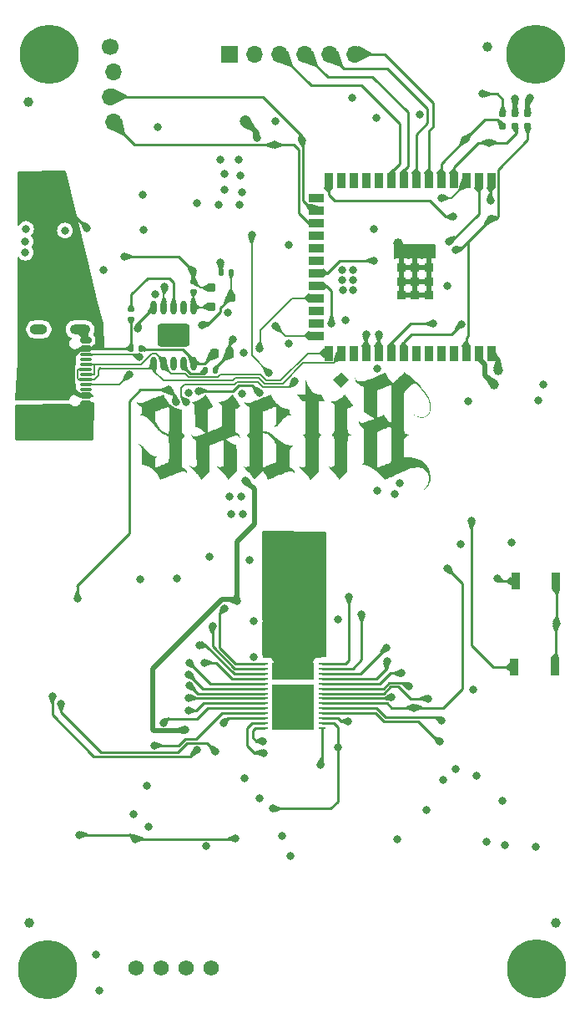
<source format=gbr>
%TF.GenerationSoftware,KiCad,Pcbnew,7.0.10*%
%TF.CreationDate,2024-03-11T15:02:14-04:00*%
%TF.ProjectId,bitaxeUltra,62697461-7865-4556-9c74-72612e6b6963,rev?*%
%TF.SameCoordinates,Original*%
%TF.FileFunction,Copper,L4,Bot*%
%TF.FilePolarity,Positive*%
%FSLAX46Y46*%
G04 Gerber Fmt 4.6, Leading zero omitted, Abs format (unit mm)*
G04 Created by KiCad (PCBNEW 7.0.10) date 2024-03-11 15:02:14*
%MOMM*%
%LPD*%
G01*
G04 APERTURE LIST*
G04 Aperture macros list*
%AMRoundRect*
0 Rectangle with rounded corners*
0 $1 Rounding radius*
0 $2 $3 $4 $5 $6 $7 $8 $9 X,Y pos of 4 corners*
0 Add a 4 corners polygon primitive as box body*
4,1,4,$2,$3,$4,$5,$6,$7,$8,$9,$2,$3,0*
0 Add four circle primitives for the rounded corners*
1,1,$1+$1,$2,$3*
1,1,$1+$1,$4,$5*
1,1,$1+$1,$6,$7*
1,1,$1+$1,$8,$9*
0 Add four rect primitives between the rounded corners*
20,1,$1+$1,$2,$3,$4,$5,0*
20,1,$1+$1,$4,$5,$6,$7,0*
20,1,$1+$1,$6,$7,$8,$9,0*
20,1,$1+$1,$8,$9,$2,$3,0*%
G04 Aperture macros list end*
%TA.AperFunction,ComponentPad*%
%ADD10C,0.800000*%
%TD*%
%TA.AperFunction,ComponentPad*%
%ADD11C,6.000000*%
%TD*%
%TA.AperFunction,ComponentPad*%
%ADD12R,1.700000X1.700000*%
%TD*%
%TA.AperFunction,ComponentPad*%
%ADD13O,1.700000X1.700000*%
%TD*%
%TA.AperFunction,SMDPad,CuDef*%
%ADD14RoundRect,0.135000X0.135000X0.185000X-0.135000X0.185000X-0.135000X-0.185000X0.135000X-0.185000X0*%
%TD*%
%TA.AperFunction,ComponentPad*%
%ADD15C,1.574800*%
%TD*%
%TA.AperFunction,ComponentPad*%
%ADD16C,1.700000*%
%TD*%
%TA.AperFunction,SMDPad,CuDef*%
%ADD17C,1.000000*%
%TD*%
%TA.AperFunction,SMDPad,CuDef*%
%ADD18RoundRect,0.150000X0.425000X-0.150000X0.425000X0.150000X-0.425000X0.150000X-0.425000X-0.150000X0*%
%TD*%
%TA.AperFunction,SMDPad,CuDef*%
%ADD19RoundRect,0.075000X0.500000X-0.075000X0.500000X0.075000X-0.500000X0.075000X-0.500000X-0.075000X0*%
%TD*%
%TA.AperFunction,ComponentPad*%
%ADD20O,1.800000X1.000000*%
%TD*%
%TA.AperFunction,ComponentPad*%
%ADD21O,2.100000X1.000000*%
%TD*%
%TA.AperFunction,SMDPad,CuDef*%
%ADD22R,0.900000X1.500000*%
%TD*%
%TA.AperFunction,SMDPad,CuDef*%
%ADD23R,1.500000X0.900000*%
%TD*%
%TA.AperFunction,SMDPad,CuDef*%
%ADD24R,0.900000X0.900000*%
%TD*%
%TA.AperFunction,ConnectorPad*%
%ADD25C,0.787400*%
%TD*%
%TA.AperFunction,SMDPad,CuDef*%
%ADD26RoundRect,0.135000X-0.185000X0.135000X-0.185000X-0.135000X0.185000X-0.135000X0.185000X0.135000X0*%
%TD*%
%TA.AperFunction,SMDPad,CuDef*%
%ADD27O,0.600000X1.400000*%
%TD*%
%TA.AperFunction,SMDPad,CuDef*%
%ADD28RoundRect,0.230000X1.370000X-0.920000X1.370000X0.920000X-1.370000X0.920000X-1.370000X-0.920000X0*%
%TD*%
%TA.AperFunction,SMDPad,CuDef*%
%ADD29R,0.792000X0.221000*%
%TD*%
%TA.AperFunction,SMDPad,CuDef*%
%ADD30R,4.277000X1.810000*%
%TD*%
%TA.AperFunction,SMDPad,CuDef*%
%ADD31R,4.277000X4.530000*%
%TD*%
%TA.AperFunction,SMDPad,CuDef*%
%ADD32R,0.900000X1.800000*%
%TD*%
%TA.AperFunction,SMDPad,CuDef*%
%ADD33RoundRect,0.200000X-0.250000X-0.200000X0.250000X-0.200000X0.250000X0.200000X-0.250000X0.200000X0*%
%TD*%
%TA.AperFunction,SMDPad,CuDef*%
%ADD34RoundRect,0.225000X-0.225000X-0.250000X0.225000X-0.250000X0.225000X0.250000X-0.225000X0.250000X0*%
%TD*%
%TA.AperFunction,SMDPad,CuDef*%
%ADD35RoundRect,0.135000X0.185000X-0.135000X0.185000X0.135000X-0.185000X0.135000X-0.185000X-0.135000X0*%
%TD*%
%TA.AperFunction,ViaPad*%
%ADD36C,0.800000*%
%TD*%
%TA.AperFunction,ViaPad*%
%ADD37C,1.000000*%
%TD*%
%TA.AperFunction,ViaPad*%
%ADD38C,1.200000*%
%TD*%
%TA.AperFunction,Conductor*%
%ADD39C,0.254000*%
%TD*%
%TA.AperFunction,Conductor*%
%ADD40C,0.200000*%
%TD*%
%TA.AperFunction,Conductor*%
%ADD41C,0.508000*%
%TD*%
%TA.AperFunction,Conductor*%
%ADD42C,0.203000*%
%TD*%
G04 APERTURE END LIST*
%TA.AperFunction,EtchedComponent*%
%TO.C,G\u002A\u002A\u002A*%
G36*
X110835225Y-83669191D02*
G01*
X111225774Y-84059740D01*
X110840646Y-84445290D01*
X110743775Y-84541920D01*
X110649131Y-84635592D01*
X110567917Y-84715197D01*
X110504115Y-84776859D01*
X110461707Y-84816699D01*
X110444677Y-84830841D01*
X110429633Y-84818501D01*
X110388808Y-84780268D01*
X110326321Y-84719953D01*
X110246154Y-84641434D01*
X110152289Y-84548587D01*
X110048708Y-84445290D01*
X109663579Y-84059740D01*
X110054128Y-83669191D01*
X110444677Y-83278642D01*
X110835225Y-83669191D01*
G37*
%TD.AperFunction*%
%TA.AperFunction,EtchedComponent*%
G36*
X106952962Y-84218195D02*
G01*
X107012788Y-84384727D01*
X107130174Y-84656382D01*
X107260097Y-84893409D01*
X107401616Y-85094547D01*
X107553792Y-85258537D01*
X107715685Y-85384116D01*
X107886356Y-85470027D01*
X107916657Y-85479077D01*
X107996489Y-85494470D01*
X108098933Y-85507422D01*
X108211773Y-85516200D01*
X108448024Y-85528872D01*
X108633717Y-85851383D01*
X108687239Y-85945026D01*
X108740061Y-86039000D01*
X108781920Y-86115205D01*
X108809482Y-86167559D01*
X108819410Y-86189981D01*
X108812654Y-86193248D01*
X108772106Y-86198329D01*
X108701063Y-86202393D01*
X108606604Y-86205090D01*
X108495806Y-86206067D01*
X108172203Y-86206067D01*
X108178046Y-87763614D01*
X108179056Y-88029567D01*
X108180108Y-88286071D01*
X108181182Y-88506491D01*
X108182369Y-88693760D01*
X108183761Y-88850811D01*
X108185446Y-88980576D01*
X108187518Y-89085988D01*
X108190065Y-89169980D01*
X108193180Y-89235484D01*
X108196952Y-89285434D01*
X108201474Y-89322762D01*
X108206835Y-89350400D01*
X108213126Y-89371282D01*
X108220439Y-89388341D01*
X108228864Y-89404508D01*
X108261787Y-89457864D01*
X108349332Y-89557893D01*
X108450475Y-89629877D01*
X108508694Y-89659932D01*
X108417585Y-89713326D01*
X108319765Y-89792653D01*
X108242377Y-89900266D01*
X108195128Y-90023485D01*
X108193591Y-90033321D01*
X108189824Y-90086905D01*
X108186397Y-90179408D01*
X108183334Y-90308844D01*
X108180661Y-90473224D01*
X108178401Y-90670562D01*
X108176578Y-90898870D01*
X108175218Y-91156162D01*
X108174344Y-91440449D01*
X108173980Y-91749745D01*
X108173471Y-93386531D01*
X107742630Y-93787538D01*
X107311790Y-94188545D01*
X107277386Y-94097910D01*
X107247290Y-94032073D01*
X107177868Y-93916154D01*
X107082976Y-93783702D01*
X106967059Y-93640128D01*
X106834561Y-93490847D01*
X106689927Y-93341272D01*
X106537600Y-93196816D01*
X106483754Y-93146978D01*
X106402109Y-93067371D01*
X106327474Y-92990122D01*
X106262576Y-92918696D01*
X106210143Y-92856560D01*
X106172904Y-92807181D01*
X106153586Y-92774024D01*
X106154918Y-92760556D01*
X106179628Y-92770243D01*
X106230444Y-92806551D01*
X106299366Y-92857410D01*
X106369454Y-92896819D01*
X106436950Y-92916253D01*
X106516137Y-92921454D01*
X106532152Y-92921097D01*
X106642284Y-92901731D01*
X106745371Y-92857661D01*
X106824867Y-92795630D01*
X106826684Y-92793536D01*
X106833773Y-92782700D01*
X106839814Y-92766544D01*
X106844873Y-92742039D01*
X106849018Y-92706155D01*
X106852314Y-92655863D01*
X106854829Y-92588133D01*
X106856628Y-92499937D01*
X106857778Y-92388244D01*
X106858346Y-92250025D01*
X106858398Y-92082251D01*
X106858000Y-91881892D01*
X106857219Y-91645920D01*
X106856122Y-91371304D01*
X106850337Y-89987937D01*
X106790861Y-89886750D01*
X106733692Y-89809469D01*
X106627929Y-89721251D01*
X106524473Y-89656939D01*
X106595168Y-89620671D01*
X106660367Y-89577358D01*
X106737556Y-89503287D01*
X106800898Y-89418954D01*
X106838416Y-89338263D01*
X106840403Y-89327806D01*
X106845101Y-89272011D01*
X106849184Y-89174805D01*
X106852651Y-89036374D01*
X106855498Y-88856905D01*
X106857723Y-88636583D01*
X106859323Y-88375593D01*
X106860296Y-88074124D01*
X106860639Y-87732359D01*
X106860755Y-86206067D01*
X106708307Y-86206067D01*
X106555859Y-86206067D01*
X106282673Y-85867470D01*
X106009487Y-85528872D01*
X106435121Y-85523240D01*
X106860755Y-85517608D01*
X106861024Y-84731444D01*
X106861292Y-83945279D01*
X106952962Y-84218195D01*
G37*
%TD.AperFunction*%
%TA.AperFunction,EtchedComponent*%
G36*
X110875684Y-85508401D02*
G01*
X110901173Y-85546235D01*
X110945271Y-85612062D01*
X111005209Y-85701741D01*
X111078222Y-85811131D01*
X111161542Y-85936090D01*
X111252402Y-86072478D01*
X111628268Y-86636921D01*
X111578013Y-86701135D01*
X111533263Y-86747758D01*
X111443903Y-86815237D01*
X111334780Y-86877924D01*
X111218190Y-86928062D01*
X111111453Y-86965971D01*
X111111453Y-88107771D01*
X111111446Y-88275760D01*
X111111559Y-88507622D01*
X111112114Y-88703489D01*
X111113445Y-88866832D01*
X111115885Y-89001120D01*
X111119767Y-89109823D01*
X111125425Y-89196412D01*
X111133192Y-89264355D01*
X111143400Y-89317123D01*
X111156384Y-89358185D01*
X111172477Y-89391011D01*
X111192011Y-89419071D01*
X111215321Y-89445835D01*
X111242739Y-89474772D01*
X111256864Y-89488805D01*
X111322178Y-89541654D01*
X111387734Y-89580913D01*
X111466066Y-89616790D01*
X111381498Y-89654924D01*
X111375494Y-89657712D01*
X111281872Y-89720387D01*
X111198671Y-89808646D01*
X111140101Y-89907615D01*
X111138050Y-89913353D01*
X111132956Y-89936914D01*
X111128511Y-89974168D01*
X111124674Y-90027659D01*
X111121401Y-90099929D01*
X111118649Y-90193524D01*
X111116374Y-90310985D01*
X111114534Y-90454858D01*
X111113085Y-90627686D01*
X111111983Y-90832012D01*
X111111187Y-91070380D01*
X111110652Y-91345334D01*
X111110335Y-91659417D01*
X111109217Y-93342654D01*
X110688391Y-93742728D01*
X110674494Y-93755934D01*
X110565705Y-93858938D01*
X110467267Y-93951493D01*
X110383136Y-94029930D01*
X110317265Y-94090579D01*
X110273609Y-94129771D01*
X110256123Y-94143836D01*
X110253726Y-94142893D01*
X110237968Y-94118544D01*
X110218096Y-94071351D01*
X110201334Y-94030446D01*
X110153397Y-93941437D01*
X110083781Y-93838666D01*
X109990413Y-93719559D01*
X109871219Y-93581541D01*
X109724123Y-93422036D01*
X109547051Y-93238470D01*
X109543132Y-93234475D01*
X109396872Y-93084228D01*
X109277197Y-92958886D01*
X109184596Y-92859026D01*
X109119552Y-92785223D01*
X109082554Y-92738053D01*
X109074086Y-92718092D01*
X109094636Y-92725916D01*
X109144690Y-92762100D01*
X109161332Y-92775007D01*
X109222126Y-92820072D01*
X109267670Y-92847117D01*
X109311821Y-92863145D01*
X109368432Y-92875156D01*
X109424247Y-92880245D01*
X109532354Y-92868158D01*
X109635541Y-92832791D01*
X109716601Y-92778902D01*
X109777901Y-92720173D01*
X109777784Y-91364474D01*
X109777450Y-91061641D01*
X109776407Y-90777058D01*
X109774652Y-90533703D01*
X109772182Y-90331350D01*
X109768993Y-90169770D01*
X109765081Y-90048738D01*
X109760444Y-89968026D01*
X109755076Y-89927406D01*
X109729641Y-89873164D01*
X109684106Y-89807892D01*
X109627056Y-89741021D01*
X109567001Y-89681715D01*
X109512452Y-89639140D01*
X109471918Y-89622460D01*
X109461738Y-89621456D01*
X109460241Y-89611288D01*
X109496605Y-89588775D01*
X109590651Y-89524440D01*
X109677420Y-89436473D01*
X109738314Y-89341998D01*
X109739156Y-89340168D01*
X109746794Y-89321373D01*
X109753334Y-89298885D01*
X109758862Y-89269539D01*
X109763465Y-89230169D01*
X109767229Y-89177612D01*
X109770239Y-89108701D01*
X109772582Y-89020272D01*
X109774344Y-88909160D01*
X109775610Y-88772200D01*
X109776467Y-88606226D01*
X109777001Y-88408073D01*
X109777298Y-88174578D01*
X109777443Y-87902574D01*
X109777901Y-86546497D01*
X109723429Y-86517344D01*
X109717003Y-86513566D01*
X109670874Y-86477206D01*
X109611948Y-86421367D01*
X109551012Y-86357292D01*
X109498855Y-86296221D01*
X109466268Y-86249396D01*
X109462396Y-86239552D01*
X109467939Y-86227474D01*
X109494743Y-86220368D01*
X109549610Y-86216913D01*
X109639339Y-86215787D01*
X109644743Y-86215764D01*
X109745420Y-86213103D01*
X109821565Y-86204306D01*
X109889472Y-86186406D01*
X109965431Y-86156439D01*
X110083913Y-86098122D01*
X110261573Y-85989272D01*
X110451696Y-85850389D01*
X110649303Y-85684906D01*
X110675153Y-85662002D01*
X110750198Y-85596617D01*
X110811604Y-85544759D01*
X110853607Y-85511228D01*
X110870442Y-85500822D01*
X110875684Y-85508401D01*
G37*
%TD.AperFunction*%
%TA.AperFunction,EtchedComponent*%
G36*
X94321726Y-88203688D02*
G01*
X94327450Y-89345307D01*
X94390708Y-89447836D01*
X94449755Y-89524977D01*
X94562645Y-89615543D01*
X94671323Y-89680721D01*
X94606011Y-89707774D01*
X94543402Y-89739855D01*
X94442182Y-89826730D01*
X94366349Y-89945412D01*
X94317438Y-90050447D01*
X94317235Y-91492995D01*
X94317031Y-92935544D01*
X94374332Y-92949316D01*
X94504813Y-92999651D01*
X94623731Y-93085425D01*
X94720321Y-93199404D01*
X94789662Y-93335721D01*
X94826830Y-93488511D01*
X94839564Y-93592695D01*
X94798954Y-93519767D01*
X94767864Y-93468659D01*
X94696223Y-93385706D01*
X94612548Y-93336540D01*
X94509179Y-93315767D01*
X94396328Y-93317778D01*
X94279739Y-93339423D01*
X94277012Y-93340249D01*
X94230067Y-93356189D01*
X94151537Y-93384567D01*
X94045832Y-93423686D01*
X93917364Y-93471846D01*
X93770541Y-93527347D01*
X93609773Y-93588491D01*
X93439472Y-93653579D01*
X93264047Y-93720910D01*
X93087908Y-93788787D01*
X92915465Y-93855510D01*
X92751128Y-93919380D01*
X92599308Y-93978697D01*
X92464414Y-94031763D01*
X92350857Y-94076879D01*
X92263046Y-94112345D01*
X92205393Y-94136462D01*
X92182306Y-94147531D01*
X92156950Y-94162429D01*
X92123410Y-94161789D01*
X92108335Y-94137849D01*
X92107708Y-94130648D01*
X92092011Y-94080784D01*
X92058316Y-94005401D01*
X92010789Y-93911903D01*
X91953592Y-93807696D01*
X91890888Y-93700184D01*
X91826843Y-93596772D01*
X91765618Y-93504865D01*
X91711378Y-93431868D01*
X91633746Y-93341345D01*
X91428675Y-93144290D01*
X91199837Y-92976294D01*
X90952588Y-92840495D01*
X90692285Y-92740029D01*
X90424283Y-92678034D01*
X90264283Y-92653320D01*
X90251592Y-91883221D01*
X90250405Y-91812732D01*
X90246370Y-91603183D01*
X90241813Y-91429431D01*
X90236204Y-91286956D01*
X90229012Y-91171235D01*
X90219709Y-91077750D01*
X90207764Y-91001978D01*
X90192648Y-90939400D01*
X90173831Y-90885494D01*
X90150784Y-90835740D01*
X90122975Y-90785617D01*
X90120847Y-90782042D01*
X90055158Y-90699440D01*
X89968535Y-90624924D01*
X89878803Y-90573944D01*
X89873811Y-90570360D01*
X89893019Y-90568784D01*
X89941313Y-90573315D01*
X90042375Y-90597494D01*
X90160102Y-90644707D01*
X90275032Y-90706919D01*
X90371015Y-90776491D01*
X90398820Y-90803695D01*
X90454315Y-90864996D01*
X90523987Y-90947126D01*
X90601656Y-91042752D01*
X90681141Y-91144537D01*
X90734840Y-91213508D01*
X90818912Y-91317242D01*
X90899591Y-91412229D01*
X90969785Y-91490190D01*
X91022398Y-91542845D01*
X91062638Y-91577211D01*
X91215232Y-91682141D01*
X91381116Y-91762486D01*
X91549910Y-91813887D01*
X91711234Y-91831990D01*
X91805458Y-91831990D01*
X91727919Y-91884679D01*
X91726511Y-91885637D01*
X91680191Y-91919536D01*
X91644507Y-91954123D01*
X91617967Y-91995254D01*
X91599082Y-92048782D01*
X91586361Y-92120563D01*
X91578314Y-92216452D01*
X91573451Y-92342305D01*
X91570280Y-92503975D01*
X91570271Y-92504579D01*
X91568454Y-92654882D01*
X91568425Y-92767967D01*
X91570389Y-92848244D01*
X91574549Y-92900125D01*
X91581111Y-92928019D01*
X91590277Y-92936337D01*
X91591076Y-92936279D01*
X91620124Y-92927830D01*
X91682001Y-92906515D01*
X91771195Y-92874430D01*
X91882191Y-92833666D01*
X92009476Y-92786318D01*
X92147538Y-92734478D01*
X92290864Y-92680241D01*
X92433940Y-92625699D01*
X92571254Y-92572945D01*
X92697292Y-92524073D01*
X92806541Y-92481175D01*
X92893488Y-92446347D01*
X92952621Y-92421679D01*
X92978425Y-92409267D01*
X92980554Y-92406582D01*
X92985763Y-92388149D01*
X92990120Y-92351420D01*
X92993668Y-92293796D01*
X92996447Y-92212681D01*
X92998497Y-92105477D01*
X92999861Y-91969587D01*
X93000578Y-91802416D01*
X93000690Y-91601364D01*
X93000238Y-91363836D01*
X92999262Y-91087234D01*
X92993897Y-89785247D01*
X92845552Y-89747576D01*
X92795197Y-89733623D01*
X92584188Y-89650458D01*
X92373511Y-89528486D01*
X92166508Y-89369879D01*
X91966522Y-89176806D01*
X91954304Y-89163562D01*
X91894802Y-89097043D01*
X91816697Y-89007551D01*
X91726200Y-88902295D01*
X91629520Y-88788485D01*
X91532865Y-88673329D01*
X91411974Y-88529984D01*
X91249584Y-88344170D01*
X91104594Y-88187826D01*
X90973619Y-88057822D01*
X90853274Y-87951029D01*
X90740175Y-87864315D01*
X90630938Y-87794552D01*
X90522177Y-87738608D01*
X90514875Y-87735308D01*
X90404294Y-87692014D01*
X90286919Y-87656257D01*
X90177336Y-87631939D01*
X90090130Y-87622966D01*
X90018498Y-87622966D01*
X90056588Y-87597653D01*
X91567307Y-87597653D01*
X91567708Y-87650108D01*
X91576720Y-87862890D01*
X91599702Y-88047668D01*
X91639589Y-88214539D01*
X91699311Y-88373600D01*
X91781803Y-88534948D01*
X91889995Y-88708680D01*
X91917006Y-88748242D01*
X92050892Y-88921724D01*
X92203075Y-89088150D01*
X92366516Y-89241311D01*
X92534179Y-89374999D01*
X92699026Y-89483007D01*
X92854021Y-89559125D01*
X92900901Y-89576869D01*
X92955065Y-89595307D01*
X92984250Y-89602457D01*
X92987222Y-89592193D01*
X92991070Y-89543051D01*
X92994468Y-89454586D01*
X92997396Y-89328175D01*
X92999836Y-89165195D01*
X93001767Y-88967024D01*
X93003170Y-88735040D01*
X93004026Y-88470619D01*
X93004316Y-88175140D01*
X93004259Y-88026074D01*
X93003937Y-87793751D01*
X93003352Y-87576138D01*
X93002527Y-87376604D01*
X93001489Y-87198520D01*
X93000260Y-87045257D01*
X92998866Y-86920185D01*
X92997331Y-86826675D01*
X92995680Y-86768097D01*
X92993937Y-86747822D01*
X92991503Y-86748422D01*
X92959821Y-86759684D01*
X92896275Y-86783599D01*
X92806237Y-86818064D01*
X92695077Y-86860979D01*
X92568166Y-86910239D01*
X92430874Y-86963742D01*
X92288571Y-87019386D01*
X92146628Y-87075069D01*
X92010417Y-87128688D01*
X91885306Y-87178140D01*
X91776668Y-87221323D01*
X91689872Y-87256135D01*
X91630289Y-87280473D01*
X91603290Y-87292234D01*
X91594124Y-87298428D01*
X91582050Y-87315882D01*
X91574136Y-87347708D01*
X91569576Y-87400731D01*
X91567568Y-87481772D01*
X91567307Y-87597653D01*
X90056588Y-87597653D01*
X90089298Y-87575915D01*
X90109228Y-87560563D01*
X90163325Y-87502836D01*
X90206982Y-87436061D01*
X90217845Y-87413574D01*
X90233814Y-87371933D01*
X90244274Y-87324765D01*
X90250353Y-87263036D01*
X90253174Y-87177714D01*
X90253865Y-87059764D01*
X90253865Y-86776270D01*
X90143230Y-86741395D01*
X90058403Y-86706242D01*
X89939051Y-86622638D01*
X89843108Y-86510508D01*
X89775444Y-86376095D01*
X89740927Y-86225641D01*
X89729100Y-86112301D01*
X89775716Y-86202561D01*
X89838802Y-86289077D01*
X89932429Y-86361967D01*
X90039340Y-86403558D01*
X90070304Y-86406574D01*
X90146405Y-86401553D01*
X90233759Y-86384628D01*
X90243350Y-86381914D01*
X90296052Y-86364473D01*
X90379854Y-86334744D01*
X90490374Y-86294407D01*
X90623228Y-86245146D01*
X90774034Y-86188642D01*
X90938409Y-86126576D01*
X91111969Y-86060630D01*
X91290333Y-85992487D01*
X91469118Y-85923827D01*
X91643940Y-85856333D01*
X91810416Y-85791686D01*
X91964165Y-85731569D01*
X92100803Y-85677662D01*
X92215947Y-85631648D01*
X92305215Y-85595208D01*
X92364223Y-85570025D01*
X92388590Y-85557779D01*
X92414471Y-85541528D01*
X92448806Y-85549415D01*
X92472066Y-85595165D01*
X92475889Y-85607757D01*
X92497208Y-85662159D01*
X92530356Y-85736720D01*
X92569968Y-85819160D01*
X92595756Y-85869606D01*
X92758633Y-86140535D01*
X92945653Y-86377530D01*
X93156687Y-86580498D01*
X93391607Y-86749341D01*
X93650281Y-86883965D01*
X93932582Y-86984274D01*
X94238379Y-87050172D01*
X94316002Y-87062069D01*
X94321583Y-88175140D01*
X94321726Y-88203688D01*
G37*
%TD.AperFunction*%
%TA.AperFunction,EtchedComponent*%
G36*
X105245907Y-92057041D02*
G01*
X105245907Y-92917613D01*
X105370928Y-92967812D01*
X105430008Y-92995089D01*
X105554364Y-93083226D01*
X105649593Y-93200838D01*
X105714408Y-93346505D01*
X105734620Y-93417897D01*
X105750000Y-93484787D01*
X105755573Y-93527171D01*
X105753328Y-93550543D01*
X105743744Y-93547509D01*
X105721785Y-93509348D01*
X105693905Y-93462287D01*
X105611304Y-93368746D01*
X105512841Y-93310573D01*
X105402588Y-93290562D01*
X105354520Y-93295517D01*
X105280084Y-93309868D01*
X105198761Y-93330325D01*
X105196858Y-93330871D01*
X105147588Y-93346997D01*
X105066904Y-93375570D01*
X104959208Y-93414896D01*
X104828901Y-93463281D01*
X104680384Y-93519031D01*
X104518060Y-93580452D01*
X104346329Y-93645850D01*
X104169594Y-93713530D01*
X103992255Y-93781799D01*
X103818714Y-93848961D01*
X103653373Y-93913324D01*
X103500633Y-93973193D01*
X103364896Y-94026874D01*
X103250563Y-94072673D01*
X103162036Y-94108895D01*
X103103716Y-94133846D01*
X103080005Y-94145833D01*
X103066191Y-94157840D01*
X103049936Y-94160477D01*
X103033194Y-94141356D01*
X103011533Y-94094620D01*
X102980518Y-94014414D01*
X102957215Y-93956363D01*
X102865871Y-93771175D01*
X102749948Y-93583181D01*
X102617823Y-93406421D01*
X102498437Y-93261820D01*
X102054938Y-93718972D01*
X102010996Y-93764104D01*
X101902447Y-93874102D01*
X101806275Y-93969421D01*
X101725747Y-94046955D01*
X101664126Y-94103597D01*
X101624678Y-94136240D01*
X101610667Y-94141776D01*
X101610188Y-94135996D01*
X101594021Y-94084945D01*
X101558675Y-94011146D01*
X101509185Y-93923607D01*
X101450586Y-93831333D01*
X101387913Y-93743331D01*
X101356524Y-93704912D01*
X101294815Y-93634712D01*
X101213091Y-93545222D01*
X101116602Y-93442104D01*
X101010600Y-93331021D01*
X100900335Y-93217634D01*
X100861484Y-93178017D01*
X100728732Y-93041405D01*
X100625077Y-92932341D01*
X100549720Y-92849813D01*
X100501860Y-92792811D01*
X100480696Y-92760325D01*
X100485428Y-92751343D01*
X100515255Y-92764856D01*
X100569376Y-92799853D01*
X100621986Y-92833797D01*
X100684304Y-92868648D01*
X100728345Y-92887115D01*
X100754000Y-92891983D01*
X100854280Y-92890795D01*
X100963060Y-92865032D01*
X101063798Y-92818099D01*
X101161904Y-92757447D01*
X101167267Y-91417164D01*
X101167527Y-91347696D01*
X101167849Y-91206887D01*
X102485038Y-91206887D01*
X102485101Y-91363235D01*
X102485493Y-91620762D01*
X102486217Y-91864144D01*
X102487246Y-92090323D01*
X102488553Y-92296239D01*
X102490109Y-92478834D01*
X102491887Y-92635049D01*
X102493859Y-92761825D01*
X102495998Y-92856105D01*
X102498276Y-92914828D01*
X102500665Y-92934936D01*
X102519082Y-92928771D01*
X102572479Y-92909080D01*
X102656175Y-92877532D01*
X102765668Y-92835843D01*
X102896456Y-92785727D01*
X103044036Y-92728899D01*
X103203906Y-92667074D01*
X103891518Y-92400612D01*
X103896970Y-91570235D01*
X103898110Y-91398476D01*
X103899062Y-91211383D01*
X103898896Y-91057340D01*
X103897027Y-90931497D01*
X103892866Y-90829007D01*
X103885829Y-90745021D01*
X103875328Y-90674692D01*
X103860777Y-90613171D01*
X103841589Y-90555610D01*
X103817178Y-90497162D01*
X103786957Y-90432977D01*
X103750340Y-90358209D01*
X103710480Y-90281669D01*
X103588173Y-90089899D01*
X103445758Y-89917878D01*
X103287874Y-89769139D01*
X103119161Y-89647217D01*
X102944256Y-89555645D01*
X102767800Y-89497956D01*
X102594431Y-89477684D01*
X102485038Y-89477437D01*
X102485038Y-91206887D01*
X101167849Y-91206887D01*
X101168186Y-91059654D01*
X101168058Y-90802734D01*
X101167160Y-90578444D01*
X101165509Y-90388289D01*
X101163121Y-90233776D01*
X101160012Y-90116412D01*
X101156200Y-90037703D01*
X101151701Y-89999156D01*
X101146978Y-89983090D01*
X101093056Y-89872002D01*
X101011135Y-89775451D01*
X100912147Y-89706778D01*
X100814920Y-89659712D01*
X100895809Y-89623496D01*
X100952938Y-89589809D01*
X101035424Y-89515822D01*
X101104781Y-89425817D01*
X101148140Y-89334529D01*
X101150874Y-89322142D01*
X101156156Y-89274719D01*
X101160633Y-89197578D01*
X101164335Y-89089011D01*
X101167294Y-88947312D01*
X101169541Y-88770773D01*
X101171107Y-88557687D01*
X101172024Y-88306346D01*
X101172322Y-88015043D01*
X101172322Y-86776270D01*
X101061688Y-86741395D01*
X100976861Y-86706242D01*
X100857509Y-86622638D01*
X100761566Y-86510508D01*
X100693901Y-86376095D01*
X100659385Y-86225641D01*
X100647558Y-86112301D01*
X100694174Y-86202561D01*
X100757393Y-86289208D01*
X100850913Y-86361994D01*
X100957591Y-86403513D01*
X100983192Y-86406375D01*
X101061203Y-86401151D01*
X101155540Y-86381207D01*
X101170133Y-86376746D01*
X101228147Y-86356820D01*
X101318109Y-86324409D01*
X101435294Y-86281315D01*
X101574974Y-86229342D01*
X101732423Y-86170292D01*
X101902914Y-86105966D01*
X102081721Y-86038168D01*
X102264115Y-85968700D01*
X102445372Y-85899364D01*
X102620763Y-85831963D01*
X102785563Y-85768298D01*
X102935043Y-85710173D01*
X103064479Y-85659390D01*
X103169142Y-85617751D01*
X103244306Y-85587059D01*
X103285245Y-85569115D01*
X103316302Y-85554335D01*
X103356014Y-85542142D01*
X103376900Y-85554798D01*
X103390524Y-85595165D01*
X103408235Y-85646507D01*
X103445078Y-85729953D01*
X103494694Y-85830182D01*
X103551983Y-85937350D01*
X103611849Y-86041616D01*
X103669192Y-86133138D01*
X103677407Y-86145375D01*
X103819863Y-86327650D01*
X103991568Y-86501823D01*
X104182778Y-86659787D01*
X104383750Y-86793439D01*
X104584739Y-86894673D01*
X104686352Y-86932559D01*
X104838590Y-86979085D01*
X105001368Y-87019755D01*
X105157351Y-87049874D01*
X105235489Y-87062262D01*
X105235832Y-87212384D01*
X105238365Y-87275518D01*
X105263321Y-87400449D01*
X105316628Y-87498900D01*
X105400372Y-87575467D01*
X105470856Y-87622966D01*
X105389637Y-87623274D01*
X105342452Y-87626378D01*
X105260955Y-87637788D01*
X105176626Y-87654651D01*
X105168801Y-87656518D01*
X105045374Y-87693013D01*
X104931246Y-87742438D01*
X104821443Y-87808680D01*
X104710993Y-87895628D01*
X104594922Y-88007171D01*
X104468254Y-88147195D01*
X104326018Y-88319590D01*
X104282507Y-88373427D01*
X104152540Y-88524765D01*
X104035793Y-88643604D01*
X103927727Y-88733388D01*
X103823802Y-88797564D01*
X103719480Y-88839575D01*
X103610222Y-88862866D01*
X103516457Y-88875353D01*
X103578967Y-88840531D01*
X103614314Y-88819059D01*
X103722445Y-88727057D01*
X103801212Y-88615712D01*
X103817538Y-88582297D01*
X103839986Y-88527551D01*
X103858492Y-88466967D01*
X103873521Y-88396066D01*
X103885538Y-88310368D01*
X103895008Y-88205395D01*
X103902396Y-88076666D01*
X103908168Y-87919703D01*
X103912789Y-87730026D01*
X103916722Y-87503155D01*
X103918938Y-87331049D01*
X103920220Y-87172141D01*
X103920579Y-87031738D01*
X103920037Y-86914473D01*
X103918615Y-86824977D01*
X103916334Y-86767883D01*
X103913217Y-86747822D01*
X103911509Y-86748169D01*
X103881561Y-86758513D01*
X103819409Y-86781673D01*
X103730439Y-86815544D01*
X103620033Y-86858017D01*
X103493574Y-86906988D01*
X103356446Y-86960350D01*
X103214031Y-87015995D01*
X103071713Y-87071817D01*
X102934875Y-87125710D01*
X102808900Y-87175568D01*
X102699172Y-87219283D01*
X102611073Y-87254749D01*
X102549987Y-87279860D01*
X102521297Y-87292509D01*
X102520880Y-87292735D01*
X102512403Y-87299608D01*
X102505397Y-87312441D01*
X102499752Y-87334805D01*
X102495353Y-87370271D01*
X102492090Y-87422410D01*
X102489848Y-87494794D01*
X102488517Y-87590994D01*
X102487983Y-87714581D01*
X102488134Y-87869126D01*
X102488858Y-88058200D01*
X102490041Y-88285376D01*
X102495456Y-89258651D01*
X102682987Y-89271588D01*
X102787792Y-89282177D01*
X102905062Y-89304056D01*
X103019997Y-89338459D01*
X103137092Y-89387853D01*
X103260844Y-89454704D01*
X103395750Y-89541480D01*
X103546306Y-89650647D01*
X103717009Y-89784672D01*
X103912355Y-89946021D01*
X104063378Y-90070861D01*
X104258942Y-90224002D01*
X104436714Y-90350755D01*
X104602421Y-90453993D01*
X104761789Y-90536591D01*
X104920541Y-90601423D01*
X105084404Y-90651362D01*
X105259103Y-90689283D01*
X105450363Y-90718060D01*
X105550635Y-90730584D01*
X105464210Y-90824345D01*
X105416622Y-90883718D01*
X105359239Y-90970458D01*
X105311846Y-91057287D01*
X105245907Y-91196469D01*
X105245907Y-91211383D01*
X105245907Y-92057041D01*
G37*
%TD.AperFunction*%
%TA.AperFunction,EtchedComponent*%
G36*
X96706501Y-85545981D02*
G01*
X96733746Y-85582419D01*
X96779421Y-85646962D01*
X96840714Y-85735534D01*
X96914811Y-85844058D01*
X96998900Y-85968457D01*
X97090168Y-86104653D01*
X97097526Y-86115680D01*
X97199815Y-86269346D01*
X97281048Y-86392518D01*
X97343387Y-86488969D01*
X97388996Y-86562474D01*
X97420041Y-86616805D01*
X97438685Y-86655736D01*
X97447092Y-86683040D01*
X97447426Y-86702490D01*
X97441852Y-86717861D01*
X97403760Y-86765286D01*
X97336242Y-86823661D01*
X97250643Y-86883879D01*
X97157364Y-86938652D01*
X97066802Y-86980692D01*
X96942462Y-87028906D01*
X96942462Y-88190661D01*
X96942504Y-88337706D01*
X96942711Y-88545010D01*
X96943077Y-88736786D01*
X96943586Y-88909299D01*
X96944219Y-89058812D01*
X96944961Y-89181593D01*
X96945795Y-89273905D01*
X96946704Y-89332013D01*
X96947671Y-89352183D01*
X96947698Y-89352180D01*
X96968225Y-89344530D01*
X97023120Y-89323347D01*
X97108047Y-89290323D01*
X97218668Y-89247151D01*
X97350647Y-89195523D01*
X97499647Y-89137132D01*
X97661330Y-89073671D01*
X98369779Y-88795393D01*
X98362012Y-87708027D01*
X98354244Y-86620662D01*
X98177209Y-86443627D01*
X98175209Y-86441626D01*
X98107799Y-86372952D01*
X98053813Y-86315646D01*
X98018693Y-86275644D01*
X98007881Y-86258886D01*
X98016822Y-86257395D01*
X98057030Y-86260608D01*
X98116841Y-86270096D01*
X98188347Y-86277931D01*
X98338102Y-86265427D01*
X98503088Y-86218008D01*
X98680623Y-86136997D01*
X98868029Y-86023716D01*
X99062626Y-85879484D01*
X99261732Y-85705624D01*
X99334897Y-85639603D01*
X99396864Y-85588785D01*
X99441359Y-85558013D01*
X99462319Y-85551933D01*
X99463756Y-85553759D01*
X99483075Y-85581451D01*
X99521185Y-85637535D01*
X99574657Y-85716869D01*
X99640060Y-85814309D01*
X99713966Y-85924713D01*
X99792943Y-86042938D01*
X99873563Y-86163841D01*
X99952394Y-86282279D01*
X100026007Y-86393110D01*
X100090971Y-86491190D01*
X100143858Y-86571378D01*
X100181237Y-86628529D01*
X100199677Y-86657502D01*
X100202687Y-86677535D01*
X100181029Y-86721509D01*
X100132175Y-86775372D01*
X100062480Y-86833989D01*
X99978298Y-86892226D01*
X99885982Y-86944948D01*
X99791888Y-86987021D01*
X99692913Y-87024362D01*
X99692913Y-88177971D01*
X99692913Y-88202922D01*
X99692989Y-88447975D01*
X99693264Y-88654867D01*
X99693841Y-88826811D01*
X99694822Y-88967021D01*
X99696308Y-89078709D01*
X99698400Y-89165087D01*
X99701201Y-89229369D01*
X99704811Y-89274768D01*
X99709332Y-89304496D01*
X99714866Y-89321766D01*
X99721514Y-89329790D01*
X99729377Y-89331783D01*
X99758104Y-89335512D01*
X99830765Y-89361581D01*
X99912972Y-89406164D01*
X99991721Y-89461696D01*
X100054008Y-89520613D01*
X100062167Y-89530468D01*
X100125193Y-89629410D01*
X100172661Y-89744429D01*
X100175591Y-89753963D01*
X100202672Y-89850092D01*
X100213384Y-89908414D01*
X100207608Y-89929456D01*
X100185224Y-89913747D01*
X100146112Y-89861816D01*
X100099776Y-89801503D01*
X100017517Y-89730768D01*
X99923233Y-89694737D01*
X99811097Y-89691652D01*
X99675283Y-89719754D01*
X99658101Y-89724970D01*
X99592826Y-89746835D01*
X99504354Y-89778285D01*
X99399613Y-89816671D01*
X99285531Y-89859345D01*
X99169038Y-89903657D01*
X99057061Y-89946958D01*
X98956530Y-89986601D01*
X98874373Y-90019936D01*
X98817519Y-90044314D01*
X98792896Y-90057087D01*
X98794223Y-90064982D01*
X98820552Y-90093977D01*
X98871986Y-90138478D01*
X98942306Y-90193903D01*
X99025294Y-90255672D01*
X99114729Y-90319201D01*
X99204392Y-90379909D01*
X99288064Y-90433214D01*
X99359525Y-90474534D01*
X99365144Y-90477509D01*
X99462868Y-90523448D01*
X99569044Y-90565033D01*
X99661658Y-90593591D01*
X99666067Y-90594667D01*
X99741312Y-90613106D01*
X99801360Y-90627954D01*
X99833561Y-90636083D01*
X99836707Y-90639436D01*
X99841704Y-90658717D01*
X99845973Y-90697180D01*
X99849559Y-90757325D01*
X99852512Y-90841650D01*
X99854880Y-90952654D01*
X99856709Y-91092836D01*
X99858049Y-91264694D01*
X99858946Y-91470729D01*
X99859450Y-91713438D01*
X99859607Y-91995320D01*
X99859607Y-93347654D01*
X99427244Y-93755422D01*
X99404238Y-93777116D01*
X99294849Y-93880180D01*
X99196559Y-93972643D01*
X99113209Y-94050904D01*
X99048639Y-94111360D01*
X99006690Y-94150408D01*
X98991200Y-94164448D01*
X98983944Y-94152795D01*
X98963748Y-94112367D01*
X98935831Y-94052805D01*
X98927664Y-94035265D01*
X98883562Y-93950046D01*
X98830779Y-93864455D01*
X98765619Y-93773887D01*
X98684386Y-93673735D01*
X98583382Y-93559395D01*
X98458911Y-93426260D01*
X98307276Y-93269726D01*
X98305399Y-93267810D01*
X98157582Y-93115980D01*
X98038670Y-92991444D01*
X97947409Y-92892768D01*
X97882544Y-92818517D01*
X97842823Y-92767257D01*
X97826990Y-92737553D01*
X97833794Y-92727970D01*
X97857596Y-92740102D01*
X97892514Y-92772586D01*
X97916248Y-92795183D01*
X97994394Y-92844432D01*
X98087213Y-92880163D01*
X98175683Y-92894206D01*
X98247284Y-92888511D01*
X98343301Y-92858010D01*
X98447917Y-92796900D01*
X98526055Y-92743139D01*
X98526055Y-91452690D01*
X98526019Y-91221891D01*
X98525836Y-90991437D01*
X98525421Y-90797043D01*
X98524687Y-90635699D01*
X98523549Y-90504396D01*
X98521921Y-90400123D01*
X98519717Y-90319872D01*
X98516852Y-90260631D01*
X98513238Y-90219392D01*
X98508791Y-90193146D01*
X98503425Y-90178881D01*
X98497053Y-90173589D01*
X98489591Y-90174259D01*
X98471920Y-90180672D01*
X98417968Y-90200893D01*
X98333520Y-90232837D01*
X98223354Y-90274688D01*
X98092251Y-90324627D01*
X97944990Y-90380840D01*
X97786350Y-90441511D01*
X97119574Y-90696744D01*
X97109156Y-92030574D01*
X97098737Y-93364404D01*
X96673016Y-93762351D01*
X96247294Y-94160299D01*
X96170263Y-94006964D01*
X96142674Y-93954637D01*
X96093816Y-93872976D01*
X96034864Y-93787659D01*
X95962404Y-93694573D01*
X95873024Y-93589607D01*
X95763314Y-93468650D01*
X95629859Y-93327592D01*
X95469249Y-93162319D01*
X95374914Y-93065374D01*
X95281923Y-92968131D01*
X95202872Y-92883678D01*
X95141624Y-92816203D01*
X95102043Y-92769895D01*
X95087991Y-92748941D01*
X95090868Y-92744264D01*
X95115019Y-92752041D01*
X95155710Y-92781367D01*
X95165367Y-92789255D01*
X95229267Y-92833723D01*
X95290480Y-92866566D01*
X95316736Y-92876166D01*
X95430229Y-92892950D01*
X95549155Y-92878166D01*
X95660118Y-92834757D01*
X95749721Y-92765667D01*
X95796766Y-92714519D01*
X95791394Y-91446728D01*
X95786022Y-90178937D01*
X95692257Y-90148066D01*
X95630330Y-90124001D01*
X95501543Y-90046464D01*
X95397330Y-89943431D01*
X95323210Y-89821157D01*
X95284699Y-89685901D01*
X95281411Y-89662346D01*
X95271258Y-89596642D01*
X95262743Y-89550365D01*
X95263870Y-89541935D01*
X95278975Y-89560050D01*
X95305553Y-89605670D01*
X95324570Y-89638094D01*
X95370170Y-89701605D01*
X95413066Y-89746248D01*
X95430694Y-89758928D01*
X95514043Y-89799520D01*
X95605620Y-89821644D01*
X95686267Y-89820117D01*
X95709181Y-89813143D01*
X95766534Y-89793254D01*
X95849794Y-89763222D01*
X95952460Y-89725498D01*
X96068028Y-89682535D01*
X96189997Y-89636783D01*
X96311864Y-89590693D01*
X96427125Y-89546717D01*
X96529280Y-89507305D01*
X96611824Y-89474909D01*
X96668255Y-89451981D01*
X96692072Y-89440971D01*
X96687231Y-89429777D01*
X96658014Y-89398671D01*
X96610349Y-89356238D01*
X96489318Y-89256395D01*
X96336170Y-89135564D01*
X96203754Y-89039220D01*
X96087095Y-88964239D01*
X95981218Y-88907500D01*
X95881149Y-88865880D01*
X95781913Y-88836256D01*
X95636105Y-88800461D01*
X95624307Y-87697840D01*
X95621954Y-87482338D01*
X95619482Y-87273333D01*
X95617086Y-87099696D01*
X95614616Y-86958072D01*
X95611923Y-86845104D01*
X95608856Y-86757438D01*
X95605267Y-86691718D01*
X95601005Y-86644589D01*
X95595922Y-86612695D01*
X95589867Y-86592680D01*
X95582692Y-86581189D01*
X95574245Y-86574866D01*
X95550190Y-86558265D01*
X95498780Y-86513511D01*
X95437647Y-86453974D01*
X95376874Y-86389999D01*
X95326543Y-86331933D01*
X95296738Y-86290123D01*
X95284758Y-86266055D01*
X95286841Y-86251655D01*
X95320616Y-86260230D01*
X95353148Y-86266914D01*
X95419803Y-86272800D01*
X95496967Y-86274010D01*
X95607121Y-86261676D01*
X95768216Y-86214805D01*
X95941656Y-86135294D01*
X96123220Y-86025472D01*
X96308692Y-85887663D01*
X96493853Y-85724195D01*
X96505163Y-85713404D01*
X96577511Y-85645392D01*
X96638159Y-85590075D01*
X96681035Y-85552894D01*
X96700072Y-85539291D01*
X96706501Y-85545981D01*
G37*
%TD.AperFunction*%
%TA.AperFunction,EtchedComponent*%
G36*
X117551978Y-84631446D02*
G01*
X117408593Y-84753929D01*
X117357351Y-84798345D01*
X117250367Y-84892961D01*
X117152838Y-84981656D01*
X117070371Y-85059203D01*
X117008573Y-85120373D01*
X116973054Y-85159940D01*
X116961784Y-85174683D01*
X116941173Y-85201915D01*
X116923062Y-85228277D01*
X116907287Y-85256429D01*
X116893689Y-85289028D01*
X116882106Y-85328734D01*
X116872377Y-85378206D01*
X116864340Y-85440103D01*
X116857834Y-85517083D01*
X116852698Y-85611806D01*
X116848770Y-85726931D01*
X116845889Y-85865117D01*
X116843894Y-86029022D01*
X116842623Y-86221306D01*
X116841916Y-86444627D01*
X116841610Y-86701645D01*
X116841545Y-86995019D01*
X116841559Y-87327407D01*
X116841619Y-87555697D01*
X116841952Y-87873173D01*
X116842603Y-88152341D01*
X116843599Y-88395236D01*
X116844965Y-88603897D01*
X116846729Y-88780360D01*
X116848918Y-88926663D01*
X116851559Y-89044842D01*
X116854677Y-89136935D01*
X116858300Y-89204980D01*
X116862455Y-89251012D01*
X116867168Y-89277070D01*
X116878577Y-89308226D01*
X116935759Y-89402897D01*
X117019252Y-89492370D01*
X117118220Y-89566337D01*
X117221830Y-89614491D01*
X117276108Y-89632921D01*
X117323429Y-89652795D01*
X117341641Y-89665981D01*
X117325794Y-89678653D01*
X117280349Y-89700535D01*
X117215681Y-89726148D01*
X117101531Y-89779032D01*
X116983060Y-89869944D01*
X116897633Y-89985964D01*
X116893671Y-89993444D01*
X116883481Y-90014628D01*
X116875060Y-90038148D01*
X116868209Y-90067938D01*
X116862729Y-90107931D01*
X116858418Y-90162062D01*
X116855079Y-90234262D01*
X116852511Y-90328468D01*
X116850515Y-90448611D01*
X116848994Y-90589040D01*
X116848890Y-90598626D01*
X116847437Y-90782446D01*
X116845957Y-91004006D01*
X116839937Y-91936728D01*
X116950141Y-91926665D01*
X117072216Y-91915969D01*
X117188994Y-91907519D01*
X117286335Y-91903508D01*
X117376162Y-91903737D01*
X117470400Y-91908007D01*
X117580972Y-91916118D01*
X117886215Y-91956593D01*
X118179448Y-92030141D01*
X118445953Y-92135300D01*
X118685313Y-92271739D01*
X118897113Y-92439128D01*
X119080939Y-92637137D01*
X119236373Y-92865434D01*
X119363001Y-93123689D01*
X119460407Y-93411572D01*
X119479871Y-93486304D01*
X119495620Y-93559932D01*
X119506130Y-93633392D01*
X119512487Y-93717140D01*
X119515776Y-93821636D01*
X119517084Y-93957338D01*
X119517347Y-94044669D01*
X119516676Y-94151474D01*
X119513804Y-94231084D01*
X119507717Y-94292299D01*
X119497406Y-94343924D01*
X119481858Y-94394760D01*
X119460062Y-94453611D01*
X119458056Y-94458814D01*
X119352858Y-94684259D01*
X119223392Y-94882650D01*
X119072458Y-95050860D01*
X118902851Y-95185758D01*
X118717371Y-95284216D01*
X118674960Y-95301063D01*
X118605462Y-95324716D01*
X118569462Y-95330995D01*
X118568476Y-95320967D01*
X118604019Y-95295695D01*
X118677603Y-95256245D01*
X118824002Y-95166551D01*
X118973098Y-95038521D01*
X119101549Y-94888943D01*
X119199002Y-94728298D01*
X119267605Y-94567329D01*
X119314489Y-94406662D01*
X119340790Y-94235974D01*
X119349703Y-94040685D01*
X119349743Y-94030300D01*
X119339393Y-93825340D01*
X119305883Y-93649759D01*
X119246700Y-93496975D01*
X119159327Y-93360409D01*
X119041250Y-93233477D01*
X119023281Y-93217159D01*
X118875488Y-93105835D01*
X118713447Y-93024332D01*
X118532150Y-92971121D01*
X118326592Y-92944673D01*
X118091765Y-92943460D01*
X118068218Y-92944554D01*
X117887016Y-92958833D01*
X117716957Y-92984480D01*
X117548962Y-93023967D01*
X117373953Y-93079772D01*
X117182852Y-93154369D01*
X116966580Y-93250233D01*
X116915321Y-93273712D01*
X116816728Y-93318283D01*
X116689159Y-93375511D01*
X116537890Y-93443046D01*
X116368196Y-93518537D01*
X116185351Y-93599636D01*
X115994633Y-93683993D01*
X115801314Y-93769257D01*
X115715367Y-93807098D01*
X115519969Y-93892974D01*
X115358064Y-93963733D01*
X115226339Y-94020646D01*
X115121482Y-94064987D01*
X115040177Y-94098029D01*
X114979112Y-94121043D01*
X114934973Y-94135304D01*
X114904446Y-94142082D01*
X114884218Y-94142652D01*
X114870975Y-94138285D01*
X114861403Y-94130255D01*
X114857136Y-94125659D01*
X114824653Y-94090072D01*
X114772177Y-94032128D01*
X114705973Y-93958756D01*
X114632308Y-93876886D01*
X114619370Y-93862541D01*
X114403144Y-93637346D01*
X114177034Y-93427318D01*
X113945951Y-93236060D01*
X113714805Y-93067176D01*
X113488508Y-92924267D01*
X113271972Y-92810938D01*
X113070107Y-92730792D01*
X112994020Y-92709415D01*
X112892415Y-92686191D01*
X112785939Y-92665823D01*
X112689578Y-92651157D01*
X112618317Y-92645036D01*
X112615148Y-92632226D01*
X112631373Y-92594018D01*
X112664519Y-92539357D01*
X112693873Y-92492129D01*
X112732736Y-92417950D01*
X112756759Y-92357035D01*
X112761033Y-92321246D01*
X112764958Y-92244264D01*
X112768400Y-92127437D01*
X112771349Y-91971690D01*
X112773792Y-91777948D01*
X112775718Y-91547136D01*
X112777115Y-91280180D01*
X112777520Y-91137351D01*
X114091108Y-91137351D01*
X114091124Y-91268340D01*
X114091324Y-91581884D01*
X114091779Y-91856758D01*
X114092519Y-92095135D01*
X114093575Y-92299186D01*
X114094980Y-92471082D01*
X114096762Y-92612993D01*
X114098955Y-92727092D01*
X114101589Y-92815549D01*
X114104694Y-92880536D01*
X114108303Y-92924224D01*
X114112446Y-92948784D01*
X114117154Y-92956388D01*
X114136965Y-92950668D01*
X114191269Y-92931808D01*
X114274070Y-92901812D01*
X114379852Y-92862775D01*
X114503093Y-92816792D01*
X114638277Y-92765959D01*
X114779885Y-92712370D01*
X114922397Y-92658122D01*
X115060296Y-92605309D01*
X115188063Y-92556027D01*
X115300178Y-92512371D01*
X115391125Y-92476437D01*
X115455383Y-92450319D01*
X115487435Y-92436114D01*
X115494519Y-92431631D01*
X115500849Y-92424433D01*
X115506348Y-92411990D01*
X115511076Y-92391701D01*
X115515090Y-92360964D01*
X115518450Y-92317175D01*
X115521212Y-92257733D01*
X115523436Y-92180037D01*
X115525180Y-92081483D01*
X115526502Y-91959471D01*
X115527461Y-91811397D01*
X115528114Y-91634660D01*
X115528521Y-91426658D01*
X115528739Y-91184789D01*
X115528828Y-90906450D01*
X115528844Y-90589040D01*
X115528840Y-90460198D01*
X115528776Y-90158027D01*
X115528595Y-89893991D01*
X115528244Y-89665545D01*
X115527672Y-89470144D01*
X115526826Y-89305242D01*
X115525657Y-89168294D01*
X115524111Y-89056756D01*
X115522138Y-88968081D01*
X115519685Y-88899726D01*
X115516701Y-88849144D01*
X115513134Y-88813791D01*
X115508933Y-88791121D01*
X115504046Y-88778589D01*
X115498421Y-88773650D01*
X115492007Y-88773760D01*
X115470968Y-88781043D01*
X115414240Y-88802215D01*
X115327417Y-88835290D01*
X115215197Y-88878461D01*
X115082278Y-88929919D01*
X114933359Y-88987855D01*
X114773139Y-89050461D01*
X114091108Y-89317528D01*
X114091108Y-91137351D01*
X112777520Y-91137351D01*
X112777972Y-90978004D01*
X112778277Y-90641533D01*
X112778393Y-89003086D01*
X112643473Y-88915183D01*
X112527772Y-88831449D01*
X112404602Y-88711659D01*
X112317738Y-88580371D01*
X112264153Y-88432683D01*
X112240816Y-88263696D01*
X112239716Y-88240355D01*
X112238183Y-88150258D01*
X112243184Y-88098152D01*
X112254925Y-88081374D01*
X112269582Y-88091671D01*
X112278654Y-88128257D01*
X112290888Y-88185580D01*
X112328977Y-88260788D01*
X112383353Y-88331148D01*
X112444186Y-88381612D01*
X112486931Y-88403560D01*
X112533134Y-88418511D01*
X112585147Y-88424138D01*
X112647631Y-88419476D01*
X112725247Y-88403554D01*
X112822656Y-88375404D01*
X112944519Y-88334058D01*
X113095497Y-88278548D01*
X113280252Y-88207905D01*
X113303820Y-88198788D01*
X113444874Y-88143878D01*
X113572402Y-88093658D01*
X113681326Y-88050170D01*
X113766567Y-88015458D01*
X113823047Y-87991562D01*
X113845688Y-87980525D01*
X113844242Y-87977111D01*
X113817290Y-87954885D01*
X113760567Y-87915053D01*
X113678252Y-87860362D01*
X113574525Y-87793561D01*
X113453568Y-87717399D01*
X113319560Y-87634624D01*
X112778393Y-87303381D01*
X112778393Y-87233852D01*
X114094728Y-87233852D01*
X114095256Y-87409474D01*
X114096355Y-87553321D01*
X114098061Y-87667880D01*
X114100411Y-87755637D01*
X114103444Y-87819078D01*
X114107196Y-87860688D01*
X114111705Y-87882955D01*
X114117007Y-87888363D01*
X114262233Y-87832146D01*
X114386130Y-87782699D01*
X114481383Y-87742340D01*
X114553484Y-87708481D01*
X114607922Y-87678530D01*
X114650188Y-87649896D01*
X114685770Y-87619991D01*
X114772779Y-87539788D01*
X114872189Y-87701188D01*
X114916197Y-87770400D01*
X115021938Y-87924834D01*
X115140367Y-88085443D01*
X115260738Y-88237900D01*
X115372304Y-88367880D01*
X115392519Y-88389821D01*
X115446260Y-88445129D01*
X115487900Y-88483651D01*
X115509756Y-88498109D01*
X115511868Y-88488801D01*
X115514834Y-88441409D01*
X115517569Y-88355667D01*
X115520054Y-88233562D01*
X115522271Y-88077083D01*
X115524199Y-87888216D01*
X115525820Y-87668949D01*
X115527114Y-87421270D01*
X115528062Y-87147165D01*
X115528645Y-86848624D01*
X115528844Y-86527632D01*
X115528844Y-84557155D01*
X115484563Y-84571210D01*
X115465311Y-84578039D01*
X115409382Y-84598753D01*
X115323073Y-84631132D01*
X115211229Y-84673347D01*
X115078690Y-84723570D01*
X114930301Y-84779972D01*
X114770904Y-84840723D01*
X114101527Y-85096181D01*
X114096170Y-86497298D01*
X114095233Y-86777342D01*
X114094733Y-87023970D01*
X114094728Y-87233852D01*
X112778393Y-87233852D01*
X112778393Y-86051385D01*
X112778393Y-84799388D01*
X112575235Y-84702943D01*
X112534971Y-84683348D01*
X112333589Y-84568325D01*
X112165903Y-84441727D01*
X112033497Y-84305436D01*
X111937957Y-84161337D01*
X111880865Y-84011311D01*
X111863807Y-83857244D01*
X111866039Y-83757748D01*
X111885274Y-83843290D01*
X111912186Y-83913965D01*
X111970707Y-84003415D01*
X112046917Y-84083886D01*
X112129483Y-84141535D01*
X112162363Y-84156770D01*
X112296824Y-84198360D01*
X112450116Y-84219893D01*
X112607273Y-84218945D01*
X112618600Y-84217883D01*
X112659234Y-84212254D01*
X112706208Y-84202533D01*
X112763128Y-84187481D01*
X112833598Y-84165860D01*
X112921224Y-84136431D01*
X113029611Y-84097956D01*
X113162365Y-84049195D01*
X113323090Y-83988912D01*
X113515392Y-83915866D01*
X113742876Y-83828820D01*
X113787007Y-83811888D01*
X113977978Y-83738480D01*
X114157028Y-83669439D01*
X114320299Y-83606268D01*
X114463933Y-83550467D01*
X114584071Y-83503538D01*
X114676857Y-83466984D01*
X114738431Y-83442305D01*
X114764937Y-83431003D01*
X114781695Y-83420441D01*
X114828931Y-83384605D01*
X114882887Y-83338551D01*
X114962529Y-83266599D01*
X114988091Y-83345480D01*
X115021363Y-83432013D01*
X115078387Y-83552397D01*
X115147859Y-83679540D01*
X115222538Y-83799422D01*
X115222784Y-83799788D01*
X115261756Y-83851812D01*
X115318549Y-83920112D01*
X115387535Y-83998707D01*
X115463084Y-84081617D01*
X115539568Y-84162863D01*
X115611358Y-84236464D01*
X115672826Y-84296439D01*
X115718342Y-84336810D01*
X115742277Y-84351596D01*
X115749996Y-84346973D01*
X115784807Y-84318442D01*
X115843198Y-84267222D01*
X115921015Y-84197196D01*
X116014105Y-84112249D01*
X116118312Y-84016262D01*
X116229484Y-83913121D01*
X116343465Y-83806707D01*
X116456103Y-83700905D01*
X116563241Y-83599597D01*
X116660727Y-83506668D01*
X116744406Y-83426000D01*
X116810124Y-83361477D01*
X116853727Y-83316982D01*
X116871060Y-83296398D01*
X116877313Y-83284520D01*
X116900186Y-83268085D01*
X116917181Y-83277171D01*
X116962723Y-83308058D01*
X117030607Y-83356899D01*
X117115160Y-83419603D01*
X117210714Y-83492080D01*
X117503641Y-83724937D01*
X117823871Y-84000189D01*
X118123327Y-84280259D01*
X118399804Y-84562525D01*
X118651096Y-84844368D01*
X118874998Y-85123167D01*
X119069304Y-85396302D01*
X119231808Y-85661151D01*
X119360305Y-85915096D01*
X119452589Y-86155515D01*
X119465998Y-86199403D01*
X119508569Y-86360083D01*
X119541800Y-86519815D01*
X119563356Y-86666138D01*
X119570900Y-86786588D01*
X119570535Y-86807598D01*
X119560238Y-86925507D01*
X119538121Y-87057196D01*
X119507334Y-87188802D01*
X119471026Y-87306466D01*
X119432349Y-87396324D01*
X119378625Y-87484073D01*
X119253776Y-87632008D01*
X119105723Y-87748677D01*
X118939196Y-87831999D01*
X118758925Y-87879893D01*
X118569639Y-87890277D01*
X118376068Y-87861072D01*
X118230183Y-87813654D01*
X118061294Y-87734545D01*
X117905553Y-87636336D01*
X117772466Y-87525151D01*
X117671541Y-87407115D01*
X117664517Y-87395947D01*
X117666383Y-87389774D01*
X117692609Y-87411296D01*
X117740430Y-87458453D01*
X117887268Y-87591817D01*
X118063551Y-87708259D01*
X118251886Y-87787365D01*
X118456518Y-87831347D01*
X118468758Y-87832826D01*
X118659030Y-87836881D01*
X118839370Y-87806261D01*
X119004713Y-87743455D01*
X119149994Y-87650957D01*
X119270148Y-87531257D01*
X119360110Y-87386846D01*
X119383617Y-87334660D01*
X119428818Y-87212465D01*
X119457419Y-87089823D01*
X119472006Y-86953309D01*
X119475165Y-86789496D01*
X119475032Y-86776292D01*
X119472403Y-86669770D01*
X119465586Y-86583831D01*
X119452152Y-86503506D01*
X119429671Y-86413828D01*
X119395717Y-86299832D01*
X119350948Y-86167154D01*
X119255893Y-85940595D01*
X119136407Y-85714759D01*
X118989922Y-85485773D01*
X118813871Y-85249761D01*
X118605686Y-85002851D01*
X118362800Y-84741167D01*
X118252875Y-84628358D01*
X118155394Y-84534493D01*
X118072142Y-84467404D01*
X117997416Y-84427167D01*
X117925509Y-84413860D01*
X117850717Y-84427558D01*
X117767335Y-84468337D01*
X117669657Y-84536275D01*
X117643839Y-84557155D01*
X117551978Y-84631446D01*
G37*
%TD.AperFunction*%
%TD*%
D10*
%TO.P,H7,1,1*%
%TO.N,GND*%
X127985010Y-51120990D03*
X128644020Y-49530000D03*
X128644020Y-52711980D03*
X130235010Y-48870990D03*
D11*
X130235010Y-51120990D03*
D10*
X130235010Y-53370990D03*
X131826000Y-49530000D03*
X131826000Y-52711980D03*
X132485010Y-51120990D03*
%TD*%
%TO.P,H9,1,1*%
%TO.N,GND*%
X128052000Y-143728000D03*
X128711010Y-142137010D03*
X128711010Y-145318990D03*
X130302000Y-141478000D03*
D11*
X130302000Y-143728000D03*
D10*
X130302000Y-145978000D03*
X131892990Y-142137010D03*
X131892990Y-145318990D03*
X132552000Y-143728000D03*
%TD*%
D12*
%TO.P,J6,1,Pin_1*%
%TO.N,+5V*%
X99171505Y-51054000D03*
D13*
%TO.P,J6,2,Pin_2*%
%TO.N,GND*%
X101711505Y-51054000D03*
%TO.P,J6,3,Pin_3*%
%TO.N,Net-(J6-Pin_3)*%
X104251505Y-51054000D03*
%TO.P,J6,4,Pin_4*%
%TO.N,Net-(J6-Pin_4)*%
X106791505Y-51054000D03*
%TO.P,J6,5,Pin_5*%
%TO.N,Net-(J6-Pin_5)*%
X109331505Y-51054000D03*
%TO.P,J6,6,Pin_6*%
%TO.N,Net-(J6-Pin_6)*%
X111871505Y-51054000D03*
%TD*%
D10*
%TO.P,H10,1,1*%
%TO.N,GND*%
X78455010Y-143830990D03*
X79114020Y-142240000D03*
X79114020Y-145421980D03*
X80705010Y-141580990D03*
D11*
X80705010Y-143830990D03*
D10*
X80705010Y-146080990D03*
X82296000Y-142240000D03*
X82296000Y-145421980D03*
X82955010Y-143830990D03*
%TD*%
%TO.P,H8,1,1*%
%TO.N,GND*%
X78558000Y-51054000D03*
X79217010Y-49463010D03*
X79217010Y-52644990D03*
X80808000Y-48804000D03*
D11*
X80808000Y-51054000D03*
D10*
X80808000Y-53304000D03*
X82398990Y-49463010D03*
X82398990Y-52644990D03*
X83058000Y-51054000D03*
%TD*%
D14*
%TO.P,R18,1*%
%TO.N,Net-(Q1-D)*%
X99282000Y-73200000D03*
%TO.P,R18,2*%
%TO.N,GND*%
X98262000Y-73200000D03*
%TD*%
D15*
%TO.P,J4,1,Pin_1*%
%TO.N,GND*%
X89621000Y-143622000D03*
%TO.P,J4,2,Pin_2*%
%TO.N,+12V*%
X92161000Y-143622000D03*
%TO.P,J4,3,Pin_3*%
%TO.N,/Fan and Screen/FAN_TACH*%
X94701000Y-143622000D03*
%TO.P,J4,4,Pin_4*%
%TO.N,/Fan and Screen/FAN_PWM*%
X97241000Y-143622000D03*
%TD*%
D16*
%TO.P,J9,1,Pin_1*%
%TO.N,GND*%
X87005000Y-50292000D03*
D13*
%TO.P,J9,2,Pin_2*%
%TO.N,+3V3*%
X87405000Y-52832000D03*
%TO.P,J9,3,Pin_3*%
%TO.N,/SCL*%
X87005000Y-55372000D03*
%TO.P,J9,4,Pin_4*%
%TO.N,/SDA*%
X87405000Y-57912000D03*
%TD*%
D14*
%TO.P,R5,1*%
%TO.N,Net-(U4-VDD)*%
X90182000Y-80900000D03*
%TO.P,R5,2*%
%TO.N,IN+*%
X89162000Y-80900000D03*
%TD*%
D17*
%TO.P,FID7,*%
%TO.N,*%
X132260000Y-139060000D03*
%TD*%
D18*
%TO.P,J8,A1,GND*%
%TO.N,GND*%
X84545000Y-86460000D03*
%TO.P,J8,A4,VBUS*%
%TO.N,IN+*%
X84545000Y-85660000D03*
D19*
%TO.P,J8,A5,CC1*%
%TO.N,Net-(J8-CC1)*%
X84545000Y-84510000D03*
%TO.P,J8,A6,D+*%
%TO.N,/USB_D+*%
X84545000Y-83510000D03*
%TO.P,J8,A7,D-*%
%TO.N,/USB_D-*%
X84545000Y-83010000D03*
%TO.P,J8,A8,SBU1*%
%TO.N,unconnected-(J8-SBU1-PadA8)*%
X84545000Y-82010000D03*
D18*
%TO.P,J8,B1,GND*%
%TO.N,GND*%
X84545000Y-80060000D03*
%TO.P,J8,B4,VBUS*%
%TO.N,IN+*%
X84545000Y-80860000D03*
D19*
%TO.P,J8,B5,CC2*%
%TO.N,Net-(J8-CC2)*%
X84545000Y-81510000D03*
%TO.P,J8,B6,D+*%
%TO.N,/USB_D+*%
X84545000Y-82510000D03*
%TO.P,J8,B7,D-*%
%TO.N,/USB_D-*%
X84545000Y-84010000D03*
%TO.P,J8,B8,SBU2*%
%TO.N,unconnected-(J8-SBU2-PadB8)*%
X84545000Y-85010000D03*
D20*
%TO.P,J8,S1,SHIELD*%
%TO.N,GND*%
X79790000Y-87580000D03*
D21*
X83970000Y-87580000D03*
D20*
X79790000Y-78940000D03*
D21*
X83970000Y-78940000D03*
%TD*%
D22*
%TO.P,U12,1,GND*%
%TO.N,GND*%
X125690000Y-81360000D03*
%TO.P,U12,2,3V3*%
%TO.N,+3V3*%
X124420000Y-81360000D03*
%TO.P,U12,3,EN*%
%TO.N,/ESP32/EN*%
X123150000Y-81360000D03*
%TO.P,U12,4,GPIO4/TOUCH4/ADC1_CH3*%
%TO.N,unconnected-(U12-GPIO4{slash}TOUCH4{slash}ADC1_CH3-Pad4)*%
X121880000Y-81360000D03*
%TO.P,U12,5,GPIO5/TOUCH5/ADC1_CH4*%
%TO.N,unconnected-(U12-GPIO5{slash}TOUCH5{slash}ADC1_CH4-Pad5)*%
X120610000Y-81360000D03*
%TO.P,U12,6,GPIO6/TOUCH6/ADC1_CH5*%
%TO.N,unconnected-(U12-GPIO6{slash}TOUCH6{slash}ADC1_CH5-Pad6)*%
X119340000Y-81360000D03*
%TO.P,U12,7,GPIO7/TOUCH7/ADC1_CH6*%
%TO.N,unconnected-(U12-GPIO7{slash}TOUCH7{slash}ADC1_CH6-Pad7)*%
X118070000Y-81360000D03*
%TO.P,U12,8,GPIO15/U0RTS/ADC2_CH4/XTAL_32K_P*%
%TO.N,/ESP32/XIN32*%
X116800000Y-81360000D03*
%TO.P,U12,9,GPIO16/U0CTS/ADC2_CH5/XTAL_32K_NH5*%
%TO.N,/ESP32/XOUT32*%
X115530000Y-81360000D03*
%TO.P,U12,10,GPIO17/U1TXD/ADC2_CH6*%
%TO.N,/TX*%
X114260000Y-81360000D03*
%TO.P,U12,11,GPIO18/U1RXD/ADC2_CH7/CLK_OUT3*%
%TO.N,/RX*%
X112990000Y-81360000D03*
%TO.P,U12,12,GPIO8/TOUCH8/ADC1_CH7/SUBSPICS1*%
%TO.N,unconnected-(U12-GPIO8{slash}TOUCH8{slash}ADC1_CH7{slash}SUBSPICS1-Pad12)*%
X111720000Y-81360000D03*
%TO.P,U12,13,GPIO19/U1RTS/ADC2_CH8/CLK_OUT2/USB_D-*%
%TO.N,/USB_D-*%
X110450000Y-81360000D03*
%TO.P,U12,14,GPIO20/U1CTS/ADC2_CH9/CLK_OUT1/USB_D+*%
%TO.N,/USB_D+*%
X109180000Y-81360000D03*
D23*
%TO.P,U12,15,GPIO3/TOUCH3/ADC1_CH2\u002A*%
%TO.N,+3V3*%
X107930000Y-79595000D03*
%TO.P,U12,16,\u002AGPIO46*%
%TO.N,unconnected-(U12-\u002AGPIO46-Pad16)*%
X107930000Y-78325000D03*
%TO.P,U12,17,GPIO9/TOUCH9/ADC1_CH8/FSPIHD/SUBSPIHD*%
%TO.N,unconnected-(U12-GPIO9{slash}TOUCH9{slash}ADC1_CH8{slash}FSPIHD{slash}SUBSPIHD-Pad17)*%
X107930000Y-77055000D03*
%TO.P,U12,18,GPIO10/TOUCH10/ADC1_CH9/FSPICS0/FSPIIO4/SUBSPICS0*%
%TO.N,/ESP32/PWR_EN*%
X107930000Y-75785000D03*
%TO.P,U12,19,GPIO11/TOUCH11/ADC2_CH0/FSPID/FSPIIO5/SUBSPID*%
%TO.N,/ESP32/PGOOD*%
X107930000Y-74515000D03*
%TO.P,U12,20,GPIO12/TOUCH12/ADC2_CH1/FSPICLK/FSPIIO6/SUBSPICLK*%
%TO.N,/ESP32/PLUG_SENSE*%
X107930000Y-73245000D03*
%TO.P,U12,21,GPIO13/TOUCH13/ADC2_CH2/FSPIQ/FSPIIO7/SUBSPIQ*%
%TO.N,unconnected-(U12-GPIO13{slash}TOUCH13{slash}ADC2_CH2{slash}FSPIQ{slash}FSPIIO7{slash}SUBSPIQ-Pad21)*%
X107930000Y-71975000D03*
%TO.P,U12,22,GPIO14/TOUCH14/ADC2_CH3/FSPIWP/FSPIDQS/SUBSPIWP*%
%TO.N,unconnected-(U12-GPIO14{slash}TOUCH14{slash}ADC2_CH3{slash}FSPIWP{slash}FSPIDQS{slash}SUBSPIWP-Pad22)*%
X107930000Y-70705000D03*
%TO.P,U12,23,GPIO21*%
%TO.N,unconnected-(U12-GPIO21-Pad23)*%
X107930000Y-69435000D03*
%TO.P,U12,24,GPIO47/SPICLK_P/SUBSPICLK_P_DIFF*%
%TO.N,/SDA*%
X107930000Y-68165000D03*
%TO.P,U12,25,GPIO48/SPICLK_N/SUBSPICLK_N_DIFF*%
%TO.N,/SCL*%
X107930000Y-66895000D03*
%TO.P,U12,26,\u002AGPIO45*%
%TO.N,unconnected-(U12-\u002AGPIO45-Pad26)*%
X107930000Y-65625000D03*
D22*
%TO.P,U12,27,GPIO0/BOOT\u002A*%
%TO.N,/ESP32/IO0*%
X109180000Y-63860000D03*
%TO.P,U12,28,SPIIO6/GPIO35/FSPID/SUBSPID*%
%TO.N,unconnected-(U12-SPIIO6{slash}GPIO35{slash}FSPID{slash}SUBSPID-Pad28)*%
X110450000Y-63860000D03*
%TO.P,U12,29,SPIIO7/GPIO36/FSPICLK/SUBSPICLK*%
%TO.N,unconnected-(U12-SPIIO7{slash}GPIO36{slash}FSPICLK{slash}SUBSPICLK-Pad29)*%
X111720000Y-63860000D03*
%TO.P,U12,30,SPIDQS/GPIO37/FSPIQ/SUBSPIQ*%
%TO.N,unconnected-(U12-SPIDQS{slash}GPIO37{slash}FSPIQ{slash}SUBSPIQ-Pad30)*%
X112990000Y-63860000D03*
%TO.P,U12,31,GPIO38/FSPIWP/SUBSPIWP*%
%TO.N,unconnected-(U12-GPIO38{slash}FSPIWP{slash}SUBSPIWP-Pad31)*%
X114260000Y-63860000D03*
%TO.P,U12,32,MTCK/GPIO39/CLK_OUT3/SUBSPICS1*%
%TO.N,Net-(J6-Pin_3)*%
X115530000Y-63860000D03*
%TO.P,U12,33,MTDO/GPIO40/CLK_OUT2*%
%TO.N,Net-(J6-Pin_4)*%
X116800000Y-63860000D03*
%TO.P,U12,34,MTDI/GPIO41/CLK_OUT1*%
%TO.N,Net-(J6-Pin_5)*%
X118070000Y-63860000D03*
%TO.P,U12,35,MTMS/GPIO42*%
%TO.N,Net-(J6-Pin_6)*%
X119340000Y-63860000D03*
%TO.P,U12,36,U0RXD/GPIO44/CLK_OUT2*%
%TO.N,/ESP32/P_RX*%
X120610000Y-63860000D03*
%TO.P,U12,37,U0TXD/GPIO43/CLK_OUT1*%
%TO.N,/ESP32/P_TX*%
X121880000Y-63860000D03*
%TO.P,U12,38,GPIO2/TOUCH2/ADC1_CH1*%
%TO.N,/VDD*%
X123150000Y-63860000D03*
%TO.P,U12,39,GPIO1/TOUCH1/ADC1_CH0*%
%TO.N,/RST*%
X124420000Y-63860000D03*
%TO.P,U12,40,GND*%
%TO.N,GND*%
X125690000Y-63860000D03*
D24*
%TO.P,U12,41,GND*%
X116570000Y-75510000D03*
X117970000Y-75510000D03*
X119370000Y-75510000D03*
X116570000Y-74110000D03*
X117970000Y-74110000D03*
X119370000Y-74110000D03*
X116570000Y-72710000D03*
X117970000Y-72710000D03*
X119370000Y-72710000D03*
%TD*%
D25*
%TO.P,J5,1,Pin_1*%
%TO.N,/ESP32/EN*%
X129400000Y-58365000D03*
%TO.P,J5,2,Pin_2*%
%TO.N,+3V3*%
X129400000Y-57095000D03*
%TO.P,J5,3,Pin_3*%
%TO.N,/ESP32/P_TX*%
X128130000Y-58365000D03*
%TO.P,J5,4,Pin_4*%
%TO.N,GND*%
X128130000Y-57095000D03*
%TO.P,J5,5,Pin_5*%
%TO.N,/ESP32/P_RX*%
X126860000Y-58365000D03*
%TO.P,J5,6,Pin_6*%
%TO.N,/ESP32/IO0*%
X126860000Y-57095000D03*
%TD*%
D26*
%TO.P,R11,1*%
%TO.N,+3V3*%
X95472000Y-74090000D03*
%TO.P,R11,2*%
%TO.N,/Power/USB_PG*%
X95472000Y-75110000D03*
%TD*%
D17*
%TO.P,FID8,*%
%TO.N,*%
X78850000Y-139070000D03*
%TD*%
D27*
%TO.P,U4,1,VDD*%
%TO.N,Net-(U4-VDD)*%
X95472000Y-82400000D03*
%TO.P,U4,2,CFG1*%
%TO.N,Net-(U4-CFG1)*%
X94472000Y-82400000D03*
%TO.P,U4,3,CFG2*%
%TO.N,unconnected-(U4-CFG2-Pad3)*%
X93472000Y-82400000D03*
%TO.P,U4,4,DP*%
%TO.N,/USB_D+*%
X92472000Y-82400000D03*
%TO.P,U4,5,DM*%
%TO.N,/USB_D-*%
X91472000Y-82400000D03*
%TO.P,U4,6,CC1*%
%TO.N,Net-(J8-CC1)*%
X91472000Y-76700000D03*
%TO.P,U4,7,CC2*%
%TO.N,Net-(J8-CC2)*%
X92472000Y-76700000D03*
%TO.P,U4,8,VBUS*%
%TO.N,Net-(U4-VBUS)*%
X93472000Y-76700000D03*
%TO.P,U4,9,CFG3*%
%TO.N,unconnected-(U4-CFG3-Pad9)*%
X94472000Y-76700000D03*
%TO.P,U4,10,PG*%
%TO.N,/Power/USB_PG*%
X95472000Y-76700000D03*
D28*
%TO.P,U4,11,GND*%
%TO.N,GND*%
X93472000Y-79550000D03*
%TD*%
D29*
%TO.P,U14,1,VDD1_0*%
%TO.N,/BM1366/VDD1_0*%
X108528000Y-112805000D03*
%TO.P,U14,2,VDD2_0*%
%TO.N,/BM1366/VDD2_0*%
X108528000Y-113307000D03*
%TO.P,U14,3,VDD3_0*%
%TO.N,/BM1366/VDD3_0*%
X108528000Y-113809000D03*
%TO.P,U14,4,VSS*%
%TO.N,GND*%
X108528000Y-114311000D03*
%TO.P,U14,5,NRSTI*%
%TO.N,/BM1366/RST_N*%
X108528000Y-114813000D03*
%TO.P,U14,6,BI*%
%TO.N,/BM1366/BI*%
X108528000Y-115315000D03*
%TO.P,U14,7,RO*%
%TO.N,/BM1366/RO*%
X108528000Y-115817000D03*
%TO.P,U14,8,CLKI*%
%TO.N,/BM1366/CLKI*%
X108528000Y-116319000D03*
%TO.P,U14,9,CI*%
%TO.N,/BM1366/CI*%
X108528000Y-116821000D03*
%TO.P,U14,10,ADDR0*%
%TO.N,/BM1366/ADDR0*%
X108528000Y-117323000D03*
%TO.P,U14,11,ADDR1*%
%TO.N,/BM1366/ADDR1*%
X108528000Y-117825000D03*
%TO.P,U14,12,PLL_VSS*%
%TO.N,GND*%
X108528000Y-118327000D03*
%TO.P,U14,13,VDDIO_08_0*%
%TO.N,+0V8*%
X108528000Y-118829000D03*
%TO.P,U14,14,VDDIO_18_0*%
%TO.N,+1V2*%
X108528000Y-119331000D03*
%TO.P,U14,15,VDDIO_18_1*%
%TO.N,Net-(U14-VDDIO_18_1)*%
X102696000Y-119318000D03*
%TO.P,U14,16,VDDIO_08_1*%
%TO.N,Net-(U14-VDDIO_08_1)*%
X102696000Y-118818000D03*
%TO.P,U14,17,VSS*%
%TO.N,GND*%
X102696000Y-118318000D03*
%TO.P,U14,18,PIN_MODE*%
%TO.N,/BM1366/PIN_MODE*%
X102696000Y-117818000D03*
%TO.P,U14,19,INV_CLKO*%
%TO.N,/BM1366/INV_CLKO*%
X102696000Y-117318000D03*
%TO.P,U14,20,CO*%
%TO.N,/BM1366/CO*%
X102696000Y-116821000D03*
%TO.P,U14,21,CLKO*%
%TO.N,/BM1366/CLKO*%
X102696000Y-116318000D03*
%TO.P,U14,22,RI*%
%TO.N,/BM1366/RI*%
X102696000Y-115817000D03*
%TO.P,U14,23,BO*%
%TO.N,/BM1366/BO*%
X102696000Y-115315000D03*
%TO.P,U14,24,NRSTO*%
%TO.N,/BM1366/NRSTO*%
X102696000Y-114813000D03*
%TO.P,U14,25,VSS*%
%TO.N,GND*%
X102696000Y-114311000D03*
%TO.P,U14,26,VDD3_1*%
%TO.N,/BM1366/VDD3_1*%
X102696000Y-113818000D03*
%TO.P,U14,27,VDD2_1*%
%TO.N,/BM1366/VDD2_1*%
X102696000Y-113307000D03*
%TO.P,U14,28,VDD1_1*%
%TO.N,/BM1366/VDD1_1*%
X102696000Y-112818000D03*
D30*
%TO.P,U14,29,VDD*%
%TO.N,/VDD*%
X105612000Y-113600000D03*
D31*
%TO.P,U14,30,VSS*%
%TO.N,GND*%
X105612000Y-117176000D03*
%TD*%
D14*
%TO.P,R17,1*%
%TO.N,GND*%
X97690400Y-83058000D03*
%TO.P,R17,2*%
%TO.N,Net-(U4-CFG1)*%
X96670400Y-83058000D03*
%TD*%
D32*
%TO.P,SW1,1*%
%TO.N,GND*%
X132246000Y-104448000D03*
%TO.P,SW1,2*%
%TO.N,/ESP32/EN*%
X128136000Y-104448000D03*
%TD*%
D33*
%TO.P,Q1,1,G*%
%TO.N,/Power/USB_PG*%
X97272000Y-76650000D03*
%TO.P,Q1,2,S*%
%TO.N,+3V3*%
X97272000Y-74750000D03*
%TO.P,Q1,3,D*%
%TO.N,Net-(Q1-D)*%
X99272000Y-75700000D03*
%TD*%
D34*
%TO.P,C26,1*%
%TO.N,Net-(U4-VDD)*%
X97597000Y-81400000D03*
%TO.P,C26,2*%
%TO.N,GND*%
X99147000Y-81400000D03*
%TD*%
D17*
%TO.P,FID5,*%
%TO.N,*%
X125270000Y-50310000D03*
%TD*%
D32*
%TO.P,SW2,1*%
%TO.N,GND*%
X132142000Y-113155000D03*
%TO.P,SW2,2*%
%TO.N,/ESP32/IO0*%
X128032000Y-113155000D03*
%TD*%
D35*
%TO.P,R3,1*%
%TO.N,IN+*%
X89172000Y-77920000D03*
%TO.P,R3,2*%
%TO.N,Net-(U4-VBUS)*%
X89172000Y-76900000D03*
%TD*%
D17*
%TO.P,FID6,*%
%TO.N,*%
X78750000Y-55900000D03*
%TD*%
D36*
%TO.N,GND*%
X101193600Y-102311200D03*
X97078800Y-101955600D03*
X93776800Y-104140000D03*
X90119200Y-104292400D03*
%TO.N,/BM1366/RO*%
X119278400Y-116332000D03*
%TO.N,GND*%
X103784400Y-57861200D03*
X90779600Y-125171200D03*
X119126000Y-127610200D03*
X83972400Y-89154000D03*
X105156000Y-70408800D03*
X100685600Y-124409200D03*
X116179600Y-130606800D03*
X78486000Y-68783200D03*
X115874800Y-95656400D03*
X86360000Y-72948800D03*
D37*
X116261692Y-70202599D03*
D36*
X91846400Y-58420000D03*
X99009200Y-77266800D03*
X92557600Y-79146400D03*
X125600000Y-65940000D03*
X91622978Y-75417778D03*
X96600000Y-112710000D03*
X90373200Y-65328800D03*
X100533200Y-97637600D03*
X126847600Y-126695200D03*
X106396000Y-118533000D03*
X111140000Y-118640000D03*
X118430000Y-57150000D03*
X104082000Y-115436000D03*
X98530000Y-118780000D03*
X99314000Y-97688400D03*
X85598000Y-142240000D03*
X106408000Y-116351000D03*
X128120000Y-55550000D03*
X90424000Y-68834000D03*
X122072400Y-123444000D03*
X100584000Y-81330800D03*
X116382800Y-94488000D03*
X95808800Y-66192400D03*
X105673000Y-117442000D03*
X130505200Y-86106000D03*
X123818122Y-115423758D03*
D37*
X117910000Y-70950000D03*
D36*
X125222000Y-130860800D03*
X100330000Y-95910400D03*
X104855000Y-118563000D03*
X104132000Y-117472000D03*
X121210000Y-74547000D03*
X94972892Y-85342466D03*
X99517200Y-79959200D03*
X79756000Y-89154000D03*
X85902800Y-145948400D03*
X107144000Y-117442000D03*
X78435200Y-70053200D03*
X98247200Y-72186800D03*
X90897000Y-129309000D03*
X105156000Y-80346500D03*
X114140000Y-95310000D03*
X120802400Y-124561600D03*
X114096800Y-82956400D03*
X105623000Y-115406000D03*
X104867000Y-116381000D03*
D37*
X119454234Y-70914234D03*
D36*
X105330000Y-132320000D03*
X104430000Y-130240000D03*
X127101600Y-131216400D03*
X114030000Y-57490000D03*
D37*
X126380000Y-83110000D03*
D36*
X130962400Y-84531200D03*
X122620000Y-100670000D03*
X78435200Y-71170800D03*
X82448400Y-68935600D03*
X101570000Y-108460000D03*
X93573600Y-79146400D03*
X132297000Y-108743000D03*
X99161600Y-95910400D03*
X100431600Y-85445600D03*
X110185200Y-108356400D03*
X96763000Y-131278000D03*
X107094000Y-115406000D03*
X115099642Y-112550642D03*
%TO.N,/BM1366/INV_CLKO*%
X92430600Y-118795800D03*
%TO.N,/VDD*%
X103000000Y-104240000D03*
X105152000Y-113890000D03*
X94734104Y-86309946D03*
D38*
X106685000Y-103175000D03*
X106725000Y-105305000D03*
D36*
X104126000Y-113110000D03*
X108330000Y-104270000D03*
X105765600Y-84226400D03*
X120650000Y-65633600D03*
X107204000Y-113920000D03*
D38*
X106725000Y-107275000D03*
D36*
X106178000Y-113110000D03*
D38*
X104695000Y-103175000D03*
X104695000Y-101135000D03*
X106665000Y-101155000D03*
X104745000Y-107305000D03*
X104715000Y-105285000D03*
D36*
%TO.N,/ESP32/EN*%
X126293000Y-104178000D03*
X125650000Y-67760000D03*
X122101300Y-70905000D03*
%TO.N,/TX*%
X114330000Y-79470000D03*
%TO.N,/RX*%
X113000000Y-79462500D03*
%TO.N,/BM1366/VDD3_0*%
X115070000Y-111160000D03*
%TO.N,/BM1366/VDD2_0*%
X112530000Y-107800000D03*
%TO.N,/RST*%
X121437000Y-70037900D03*
%TO.N,/BM1366/PIN_MODE*%
X91480645Y-121097045D03*
%TO.N,/SCL*%
X82042000Y-116840000D03*
X106516574Y-59789722D03*
X97680000Y-121690000D03*
%TO.N,+0V8*%
X110180000Y-121260000D03*
X103530000Y-127490000D03*
%TO.N,/BM1366/VDD1_0*%
X111250000Y-106010000D03*
%TO.N,/BM1366/VDD1_1*%
X98602800Y-107213400D03*
%TO.N,/BM1366/VDD2_1*%
X97409000Y-108966000D03*
%TO.N,/BM1366/VDD3_1*%
X96130000Y-110920000D03*
%TO.N,/BM1366/CI*%
X117871000Y-117255777D03*
X121259600Y-103174800D03*
%TO.N,/BM1366/RST_N*%
X116605410Y-113775410D03*
%TO.N,/BM1366/RI*%
X95070000Y-114990000D03*
%TO.N,+3V3*%
X101915300Y-59537600D03*
X95453200Y-73050400D03*
X103835200Y-78638400D03*
X110642400Y-74930000D03*
X127766000Y-100521000D03*
X129610000Y-55490000D03*
X102158800Y-126441200D03*
X130251200Y-131318000D03*
D37*
X126000000Y-84500000D03*
D36*
X111658400Y-73914000D03*
X123394000Y-86260000D03*
X110947200Y-77978000D03*
D38*
X100736400Y-57861200D03*
D36*
X111658400Y-74980800D03*
X88442800Y-71577200D03*
X101600000Y-112115600D03*
X124206000Y-124155200D03*
X110591600Y-73964800D03*
X110591600Y-72948800D03*
X89408000Y-128016000D03*
X113750000Y-68810000D03*
X111556800Y-55473600D03*
X111658400Y-72898000D03*
%TO.N,/BM1366/CLKI*%
X115560005Y-116182943D03*
%TO.N,/BM1366/NRSTO*%
X95050000Y-112699800D03*
%TO.N,/BM1366/BO*%
X95030000Y-113880000D03*
%TO.N,/BM1366/CLKO*%
X95030000Y-116240000D03*
%TO.N,/BM1366/CO*%
X94996000Y-117551200D03*
%TO.N,/ESP32/P_TX*%
X125466555Y-60033445D03*
%TO.N,/ESP32/P_RX*%
X123040000Y-59730000D03*
%TO.N,/ESP32/IO0*%
X124830000Y-55100000D03*
X121828800Y-67530000D03*
X123719000Y-98362000D03*
%TO.N,/ESP32/XIN32*%
X122670000Y-78400000D03*
%TO.N,/BM1366/ADDR0*%
X120680000Y-118590000D03*
%TO.N,/ESP32/XOUT32*%
X119801400Y-78360000D03*
%TO.N,/ESP32/PWR_EN*%
X102158800Y-80873600D03*
%TO.N,/SDA*%
X81178400Y-116078000D03*
X95850000Y-121520000D03*
X103670000Y-60270000D03*
%TO.N,/BM1366/BI*%
X117348000Y-115112800D03*
%TO.N,/BM1366/ADDR1*%
X120500000Y-120710000D03*
%TO.N,Net-(U14-VDDIO_18_1)*%
X102550000Y-120650000D03*
%TO.N,Net-(U14-VDDIO_08_1)*%
X102590000Y-121850000D03*
%TO.N,+5V*%
X98044000Y-66294000D03*
X100177600Y-66294000D03*
X100787200Y-94284800D03*
X100279200Y-63347600D03*
X94691200Y-119481600D03*
X98602800Y-64820800D03*
X98602800Y-63195200D03*
X100431600Y-65074800D03*
X99872800Y-106476800D03*
X98247200Y-61772800D03*
X100076000Y-61772800D03*
%TO.N,IN+*%
X82245200Y-65532000D03*
X84683600Y-68681600D03*
X78536800Y-64820800D03*
X82753200Y-67056000D03*
X80670400Y-64719200D03*
X78536800Y-63652400D03*
X81330800Y-63601600D03*
X79908400Y-63601600D03*
%TO.N,Net-(Q1-D)*%
X96367600Y-78486000D03*
%TO.N,/Power/VDD_FB*%
X96012000Y-85185100D03*
X103149714Y-83352300D03*
X101396800Y-69392800D03*
X102143310Y-85338862D03*
%TO.N,/ESP32/PLUG_SENSE*%
X113800000Y-71990000D03*
%TO.N,/ESP32/PGOOD*%
X109474000Y-78333600D03*
%TO.N,/Power/ASIC_EN*%
X99720400Y-130505200D03*
X89611200Y-130556000D03*
X93717500Y-86292326D03*
X83921600Y-130149600D03*
X83718400Y-106222800D03*
X92964000Y-85074780D03*
%TO.N,Net-(J8-CC1)*%
X89851400Y-78841600D03*
X88950800Y-83552400D03*
%TO.N,Net-(J8-CC2)*%
X89997622Y-81770532D03*
X92557600Y-74625200D03*
%TO.N,+1V2*%
X108407200Y-123088400D03*
%TD*%
D39*
%TO.N,/BM1366/CI*%
X120843823Y-117255777D02*
X117871000Y-117255777D01*
X122732800Y-115366800D02*
X120843823Y-117255777D01*
X115099206Y-116821000D02*
X115533983Y-117255777D01*
X108528000Y-116821000D02*
X115099206Y-116821000D01*
X122732800Y-104648000D02*
X122732800Y-115366800D01*
X115533983Y-117255777D02*
X117871000Y-117255777D01*
X121259600Y-103174800D02*
X122732800Y-104648000D01*
%TO.N,/BM1366/CLKI*%
X115423948Y-116319000D02*
X115560005Y-116182943D01*
X108528000Y-116319000D02*
X115423948Y-116319000D01*
%TO.N,/BM1366/BI*%
X116991738Y-114756538D02*
X117348000Y-115112800D01*
X115348751Y-114756538D02*
X116991738Y-114756538D01*
X114790288Y-115315000D02*
X115348751Y-114756538D01*
X108528000Y-115315000D02*
X114790288Y-115315000D01*
%TO.N,/BM1366/RO*%
X117471726Y-116332000D02*
X119278400Y-116332000D01*
X116277264Y-115137538D02*
X117471726Y-116332000D01*
X115506566Y-115137538D02*
X116277264Y-115137538D01*
X108528000Y-115817000D02*
X114827104Y-115817000D01*
X114827104Y-115817000D02*
X115506566Y-115137538D01*
D40*
%TO.N,/USB_D+*%
X107072971Y-81360000D02*
X109180000Y-81360000D01*
X104330671Y-84102300D02*
X107072971Y-81360000D01*
X102839053Y-84102300D02*
X104330671Y-84102300D01*
X98196400Y-83530600D02*
X102267353Y-83530600D01*
X94960847Y-83779400D02*
X97947600Y-83779400D01*
X94649048Y-83467600D02*
X94960847Y-83779400D01*
X93239600Y-83467600D02*
X94649048Y-83467600D01*
X97947600Y-83779400D02*
X98196400Y-83530600D01*
X92472000Y-82700000D02*
X93239600Y-83467600D01*
X92472000Y-82400000D02*
X92472000Y-82700000D01*
X102267353Y-83530600D02*
X102839053Y-84102300D01*
D39*
%TO.N,GND*%
X110469000Y-118640000D02*
X110156000Y-118327000D01*
X132345000Y-104448000D02*
X132345000Y-108695000D01*
X97690400Y-82856600D02*
X99147000Y-81400000D01*
D41*
X128130000Y-57095000D02*
X128130000Y-55560000D01*
D42*
X99147000Y-81400000D02*
X99147000Y-80329400D01*
D39*
X115099642Y-113230358D02*
X115099642Y-112550642D01*
X108528000Y-114311000D02*
X114019000Y-114311000D01*
X132241000Y-108799000D02*
X132297000Y-108743000D01*
D42*
X98262000Y-72201600D02*
X98247200Y-72186800D01*
D39*
X125600000Y-65940000D02*
X125600000Y-63950000D01*
X96600000Y-112710000D02*
X97800200Y-112710000D01*
D42*
X97582000Y-82965000D02*
X99147000Y-81400000D01*
D39*
X117910000Y-70950000D02*
X117970000Y-71010000D01*
D41*
X126380000Y-83110000D02*
X126380000Y-82050000D01*
D39*
X132345000Y-108695000D02*
X132297000Y-108743000D01*
D42*
X98262000Y-73200000D02*
X98262000Y-72201600D01*
D39*
X97690400Y-83058000D02*
X97690400Y-82856600D01*
X98992000Y-118318000D02*
X102696000Y-118318000D01*
X97800200Y-112710000D02*
X99401200Y-114311000D01*
D41*
X126380000Y-82050000D02*
X125690000Y-81360000D01*
D39*
X111140000Y-118640000D02*
X110469000Y-118640000D01*
X98530000Y-118780000D02*
X98992000Y-118318000D01*
D41*
X84545000Y-80060000D02*
X84545000Y-79515000D01*
D42*
X99147000Y-80329400D02*
X99517200Y-79959200D01*
D41*
X128130000Y-55560000D02*
X128120000Y-55550000D01*
X84545000Y-79515000D02*
X83970000Y-78940000D01*
D39*
X125600000Y-63950000D02*
X125690000Y-63860000D01*
X99401200Y-114311000D02*
X102696000Y-114311000D01*
X132241000Y-113155000D02*
X132241000Y-108799000D01*
X110156000Y-118327000D02*
X108528000Y-118327000D01*
X114019000Y-114311000D02*
X115099642Y-113230358D01*
X119454234Y-70914234D02*
X119370000Y-70998468D01*
%TO.N,/BM1366/INV_CLKO*%
X102696000Y-117318000D02*
X96902000Y-117318000D01*
X95856000Y-118364000D02*
X92862400Y-118364000D01*
X92862400Y-118364000D02*
X92430600Y-118795800D01*
X96902000Y-117318000D02*
X95856000Y-118364000D01*
D42*
%TO.N,/VDD*%
X102546495Y-84808600D02*
X105183400Y-84808600D01*
X105183400Y-84808600D02*
X105765600Y-84226400D01*
X99901182Y-84236900D02*
X101974794Y-84236900D01*
X99608582Y-84529500D02*
X99901182Y-84236900D01*
X94591300Y-84529500D02*
X99608582Y-84529500D01*
X121676400Y-65633600D02*
X120650000Y-65633600D01*
X94734104Y-86309946D02*
X94221392Y-85797234D01*
X123150000Y-64160000D02*
X121676400Y-65633600D01*
X101974794Y-84236900D02*
X102546495Y-84808600D01*
X123150000Y-63860000D02*
X123150000Y-64160000D01*
X94221392Y-85797234D02*
X94221392Y-84899408D01*
X94221392Y-84899408D02*
X94591300Y-84529500D01*
D39*
%TO.N,/ESP32/EN*%
X122505000Y-70905000D02*
X122101300Y-70905000D01*
X125650000Y-67760000D02*
X122505000Y-70905000D01*
X126419400Y-62740600D02*
X129400000Y-59760000D01*
X125650000Y-67760000D02*
X123349400Y-70060600D01*
X125650000Y-67760000D02*
X126140000Y-67760000D01*
X129400000Y-59760000D02*
X129400000Y-58365000D01*
X126419400Y-67480600D02*
X126419400Y-62740600D01*
X123160000Y-79830000D02*
X123160000Y-81133600D01*
X128027000Y-104448000D02*
X126563000Y-104448000D01*
X123349400Y-70060600D02*
X123349400Y-79640600D01*
X126563000Y-104448000D02*
X126293000Y-104178000D01*
X123349400Y-79640600D02*
X123160000Y-79830000D01*
X126140000Y-67760000D02*
X126419400Y-67480600D01*
%TO.N,/TX*%
X114330000Y-79470000D02*
X114260000Y-79540000D01*
X114260000Y-79540000D02*
X114260000Y-81360000D01*
%TO.N,/RX*%
X113000000Y-79462500D02*
X113000000Y-79700000D01*
X113000000Y-79700000D02*
X112990000Y-79710000D01*
X112990000Y-79710000D02*
X112990000Y-81360000D01*
%TO.N,/BM1366/VDD3_0*%
X108528000Y-113809000D02*
X112421000Y-113809000D01*
X112421000Y-113809000D02*
X115070000Y-111160000D01*
%TO.N,/BM1366/VDD2_0*%
X108528000Y-113307000D02*
X111629000Y-113307000D01*
X111629000Y-113307000D02*
X112530000Y-112406000D01*
X112530000Y-112406000D02*
X112530000Y-107800000D01*
%TO.N,/RST*%
X121437000Y-70037900D02*
X121608917Y-70037900D01*
X124420000Y-67226817D02*
X124420000Y-63860000D01*
X121608917Y-70037900D02*
X124420000Y-67226817D01*
%TO.N,/BM1366/PIN_MODE*%
X98336000Y-117818000D02*
X95719800Y-120434200D01*
X94634072Y-120434200D02*
X93971227Y-121097045D01*
X102696000Y-117818000D02*
X98336000Y-117818000D01*
X93971227Y-121097045D02*
X91480645Y-121097045D01*
X95719800Y-120434200D02*
X94634072Y-120434200D01*
%TO.N,/SCL*%
X94802408Y-120840600D02*
X93866563Y-121776445D01*
X82042000Y-117754400D02*
X82042000Y-116840000D01*
X82042000Y-117754400D02*
X86064045Y-121776445D01*
X102532817Y-55372000D02*
X106516574Y-59355757D01*
X97680000Y-121690000D02*
X96830600Y-120840600D01*
X106610000Y-65875000D02*
X106610000Y-59883148D01*
X94802408Y-120840600D02*
X96830600Y-120840600D01*
X93866563Y-121776445D02*
X86064045Y-121776445D01*
X87355000Y-55372000D02*
X102532817Y-55372000D01*
X106610000Y-59883148D02*
X106516574Y-59789722D01*
X107930000Y-66895000D02*
X107630000Y-66895000D01*
X106516574Y-59355757D02*
X106516574Y-59789722D01*
X107630000Y-66895000D02*
X106610000Y-65875000D01*
%TO.N,+0V8*%
X110137400Y-119255400D02*
X110137400Y-126772600D01*
X109420000Y-127490000D02*
X103530000Y-127490000D01*
X110137400Y-126772600D02*
X109420000Y-127490000D01*
X108528000Y-118829000D02*
X109711000Y-118829000D01*
X109711000Y-118829000D02*
X110137400Y-119255400D01*
%TO.N,/BM1366/VDD1_0*%
X111250000Y-112430000D02*
X110873000Y-112807000D01*
X110871000Y-112805000D02*
X108528000Y-112805000D01*
X111250000Y-106010000D02*
X111250000Y-112430000D01*
X110873000Y-112807000D02*
X110871000Y-112805000D01*
%TO.N,/BM1366/VDD1_1*%
X98602800Y-107213400D02*
X98145600Y-107670600D01*
X98145600Y-111210664D02*
X99752936Y-112818000D01*
X99752936Y-112818000D02*
X102696000Y-112818000D01*
X98145600Y-107670600D02*
X98145600Y-111210664D01*
%TO.N,/BM1366/VDD2_1*%
X99667200Y-113307000D02*
X102696000Y-113307000D01*
X97409000Y-108966000D02*
X97409000Y-111048800D01*
X97409000Y-111048800D02*
X99667200Y-113307000D01*
%TO.N,/BM1366/VDD3_1*%
X102696000Y-113818000D02*
X99603464Y-113818000D01*
X99603464Y-113818000D02*
X96705464Y-110920000D01*
X96705464Y-110920000D02*
X96130000Y-110920000D01*
%TO.N,/BM1366/RST_N*%
X108528000Y-114813000D02*
X114418174Y-114813000D01*
X114418174Y-114813000D02*
X115455764Y-113775410D01*
X115455764Y-113775410D02*
X116605410Y-113775410D01*
%TO.N,/BM1366/RI*%
X95897000Y-115817000D02*
X102696000Y-115817000D01*
X95070000Y-114990000D02*
X95897000Y-115817000D01*
D42*
%TO.N,+3V3*%
X104791800Y-79595000D02*
X103835200Y-78638400D01*
X97272000Y-74750000D02*
X96132000Y-74750000D01*
D41*
X124420000Y-81864736D02*
X124420000Y-81360000D01*
D42*
X96132000Y-74750000D02*
X95472000Y-74090000D01*
X95472000Y-73069200D02*
X95453200Y-73050400D01*
D39*
X93980000Y-71577200D02*
X95453200Y-73050400D01*
D42*
X95472000Y-74090000D02*
X95472000Y-73069200D01*
D41*
X125071664Y-82516400D02*
X124420000Y-81864736D01*
X129400000Y-55700000D02*
X129610000Y-55490000D01*
X101915300Y-59040100D02*
X101915300Y-59537600D01*
X125071664Y-83571664D02*
X125071664Y-82516400D01*
D42*
X107930000Y-79595000D02*
X104791800Y-79595000D01*
D41*
X129400000Y-57095000D02*
X129400000Y-55700000D01*
D39*
X88442800Y-71577200D02*
X93980000Y-71577200D01*
D41*
X126000000Y-84500000D02*
X125071664Y-83571664D01*
X100736400Y-57861200D02*
X101915300Y-59040100D01*
D39*
%TO.N,Net-(J6-Pin_3)*%
X116380000Y-58080000D02*
X112510000Y-54210000D01*
X115530000Y-63020000D02*
X116380000Y-62170000D01*
X107407505Y-54210000D02*
X104251505Y-51054000D01*
X112510000Y-54210000D02*
X107407505Y-54210000D01*
X116380000Y-62170000D02*
X116380000Y-58080000D01*
X115530000Y-63860000D02*
X115530000Y-63020000D01*
%TO.N,Net-(J6-Pin_4)*%
X113650000Y-53350000D02*
X109087505Y-53350000D01*
X116800000Y-63860000D02*
X116800000Y-62820000D01*
X117220000Y-56920000D02*
X113650000Y-53350000D01*
X116800000Y-62820000D02*
X117220000Y-62400000D01*
X109087505Y-53350000D02*
X106791505Y-51054000D01*
X117220000Y-62400000D02*
X117220000Y-56920000D01*
%TO.N,Net-(J6-Pin_5)*%
X115130000Y-52500000D02*
X110777505Y-52500000D01*
X110777505Y-52500000D02*
X109331505Y-51054000D01*
X118070000Y-63860000D02*
X118070000Y-59210000D01*
X119210000Y-56580000D02*
X115130000Y-52500000D01*
X118070000Y-59210000D02*
X119210000Y-58070000D01*
X119210000Y-58070000D02*
X119210000Y-56580000D01*
%TO.N,/BM1366/NRSTO*%
X97163200Y-114813000D02*
X102696000Y-114813000D01*
X95050000Y-112699800D02*
X97163200Y-114813000D01*
%TO.N,/BM1366/BO*%
X95030000Y-113880000D02*
X96465000Y-115315000D01*
X96465000Y-115315000D02*
X102696000Y-115315000D01*
%TO.N,/BM1366/CLKO*%
X95108000Y-116318000D02*
X102696000Y-116318000D01*
X95030000Y-116240000D02*
X95108000Y-116318000D01*
%TO.N,/BM1366/CO*%
X102696000Y-116821000D02*
X96499000Y-116821000D01*
X95768800Y-117551200D02*
X94996000Y-117551200D01*
X96499000Y-116821000D02*
X95768800Y-117551200D01*
%TO.N,/ESP32/P_TX*%
X128230000Y-59060000D02*
X128230000Y-58355000D01*
X127256555Y-60033445D02*
X128230000Y-59060000D01*
X125466555Y-60033445D02*
X127256555Y-60033445D01*
X121880000Y-62510000D02*
X121880000Y-63860000D01*
X125466555Y-60033445D02*
X124356555Y-60033445D01*
X124356555Y-60033445D02*
X121880000Y-62510000D01*
%TO.N,/ESP32/P_RX*%
X123040000Y-59730000D02*
X120610000Y-62160000D01*
X123040000Y-59730000D02*
X125050000Y-57720000D01*
X126325000Y-57720000D02*
X126960000Y-58355000D01*
X125050000Y-57720000D02*
X126325000Y-57720000D01*
X120610000Y-62160000D02*
X120610000Y-63860000D01*
%TO.N,/ESP32/IO0*%
X126830000Y-56955000D02*
X126960000Y-57085000D01*
X109810000Y-65940000D02*
X109180000Y-65310000D01*
X123682000Y-98399000D02*
X123682000Y-110945000D01*
X109180000Y-65310000D02*
X109180000Y-63860000D01*
X126310000Y-55100000D02*
X126830000Y-55620000D01*
X119480000Y-65940000D02*
X109810000Y-65940000D01*
X121070000Y-67530000D02*
X119480000Y-65940000D01*
X124830000Y-55100000D02*
X126310000Y-55100000D01*
X126830000Y-55620000D02*
X126830000Y-56955000D01*
X121828800Y-67530000D02*
X121070000Y-67530000D01*
X123719000Y-98362000D02*
X123682000Y-98399000D01*
X125892000Y-113155000D02*
X127923000Y-113155000D01*
X123682000Y-110945000D02*
X125892000Y-113155000D01*
%TO.N,/ESP32/XIN32*%
X117600000Y-79420000D02*
X116827368Y-80192632D01*
X116827368Y-80192632D02*
X116827368Y-81332632D01*
X121650000Y-79420000D02*
X117600000Y-79420000D01*
X122670000Y-78400000D02*
X121650000Y-79420000D01*
%TO.N,Net-(J6-Pin_6)*%
X119820000Y-56030000D02*
X114844000Y-51054000D01*
X114844000Y-51054000D02*
X111871505Y-51054000D01*
X119340000Y-63860000D02*
X119340000Y-58860000D01*
X119820000Y-58380000D02*
X119820000Y-56030000D01*
X119340000Y-58860000D02*
X119820000Y-58380000D01*
%TO.N,/BM1366/ADDR0*%
X120680000Y-118590000D02*
X120350000Y-118260000D01*
X114955264Y-118260000D02*
X114018264Y-117323000D01*
X114018264Y-117323000D02*
X108528000Y-117323000D01*
X120350000Y-118260000D02*
X114955264Y-118260000D01*
%TO.N,/ESP32/XOUT32*%
X117490000Y-78360000D02*
X119801400Y-78360000D01*
X115557368Y-80292632D02*
X117490000Y-78360000D01*
X115557368Y-81332632D02*
X115557368Y-80292632D01*
%TO.N,Net-(U4-VDD)*%
X95472000Y-82046000D02*
X94405400Y-80979400D01*
X95472000Y-82400000D02*
X95472000Y-82046000D01*
X96597000Y-82400000D02*
X97597000Y-81400000D01*
X95472000Y-82400000D02*
X96597000Y-82400000D01*
X90261400Y-80979400D02*
X90182000Y-80900000D01*
X94405400Y-80979400D02*
X90261400Y-80979400D01*
D42*
%TO.N,/ESP32/PWR_EN*%
X102260400Y-80772000D02*
X102158800Y-80873600D01*
X102260400Y-79044800D02*
X102260400Y-80772000D01*
X107930000Y-75785000D02*
X105520200Y-75785000D01*
X105520200Y-75785000D02*
X102260400Y-79044800D01*
D39*
%TO.N,/SDA*%
X81178400Y-117989646D02*
X81178400Y-116078000D01*
X107180000Y-68165000D02*
X107930000Y-68165000D01*
X105640000Y-60270000D02*
X106150000Y-60780000D01*
X103670000Y-60270000D02*
X105640000Y-60270000D01*
X106150000Y-60780000D02*
X106150000Y-67135000D01*
X95850000Y-121520000D02*
X95187155Y-122182845D01*
X89477000Y-60270000D02*
X103670000Y-60270000D01*
X85371599Y-122182845D02*
X81178400Y-117989646D01*
X87087000Y-57880000D02*
X89477000Y-60270000D01*
X95187155Y-122182845D02*
X85371599Y-122182845D01*
X106150000Y-67135000D02*
X107180000Y-68165000D01*
%TO.N,/BM1366/ADDR1*%
X114786928Y-118666400D02*
X113945528Y-117825000D01*
X120500000Y-120710000D02*
X120320000Y-120710000D01*
X118276400Y-118666400D02*
X114786928Y-118666400D01*
X120320000Y-120710000D02*
X118276400Y-118666400D01*
X113945528Y-117825000D02*
X108528000Y-117825000D01*
%TO.N,Net-(U14-VDDIO_18_1)*%
X101470000Y-119610000D02*
X101762000Y-119318000D01*
X101470000Y-120300000D02*
X101470000Y-119610000D01*
X101820000Y-120650000D02*
X101470000Y-120300000D01*
X102550000Y-120650000D02*
X101820000Y-120650000D01*
X101762000Y-119318000D02*
X102696000Y-119318000D01*
%TO.N,Net-(U14-VDDIO_08_1)*%
X100940000Y-121090000D02*
X100940000Y-119310000D01*
X102590000Y-121850000D02*
X101700000Y-121850000D01*
X100940000Y-119310000D02*
X101432000Y-118818000D01*
X101432000Y-118818000D02*
X102696000Y-118818000D01*
X101700000Y-121850000D02*
X100940000Y-121090000D01*
D41*
%TO.N,+5V*%
X99669600Y-106273600D02*
X99872800Y-106476800D01*
X99872800Y-106476800D02*
X99872800Y-100482400D01*
X94570600Y-119602200D02*
X91509800Y-119602200D01*
X99872800Y-100482400D02*
X101650800Y-98704400D01*
X98402178Y-106273600D02*
X99669600Y-106273600D01*
X101650800Y-98704400D02*
X101650800Y-95148400D01*
X101650800Y-95148400D02*
X100787200Y-94284800D01*
X94691200Y-119481600D02*
X94570600Y-119602200D01*
X91509800Y-119602200D02*
X91389200Y-119481600D01*
X91389200Y-119481600D02*
X91389200Y-113286578D01*
X91389200Y-113286578D02*
X98402178Y-106273600D01*
%TO.N,IN+*%
X83760778Y-85448000D02*
X83972778Y-85660000D01*
D39*
X89172000Y-80890000D02*
X89162000Y-80900000D01*
X89122000Y-80860000D02*
X89162000Y-80900000D01*
X83904724Y-81072000D02*
X83310600Y-81666124D01*
X83058000Y-67056000D02*
X82753200Y-67056000D01*
X85119999Y-80860000D02*
X85399400Y-80580599D01*
X84545000Y-80860000D02*
X85119999Y-80860000D01*
X83670000Y-85448000D02*
X83760778Y-85448000D01*
X83310600Y-81666124D02*
X83310600Y-85088600D01*
D41*
X83310600Y-85088600D02*
X83670000Y-85448000D01*
D39*
X84683600Y-68681600D02*
X83058000Y-67056000D01*
X84545000Y-80860000D02*
X89122000Y-80860000D01*
X84333000Y-81072000D02*
X83904724Y-81072000D01*
X83972778Y-85660000D02*
X84545000Y-85660000D01*
X89172000Y-77920000D02*
X89172000Y-80890000D01*
X84545000Y-80860000D02*
X84333000Y-81072000D01*
D40*
%TO.N,/USB_D+*%
X85320000Y-82510000D02*
X85450000Y-82640000D01*
X84545000Y-82510000D02*
X85320000Y-82510000D01*
X92472000Y-82218788D02*
X92472000Y-82400000D01*
X84545000Y-82510000D02*
X90180788Y-82510000D01*
X90180788Y-82510000D02*
X91290788Y-81400000D01*
X84545000Y-83510000D02*
X85450000Y-83510000D01*
X91653212Y-81400000D02*
X92472000Y-82218788D01*
X85450000Y-82640000D02*
X85450000Y-83510000D01*
X91290788Y-81400000D02*
X91653212Y-81400000D01*
%TO.N,/USB_D-*%
X102121384Y-83883000D02*
X102693085Y-84454700D01*
X91472000Y-82400000D02*
X91472000Y-83140800D01*
X86047600Y-82862400D02*
X86085200Y-82900000D01*
X83770000Y-83010000D02*
X83690000Y-83090000D01*
X85852000Y-83058000D02*
X86047600Y-82862400D01*
X99505792Y-84131800D02*
X99754592Y-83883000D01*
X83810000Y-84010000D02*
X84545000Y-84010000D01*
X85448369Y-84010000D02*
X85852000Y-83606369D01*
X86085200Y-82900000D02*
X90972000Y-82900000D01*
X83690000Y-83090000D02*
X83690000Y-83890000D01*
X83690000Y-83890000D02*
X83810000Y-84010000D01*
X92463000Y-84131800D02*
X99505792Y-84131800D01*
X84545000Y-83010000D02*
X83770000Y-83010000D01*
X84545000Y-84010000D02*
X85448369Y-84010000D01*
X99754592Y-83883000D02*
X102121384Y-83883000D01*
X85852000Y-83606369D02*
X85852000Y-83058000D01*
X109747600Y-82362400D02*
X110450000Y-81660000D01*
X106625600Y-82362400D02*
X109747600Y-82362400D01*
X102693085Y-84454700D02*
X104533300Y-84454700D01*
X91472000Y-83140800D02*
X92463000Y-84131800D01*
X90972000Y-82900000D02*
X91472000Y-82400000D01*
X110450000Y-81660000D02*
X110450000Y-81360000D01*
X104533300Y-84454700D02*
X106625600Y-82362400D01*
D42*
%TO.N,/Power/USB_PG*%
X97222000Y-76700000D02*
X97272000Y-76650000D01*
X95472000Y-76700000D02*
X97222000Y-76700000D01*
X95472000Y-76700000D02*
X95472000Y-75110000D01*
D39*
%TO.N,Net-(Q1-D)*%
X98232200Y-77139800D02*
X98232200Y-76739800D01*
D42*
X99272000Y-73210000D02*
X99282000Y-73200000D01*
D39*
X96886000Y-78486000D02*
X98232200Y-77139800D01*
X96367600Y-78486000D02*
X96886000Y-78486000D01*
D42*
X99272000Y-75700000D02*
X99272000Y-73210000D01*
D39*
X98232200Y-76739800D02*
X99272000Y-75700000D01*
%TO.N,Net-(U4-VBUS)*%
X89172000Y-75420000D02*
X89172000Y-76900000D01*
X93014800Y-73761600D02*
X90830400Y-73761600D01*
X93472000Y-74218800D02*
X93014800Y-73761600D01*
X90830400Y-73761600D02*
X89172000Y-75420000D01*
X93472000Y-76700000D02*
X93472000Y-74218800D01*
%TO.N,/Power/VDD_FB*%
X99491656Y-85185100D02*
X100058956Y-84617800D01*
D42*
X101396800Y-69392800D02*
X101396800Y-81599386D01*
D39*
X101422248Y-84617800D02*
X102143310Y-85338862D01*
X100058956Y-84617800D02*
X101422248Y-84617800D01*
D42*
X101396800Y-81599386D02*
X103149714Y-83352300D01*
D39*
X96012000Y-85185100D02*
X99491656Y-85185100D01*
%TO.N,/ESP32/PLUG_SENSE*%
X107930000Y-73245000D02*
X109035000Y-73245000D01*
X109035000Y-73245000D02*
X110290000Y-71990000D01*
X110290000Y-71990000D02*
X113800000Y-71990000D01*
%TO.N,/ESP32/PGOOD*%
X109474000Y-75055000D02*
X108934000Y-74515000D01*
X108934000Y-74515000D02*
X107930000Y-74515000D01*
X109474000Y-78333600D02*
X109474000Y-75055000D01*
%TO.N,Net-(U4-CFG1)*%
X95118000Y-83400000D02*
X96328400Y-83400000D01*
X96328400Y-83400000D02*
X96670400Y-83058000D01*
X94472000Y-82400000D02*
X94472000Y-82754000D01*
X96562000Y-83400000D02*
X95118000Y-83400000D01*
X94472000Y-82754000D02*
X95118000Y-83400000D01*
%TO.N,/Power/ASIC_EN*%
X83667600Y-104902000D02*
X83718400Y-104952800D01*
X89204800Y-130149600D02*
X89611200Y-130556000D01*
X92964000Y-85074780D02*
X90083620Y-85074780D01*
X83718400Y-104952800D02*
X83718400Y-106222800D01*
X89611200Y-130556000D02*
X99669600Y-130556000D01*
X99669600Y-130556000D02*
X99720400Y-130505200D01*
X88950800Y-86207600D02*
X88950800Y-99618800D01*
X93717500Y-85828280D02*
X92964000Y-85074780D01*
X88950800Y-99618800D02*
X83667600Y-104902000D01*
X83921600Y-130149600D02*
X89204800Y-130149600D01*
X90083620Y-85074780D02*
X88950800Y-86207600D01*
X93717500Y-86292326D02*
X93717500Y-85828280D01*
%TO.N,Net-(J8-CC1)*%
X89851400Y-78320600D02*
X91472000Y-76700000D01*
X89851400Y-78841600D02*
X89851400Y-78320600D01*
D42*
X88950800Y-83552400D02*
X87993200Y-84510000D01*
X87993200Y-84510000D02*
X84545000Y-84510000D01*
%TO.N,Net-(J8-CC2)*%
X89737090Y-81510000D02*
X84545000Y-81510000D01*
X92472000Y-74710800D02*
X92557600Y-74625200D01*
X92472000Y-76700000D02*
X92472000Y-74710800D01*
X89997622Y-81770532D02*
X89737090Y-81510000D01*
D39*
%TO.N,+1V2*%
X108407200Y-123088400D02*
X108528000Y-122967600D01*
X108528000Y-122967600D02*
X108528000Y-119331000D01*
%TD*%
%TA.AperFunction,Conductor*%
%TO.N,GND*%
G36*
X119916378Y-70319418D02*
G01*
X119983324Y-70339418D01*
X120028830Y-70392437D01*
X120039794Y-70443623D01*
X120037810Y-71640434D01*
X120018014Y-71707440D01*
X119965134Y-71753108D01*
X119900557Y-71763518D01*
X119867833Y-71760000D01*
X119620000Y-71760000D01*
X119620000Y-75636000D01*
X119600315Y-75703039D01*
X119547511Y-75748794D01*
X119496000Y-75760000D01*
X116444000Y-75760000D01*
X116376961Y-75740315D01*
X116331206Y-75687511D01*
X116320000Y-75636000D01*
X116320000Y-74360000D01*
X116820000Y-74360000D01*
X116820000Y-75260000D01*
X117720000Y-75260000D01*
X117720000Y-74360000D01*
X118220000Y-74360000D01*
X118220000Y-75260000D01*
X119120000Y-75260000D01*
X119120000Y-74360000D01*
X118220000Y-74360000D01*
X117720000Y-74360000D01*
X116820000Y-74360000D01*
X116320000Y-74360000D01*
X116320000Y-72960000D01*
X116820000Y-72960000D01*
X116820000Y-73860000D01*
X117720000Y-73860000D01*
X117720000Y-72960000D01*
X118220000Y-72960000D01*
X118220000Y-73860000D01*
X119120000Y-73860000D01*
X119120000Y-72960000D01*
X118220000Y-72960000D01*
X117720000Y-72960000D01*
X116820000Y-72960000D01*
X116320000Y-72960000D01*
X116320000Y-71760000D01*
X116820000Y-71760000D01*
X116820000Y-72460000D01*
X117720000Y-72460000D01*
X117720000Y-71760000D01*
X118220000Y-71760000D01*
X118220000Y-72460000D01*
X119120000Y-72460000D01*
X119120000Y-71760000D01*
X118872155Y-71760000D01*
X118812627Y-71766401D01*
X118812616Y-71766403D01*
X118713332Y-71803434D01*
X118643640Y-71808418D01*
X118626668Y-71803434D01*
X118527383Y-71766403D01*
X118527372Y-71766401D01*
X118467844Y-71760000D01*
X118220000Y-71760000D01*
X117720000Y-71760000D01*
X117472155Y-71760000D01*
X117412627Y-71766401D01*
X117412616Y-71766403D01*
X117313332Y-71803434D01*
X117243640Y-71808418D01*
X117226668Y-71803434D01*
X117127383Y-71766403D01*
X117127372Y-71766401D01*
X117067844Y-71760000D01*
X116820000Y-71760000D01*
X116320000Y-71760000D01*
X116072155Y-71760000D01*
X116012627Y-71766401D01*
X116012621Y-71766402D01*
X115955052Y-71787874D01*
X115885361Y-71792857D01*
X115824038Y-71759371D01*
X115790554Y-71698047D01*
X115787721Y-71671492D01*
X115789793Y-70424376D01*
X115809589Y-70357371D01*
X115862469Y-70311704D01*
X115914375Y-70300585D01*
X119916378Y-70319418D01*
G37*
%TD.AperFunction*%
%TD*%
%TA.AperFunction,Conductor*%
%TO.N,IN+*%
G36*
X82488161Y-62908180D02*
G01*
X82513536Y-62948408D01*
X84739789Y-71956167D01*
X85801207Y-76250828D01*
X86357592Y-78324625D01*
X86360160Y-78342887D01*
X86404786Y-80931198D01*
X86387961Y-80980026D01*
X86343687Y-81006616D01*
X86329297Y-81008000D01*
X85344756Y-81008000D01*
X85328677Y-81006268D01*
X85162865Y-80970123D01*
X85162859Y-80970122D01*
X85160651Y-80969641D01*
X85160700Y-80969414D01*
X85149516Y-80966483D01*
X85147116Y-80965588D01*
X85147109Y-80965586D01*
X85090493Y-80959500D01*
X83999516Y-80959500D01*
X83948383Y-80964997D01*
X83942886Y-80965588D01*
X83942885Y-80965588D01*
X83817779Y-81012250D01*
X83816812Y-81012257D01*
X83814774Y-81013371D01*
X83705317Y-81095309D01*
X83705309Y-81095317D01*
X83623374Y-81204769D01*
X83623371Y-81204775D01*
X83575587Y-81332887D01*
X83575586Y-81332894D01*
X83569500Y-81389506D01*
X83569500Y-81630483D01*
X83575588Y-81687112D01*
X83575588Y-81687114D01*
X83592932Y-81733616D01*
X83593341Y-81785260D01*
X83592932Y-81786384D01*
X83575586Y-81832890D01*
X83575586Y-81832891D01*
X83569500Y-81889506D01*
X83569500Y-82130483D01*
X83575588Y-82187112D01*
X83575588Y-82187114D01*
X83592932Y-82233616D01*
X83593341Y-82285260D01*
X83592932Y-82286384D01*
X83575586Y-82332890D01*
X83575586Y-82332891D01*
X83569500Y-82389506D01*
X83569500Y-82498565D01*
X83551836Y-82547095D01*
X83530191Y-82564826D01*
X83527665Y-82566205D01*
X83519625Y-82572223D01*
X83505759Y-82580450D01*
X83496631Y-82584619D01*
X83496629Y-82584620D01*
X83457786Y-82618277D01*
X83453595Y-82621654D01*
X83441409Y-82630777D01*
X83441403Y-82630781D01*
X83430635Y-82641549D01*
X83426696Y-82645216D01*
X83387856Y-82678871D01*
X83387854Y-82678874D01*
X83385390Y-82682708D01*
X83362708Y-82705390D01*
X83358874Y-82707854D01*
X83358871Y-82707856D01*
X83325216Y-82746696D01*
X83321549Y-82750635D01*
X83310781Y-82761403D01*
X83310777Y-82761409D01*
X83301654Y-82773595D01*
X83298277Y-82777786D01*
X83264620Y-82816629D01*
X83264619Y-82816631D01*
X83260450Y-82825759D01*
X83252223Y-82839625D01*
X83246205Y-82847665D01*
X83228244Y-82895821D01*
X83226182Y-82900799D01*
X83204834Y-82947546D01*
X83203405Y-82957482D01*
X83199417Y-82973108D01*
X83195910Y-82982514D01*
X83195908Y-82982520D01*
X83192240Y-83033781D01*
X83191666Y-83039127D01*
X83189500Y-83054203D01*
X83189500Y-83069418D01*
X83189308Y-83074804D01*
X83185641Y-83126073D01*
X83187774Y-83135877D01*
X83189500Y-83151927D01*
X83189500Y-83828070D01*
X83187775Y-83844116D01*
X83185641Y-83853927D01*
X83189308Y-83905194D01*
X83189500Y-83910580D01*
X83189500Y-83925797D01*
X83191666Y-83940869D01*
X83192241Y-83946221D01*
X83195908Y-83997481D01*
X83195909Y-83997484D01*
X83199415Y-84006885D01*
X83203405Y-84022517D01*
X83204834Y-84032455D01*
X83204834Y-84032457D01*
X83226178Y-84079193D01*
X83228241Y-84084171D01*
X83246203Y-84132330D01*
X83246204Y-84132331D01*
X83252219Y-84140366D01*
X83260454Y-84154245D01*
X83264622Y-84163372D01*
X83298270Y-84202204D01*
X83301652Y-84206401D01*
X83310779Y-84218593D01*
X83321565Y-84229379D01*
X83325212Y-84233297D01*
X83358872Y-84272143D01*
X83367313Y-84277567D01*
X83379880Y-84287694D01*
X83412304Y-84320118D01*
X83422432Y-84332686D01*
X83427857Y-84341128D01*
X83427858Y-84341129D01*
X83466688Y-84374775D01*
X83470630Y-84378445D01*
X83481405Y-84389220D01*
X83493596Y-84398345D01*
X83497794Y-84401728D01*
X83540708Y-84438913D01*
X83539476Y-84440334D01*
X83566095Y-84475311D01*
X83569500Y-84497728D01*
X83569500Y-84630483D01*
X83575588Y-84687112D01*
X83575588Y-84687114D01*
X83592932Y-84733616D01*
X83593341Y-84785260D01*
X83592932Y-84786384D01*
X83575586Y-84832890D01*
X83575586Y-84832891D01*
X83569500Y-84889506D01*
X83569500Y-85130483D01*
X83575587Y-85187111D01*
X83623371Y-85315224D01*
X83623374Y-85315230D01*
X83705309Y-85424682D01*
X83705313Y-85424687D01*
X83705316Y-85424689D01*
X83705317Y-85424690D01*
X83814772Y-85506627D01*
X83816260Y-85507440D01*
X83817777Y-85507748D01*
X83942886Y-85554412D01*
X83942890Y-85554412D01*
X83942894Y-85554413D01*
X83999506Y-85560499D01*
X83999515Y-85560500D01*
X85090484Y-85560499D01*
X85147114Y-85554412D01*
X85197426Y-85535645D01*
X85249068Y-85535235D01*
X85288893Y-85568116D01*
X85299310Y-85606280D01*
X85299492Y-85737139D01*
X85281896Y-85785694D01*
X85237206Y-85811579D01*
X85196294Y-85807480D01*
X85101564Y-85770123D01*
X85101561Y-85770122D01*
X85101559Y-85770122D01*
X85013108Y-85759500D01*
X85013102Y-85759500D01*
X84076898Y-85759500D01*
X84076891Y-85759500D01*
X83988440Y-85770122D01*
X83988434Y-85770123D01*
X83976492Y-85774833D01*
X83924865Y-85776203D01*
X83888898Y-85750558D01*
X83880451Y-85739549D01*
X83880449Y-85739547D01*
X83880448Y-85739546D01*
X83760230Y-85647299D01*
X83756460Y-85645123D01*
X83751915Y-85643856D01*
X83712829Y-85627666D01*
X83620240Y-85589314D01*
X83620233Y-85589312D01*
X83507728Y-85574500D01*
X83507720Y-85574500D01*
X83432280Y-85574500D01*
X83432271Y-85574500D01*
X83319766Y-85589312D01*
X83319759Y-85589314D01*
X83179765Y-85647302D01*
X83059552Y-85739546D01*
X83059546Y-85739552D01*
X82967302Y-85859765D01*
X82909314Y-85999759D01*
X82909312Y-85999765D01*
X82903591Y-86043224D01*
X82879743Y-86089033D01*
X82832029Y-86108796D01*
X82829362Y-86108865D01*
X77490006Y-86153082D01*
X77441331Y-86135821D01*
X77415139Y-86091311D01*
X77413942Y-86074563D01*
X77520672Y-83416776D01*
X77521194Y-83410446D01*
X77555515Y-83135877D01*
X77622400Y-82600800D01*
X77622400Y-80416400D01*
X77626417Y-79034652D01*
X78489500Y-79034652D01*
X78528855Y-79219799D01*
X78528856Y-79219803D01*
X78605850Y-79392732D01*
X78717113Y-79545872D01*
X78717117Y-79545877D01*
X78857779Y-79672530D01*
X78857784Y-79672533D01*
X79021716Y-79767179D01*
X79201744Y-79825674D01*
X79201749Y-79825674D01*
X79201750Y-79825675D01*
X79342804Y-79840500D01*
X79342808Y-79840500D01*
X80237196Y-79840500D01*
X80378249Y-79825675D01*
X80378249Y-79825674D01*
X80378256Y-79825674D01*
X80558284Y-79767179D01*
X80722216Y-79672533D01*
X80722217Y-79672531D01*
X80722220Y-79672530D01*
X80862882Y-79545877D01*
X80862883Y-79545874D01*
X80862888Y-79545871D01*
X80974151Y-79392730D01*
X81051144Y-79219803D01*
X81090499Y-79034652D01*
X82519500Y-79034652D01*
X82558855Y-79219799D01*
X82558856Y-79219803D01*
X82635850Y-79392732D01*
X82747113Y-79545872D01*
X82747117Y-79545877D01*
X82887779Y-79672530D01*
X82887784Y-79672533D01*
X83051716Y-79767179D01*
X83096863Y-79781848D01*
X83137560Y-79813644D01*
X83148297Y-79864161D01*
X83124051Y-79909761D01*
X83119494Y-79913551D01*
X83059552Y-79959546D01*
X83059546Y-79959552D01*
X82967302Y-80079765D01*
X82909314Y-80219759D01*
X82909312Y-80219766D01*
X82889534Y-80369999D01*
X82889534Y-80370000D01*
X82909312Y-80520233D01*
X82909314Y-80520240D01*
X82967302Y-80660234D01*
X83044239Y-80760499D01*
X83059549Y-80780451D01*
X83059552Y-80780453D01*
X83179765Y-80872697D01*
X83179766Y-80872697D01*
X83179767Y-80872698D01*
X83319764Y-80930687D01*
X83385862Y-80939389D01*
X83432271Y-80945499D01*
X83432274Y-80945499D01*
X83432280Y-80945500D01*
X83432284Y-80945500D01*
X83507716Y-80945500D01*
X83507720Y-80945500D01*
X83620236Y-80930687D01*
X83751916Y-80876142D01*
X83755607Y-80875981D01*
X83756207Y-80875614D01*
X83755951Y-80875171D01*
X83760229Y-80872700D01*
X83760229Y-80872699D01*
X83760233Y-80872698D01*
X83880451Y-80780451D01*
X83888897Y-80769443D01*
X83932452Y-80741693D01*
X83976494Y-80745167D01*
X83988436Y-80749877D01*
X83988435Y-80749877D01*
X84026441Y-80754440D01*
X84076898Y-80760500D01*
X84076906Y-80760500D01*
X85013094Y-80760500D01*
X85013102Y-80760500D01*
X85101564Y-80749877D01*
X85242342Y-80694361D01*
X85362922Y-80602922D01*
X85454361Y-80482342D01*
X85509877Y-80341564D01*
X85520500Y-80253102D01*
X85520500Y-79866898D01*
X85509877Y-79778436D01*
X85454361Y-79637658D01*
X85362922Y-79517078D01*
X85325175Y-79488453D01*
X85297180Y-79445055D01*
X85303270Y-79396669D01*
X85302541Y-79396345D01*
X85303615Y-79393932D01*
X85303630Y-79393814D01*
X85303836Y-79393436D01*
X85304149Y-79392732D01*
X85304151Y-79392730D01*
X85381144Y-79219803D01*
X85420500Y-79034646D01*
X85420500Y-78845354D01*
X85381144Y-78660197D01*
X85304151Y-78487270D01*
X85192888Y-78334129D01*
X85192886Y-78334127D01*
X85192882Y-78334122D01*
X85052220Y-78207469D01*
X85052212Y-78207464D01*
X84962926Y-78155915D01*
X84888284Y-78112821D01*
X84708256Y-78054326D01*
X84708253Y-78054325D01*
X84708251Y-78054325D01*
X84708249Y-78054324D01*
X84567196Y-78039500D01*
X84567192Y-78039500D01*
X83372808Y-78039500D01*
X83372804Y-78039500D01*
X83231750Y-78054324D01*
X83231748Y-78054325D01*
X83231745Y-78054325D01*
X83231744Y-78054326D01*
X83051716Y-78112821D01*
X82887787Y-78207464D01*
X82887779Y-78207469D01*
X82747117Y-78334122D01*
X82747113Y-78334127D01*
X82635850Y-78487267D01*
X82558856Y-78660196D01*
X82558855Y-78660200D01*
X82519500Y-78845347D01*
X82519500Y-79034652D01*
X81090499Y-79034652D01*
X81090500Y-79034646D01*
X81090500Y-78845354D01*
X81051144Y-78660197D01*
X80974151Y-78487270D01*
X80862888Y-78334129D01*
X80862886Y-78334127D01*
X80862882Y-78334122D01*
X80722220Y-78207469D01*
X80722212Y-78207464D01*
X80632926Y-78155915D01*
X80558284Y-78112821D01*
X80378256Y-78054326D01*
X80378253Y-78054325D01*
X80378251Y-78054325D01*
X80378249Y-78054324D01*
X80237196Y-78039500D01*
X80237192Y-78039500D01*
X79342808Y-78039500D01*
X79342804Y-78039500D01*
X79201750Y-78054324D01*
X79201748Y-78054325D01*
X79201745Y-78054325D01*
X79201744Y-78054326D01*
X79021716Y-78112821D01*
X78857787Y-78207464D01*
X78857779Y-78207469D01*
X78717117Y-78334122D01*
X78717113Y-78334127D01*
X78605850Y-78487267D01*
X78528856Y-78660196D01*
X78528855Y-78660200D01*
X78489500Y-78845347D01*
X78489500Y-79034652D01*
X77626417Y-79034652D01*
X77647784Y-71684084D01*
X77665588Y-71635610D01*
X77710389Y-71609917D01*
X77761223Y-71619033D01*
X77787211Y-71644140D01*
X77805384Y-71673062D01*
X77932938Y-71800616D01*
X78085678Y-71896589D01*
X78085681Y-71896590D01*
X78255942Y-71956167D01*
X78255948Y-71956169D01*
X78435197Y-71976365D01*
X78435200Y-71976365D01*
X78435203Y-71976365D01*
X78614451Y-71956169D01*
X78614453Y-71956168D01*
X78614455Y-71956168D01*
X78784722Y-71896589D01*
X78937462Y-71800616D01*
X79065016Y-71673062D01*
X79160989Y-71520322D01*
X79220568Y-71350055D01*
X79220568Y-71350053D01*
X79220569Y-71350051D01*
X79240765Y-71170802D01*
X79240765Y-71170797D01*
X79220569Y-70991548D01*
X79220567Y-70991542D01*
X79160990Y-70821281D01*
X79160989Y-70821278D01*
X79065016Y-70668538D01*
X79061863Y-70665385D01*
X79040038Y-70618580D01*
X79053405Y-70568695D01*
X79061860Y-70558618D01*
X79065016Y-70555462D01*
X79160989Y-70402722D01*
X79220568Y-70232455D01*
X79220568Y-70232453D01*
X79220569Y-70232451D01*
X79240765Y-70053202D01*
X79240765Y-70053197D01*
X79220569Y-69873948D01*
X79220567Y-69873942D01*
X79160990Y-69703681D01*
X79160989Y-69703678D01*
X79065016Y-69550938D01*
X79043584Y-69529506D01*
X79011064Y-69496985D01*
X78989238Y-69450179D01*
X79002605Y-69400293D01*
X79011059Y-69390218D01*
X79115816Y-69285462D01*
X79211789Y-69132722D01*
X79271368Y-68962455D01*
X79271368Y-68962453D01*
X79271369Y-68962451D01*
X79274394Y-68935602D01*
X81642835Y-68935602D01*
X81663030Y-69114851D01*
X81663032Y-69114857D01*
X81722609Y-69285118D01*
X81722610Y-69285120D01*
X81722611Y-69285122D01*
X81722825Y-69285462D01*
X81817802Y-69436619D01*
X81818584Y-69437862D01*
X81946138Y-69565416D01*
X82098878Y-69661389D01*
X82098881Y-69661390D01*
X82269142Y-69720967D01*
X82269148Y-69720969D01*
X82448397Y-69741165D01*
X82448400Y-69741165D01*
X82448403Y-69741165D01*
X82627651Y-69720969D01*
X82627653Y-69720968D01*
X82627655Y-69720968D01*
X82797922Y-69661389D01*
X82950662Y-69565416D01*
X83078216Y-69437862D01*
X83174189Y-69285122D01*
X83233768Y-69114855D01*
X83233768Y-69114853D01*
X83233769Y-69114851D01*
X83253965Y-68935602D01*
X83253965Y-68935597D01*
X83233769Y-68756348D01*
X83233767Y-68756342D01*
X83174190Y-68586081D01*
X83174189Y-68586078D01*
X83078216Y-68433338D01*
X82950662Y-68305784D01*
X82950659Y-68305782D01*
X82950658Y-68305781D01*
X82876330Y-68259078D01*
X82797922Y-68209811D01*
X82797920Y-68209810D01*
X82797918Y-68209809D01*
X82627657Y-68150232D01*
X82627651Y-68150230D01*
X82448403Y-68130035D01*
X82448397Y-68130035D01*
X82269148Y-68150230D01*
X82269142Y-68150232D01*
X82098881Y-68209809D01*
X81946141Y-68305781D01*
X81818581Y-68433341D01*
X81722609Y-68586081D01*
X81663032Y-68756342D01*
X81663030Y-68756348D01*
X81642835Y-68935597D01*
X81642835Y-68935602D01*
X79274394Y-68935602D01*
X79291565Y-68783202D01*
X79291565Y-68783197D01*
X79271369Y-68603948D01*
X79271367Y-68603942D01*
X79211790Y-68433681D01*
X79211789Y-68433678D01*
X79115816Y-68280938D01*
X78988262Y-68153384D01*
X78988259Y-68153382D01*
X78988258Y-68153381D01*
X78913930Y-68106678D01*
X78835522Y-68057411D01*
X78835520Y-68057410D01*
X78835518Y-68057409D01*
X78665257Y-67997832D01*
X78665251Y-67997830D01*
X78486003Y-67977635D01*
X78485997Y-67977635D01*
X78306748Y-67997830D01*
X78306742Y-67997832D01*
X78136481Y-68057409D01*
X77983741Y-68153381D01*
X77856181Y-68280941D01*
X77796948Y-68375211D01*
X77756172Y-68406906D01*
X77704563Y-68404975D01*
X77666269Y-68370322D01*
X77657520Y-68334827D01*
X77672983Y-63015690D01*
X77690788Y-62967213D01*
X77735589Y-62941520D01*
X77747676Y-62940416D01*
X82439449Y-62891028D01*
X82488161Y-62908180D01*
G37*
%TD.AperFunction*%
%TD*%
%TA.AperFunction,Conductor*%
%TO.N,/VDD*%
G36*
X108795955Y-99403076D02*
G01*
X108863756Y-99424132D01*
X108909411Y-99478502D01*
X108920000Y-99529061D01*
X108920000Y-112043500D01*
X108899998Y-112111621D01*
X108846342Y-112158114D01*
X108794000Y-112169500D01*
X108488017Y-112169500D01*
X108488014Y-112169500D01*
X108488002Y-112169501D01*
X108365269Y-112185006D01*
X108349477Y-112186000D01*
X108083350Y-112186000D01*
X108022803Y-112192509D01*
X108022795Y-112192511D01*
X107885797Y-112243610D01*
X107885792Y-112243612D01*
X107768738Y-112331238D01*
X107681112Y-112448292D01*
X107681110Y-112448297D01*
X107630011Y-112585295D01*
X107630009Y-112585303D01*
X107623500Y-112645850D01*
X107623500Y-112964149D01*
X107630009Y-113024695D01*
X107630559Y-113027019D01*
X107630559Y-113029803D01*
X107630853Y-113032538D01*
X107630559Y-113032569D01*
X107630559Y-113079430D01*
X107630853Y-113079462D01*
X107630559Y-113082196D01*
X107630559Y-113084981D01*
X107630009Y-113087304D01*
X107623500Y-113147850D01*
X107623500Y-113466149D01*
X107630009Y-113526695D01*
X107630559Y-113529019D01*
X107630559Y-113531803D01*
X107630853Y-113534538D01*
X107630559Y-113534569D01*
X107630559Y-113581430D01*
X107630853Y-113581462D01*
X107630559Y-113584196D01*
X107630559Y-113586981D01*
X107630009Y-113589304D01*
X107623500Y-113649850D01*
X107623500Y-113968149D01*
X107630009Y-114028695D01*
X107630559Y-114031019D01*
X107630559Y-114033803D01*
X107630853Y-114036538D01*
X107630559Y-114036569D01*
X107630559Y-114083430D01*
X107630853Y-114083462D01*
X107630559Y-114086196D01*
X107630559Y-114088981D01*
X107630009Y-114091304D01*
X107623500Y-114151850D01*
X107623500Y-114254000D01*
X107603498Y-114322121D01*
X107549842Y-114368614D01*
X107497500Y-114380000D01*
X103726500Y-114380000D01*
X103658379Y-114359998D01*
X103611886Y-114306342D01*
X103600500Y-114254000D01*
X103600500Y-114151867D01*
X103600499Y-114151850D01*
X103593147Y-114083461D01*
X103594508Y-114083314D01*
X103594508Y-114045685D01*
X103593147Y-114045539D01*
X103600499Y-113977149D01*
X103600500Y-113977132D01*
X103600500Y-113658867D01*
X103600499Y-113658850D01*
X103593990Y-113598307D01*
X103593989Y-113598305D01*
X103593989Y-113598299D01*
X103593986Y-113598292D01*
X103592378Y-113591486D01*
X103592378Y-113533514D01*
X103593985Y-113526709D01*
X103593989Y-113526701D01*
X103600500Y-113466138D01*
X103600500Y-113147862D01*
X103600499Y-113147850D01*
X103593147Y-113079461D01*
X103594981Y-113079263D01*
X103594981Y-113045736D01*
X103593147Y-113045539D01*
X103600499Y-112977149D01*
X103600500Y-112977132D01*
X103600500Y-112658867D01*
X103600499Y-112658850D01*
X103593990Y-112598303D01*
X103593988Y-112598295D01*
X103542889Y-112461297D01*
X103542887Y-112461292D01*
X103455261Y-112344238D01*
X103338207Y-112256612D01*
X103338202Y-112256610D01*
X103201204Y-112205511D01*
X103201196Y-112205509D01*
X103140649Y-112199000D01*
X103140638Y-112199000D01*
X102856461Y-112199000D01*
X102825126Y-112195041D01*
X102789914Y-112186000D01*
X102776287Y-112182501D01*
X102776284Y-112182500D01*
X102776282Y-112182500D01*
X102776279Y-112182500D01*
X102633987Y-112182500D01*
X102565866Y-112162498D01*
X102519373Y-112108842D01*
X102508677Y-112069670D01*
X102493542Y-111925671D01*
X102476167Y-111872196D01*
X102470000Y-111833260D01*
X102470000Y-108595087D01*
X102470690Y-108581917D01*
X102483504Y-108460000D01*
X102470690Y-108338081D01*
X102470000Y-108324911D01*
X102470000Y-99432968D01*
X102490002Y-99364847D01*
X102543658Y-99318354D01*
X102597949Y-99306983D01*
X108795955Y-99403076D01*
G37*
%TD.AperFunction*%
%TD*%
%TA.AperFunction,Conductor*%
%TO.N,GND*%
G36*
X85349586Y-86329989D02*
G01*
X85384208Y-86390678D01*
X85387545Y-86420811D01*
X85343066Y-90045261D01*
X85322560Y-90112053D01*
X85269198Y-90157157D01*
X85219075Y-90167739D01*
X77506469Y-90167739D01*
X77439430Y-90148054D01*
X77393675Y-90095250D01*
X77382472Y-90042837D01*
X77390509Y-88937842D01*
X77406924Y-86681356D01*
X77427096Y-86614465D01*
X77480231Y-86569095D01*
X77529891Y-86558265D01*
X82832720Y-86514351D01*
X82839849Y-86514229D01*
X82842516Y-86514160D01*
X82863838Y-86513046D01*
X82920089Y-86499542D01*
X82989869Y-86503033D01*
X83046686Y-86543697D01*
X83047362Y-86544569D01*
X83059549Y-86560451D01*
X83179767Y-86652698D01*
X83319764Y-86710687D01*
X83432280Y-86725500D01*
X83432287Y-86725500D01*
X83507713Y-86725500D01*
X83507720Y-86725500D01*
X83620236Y-86710687D01*
X83760233Y-86652698D01*
X83880451Y-86560451D01*
X83972698Y-86440233D01*
X83974018Y-86437047D01*
X83975850Y-86434772D01*
X83976764Y-86433191D01*
X83977010Y-86433333D01*
X84017859Y-86382644D01*
X84084153Y-86360579D01*
X84088579Y-86360500D01*
X85013097Y-86360500D01*
X85013102Y-86360500D01*
X85101564Y-86349877D01*
X85218064Y-86303934D01*
X85287650Y-86297653D01*
X85349586Y-86329989D01*
G37*
%TD.AperFunction*%
%TD*%
%TA.AperFunction,Conductor*%
%TO.N,/BM1366/CI*%
G36*
X118663407Y-117125930D02*
G01*
X118669951Y-117132043D01*
X118671000Y-117136885D01*
X118671000Y-117374668D01*
X118667573Y-117382941D01*
X118663407Y-117385623D01*
X118034637Y-117621368D01*
X118025688Y-117621064D01*
X118019731Y-117614915D01*
X117871875Y-117260276D01*
X117871855Y-117251327D01*
X118019732Y-116896636D01*
X118026078Y-116890320D01*
X118034635Y-116890185D01*
X118663407Y-117125930D01*
G37*
%TD.AperFunction*%
%TD*%
%TA.AperFunction,Conductor*%
%TO.N,/BM1366/CI*%
G36*
X117716311Y-116890489D02*
G01*
X117722268Y-116896638D01*
X117870123Y-117251275D01*
X117870144Y-117260229D01*
X117870123Y-117260279D01*
X117722268Y-117614915D01*
X117715921Y-117621233D01*
X117707362Y-117621368D01*
X117078593Y-117385623D01*
X117072049Y-117379510D01*
X117071000Y-117374668D01*
X117071000Y-117136885D01*
X117074427Y-117128612D01*
X117078593Y-117125930D01*
X117707364Y-116890185D01*
X117716311Y-116890489D01*
G37*
%TD.AperFunction*%
%TD*%
%TA.AperFunction,Conductor*%
%TO.N,/BM1366/CI*%
G36*
X121627672Y-103026041D02*
G01*
X121633821Y-103031998D01*
X121911732Y-103643301D01*
X121912036Y-103652250D01*
X121909354Y-103656416D01*
X121741216Y-103824554D01*
X121732943Y-103827981D01*
X121728101Y-103826932D01*
X121116798Y-103549021D01*
X121110685Y-103542477D01*
X121110819Y-103533919D01*
X121257037Y-103178602D01*
X121263353Y-103172257D01*
X121618719Y-103026020D01*
X121627672Y-103026041D01*
G37*
%TD.AperFunction*%
%TD*%
%TA.AperFunction,Conductor*%
%TO.N,/BM1366/CLKI*%
G36*
X115411369Y-115824390D02*
G01*
X115412183Y-115825987D01*
X115560098Y-116180767D01*
X115560999Y-116185298D01*
X115560039Y-116569022D01*
X115556591Y-116577287D01*
X115548310Y-116580693D01*
X115546298Y-116580514D01*
X114796727Y-116447711D01*
X114789178Y-116442893D01*
X114787068Y-116436190D01*
X114787068Y-116198563D01*
X114790495Y-116190290D01*
X114792663Y-116188582D01*
X115395287Y-115820503D01*
X115404132Y-115819116D01*
X115411369Y-115824390D01*
G37*
%TD.AperFunction*%
%TD*%
%TA.AperFunction,Conductor*%
%TO.N,/BM1366/BI*%
G36*
X116708746Y-114631219D02*
G01*
X117337806Y-114711499D01*
X117345579Y-114715946D01*
X117348025Y-114723076D01*
X117348987Y-115107924D01*
X117345581Y-115116205D01*
X117345546Y-115116241D01*
X117074874Y-115385959D01*
X117066594Y-115389371D01*
X117058327Y-115385930D01*
X117057128Y-115384518D01*
X116697781Y-114886604D01*
X116695568Y-114879757D01*
X116695568Y-114642826D01*
X116698995Y-114634553D01*
X116707268Y-114631126D01*
X116708746Y-114631219D01*
G37*
%TD.AperFunction*%
%TD*%
%TA.AperFunction,Conductor*%
%TO.N,/BM1366/RO*%
G36*
X119123711Y-115966712D02*
G01*
X119129668Y-115972861D01*
X119277523Y-116327498D01*
X119277544Y-116336452D01*
X119277523Y-116336502D01*
X119129668Y-116691138D01*
X119123321Y-116697456D01*
X119114762Y-116697591D01*
X118485993Y-116461846D01*
X118479449Y-116455733D01*
X118478400Y-116450891D01*
X118478400Y-116213108D01*
X118481827Y-116204835D01*
X118485993Y-116202153D01*
X119114764Y-115966408D01*
X119123711Y-115966712D01*
G37*
%TD.AperFunction*%
%TD*%
%TA.AperFunction,Conductor*%
%TO.N,/USB_D+*%
G36*
X108737303Y-80917287D02*
G01*
X109172699Y-81351718D01*
X109176135Y-81359987D01*
X109172717Y-81368264D01*
X109172699Y-81368282D01*
X108737303Y-81802712D01*
X108729026Y-81806130D01*
X108721856Y-81803665D01*
X108284517Y-81463513D01*
X108280090Y-81455729D01*
X108280000Y-81454278D01*
X108280000Y-81265721D01*
X108283427Y-81257448D01*
X108284509Y-81256492D01*
X108721856Y-80916333D01*
X108730490Y-80913959D01*
X108737303Y-80917287D01*
G37*
%TD.AperFunction*%
%TD*%
%TA.AperFunction,Conductor*%
%TO.N,/USB_D+*%
G36*
X92769882Y-82320568D02*
G01*
X92775303Y-82327355D01*
X92948339Y-82899540D01*
X93003850Y-83083099D01*
X93005000Y-83086900D01*
X93004115Y-83095811D01*
X93002074Y-83098560D01*
X92871329Y-83229305D01*
X92863056Y-83232732D01*
X92858233Y-83231691D01*
X92544312Y-83089631D01*
X92538189Y-83083099D01*
X92537493Y-83080111D01*
X92472245Y-82409088D01*
X92474855Y-82400524D01*
X92480781Y-82396678D01*
X92760996Y-82319462D01*
X92769882Y-82320568D01*
G37*
%TD.AperFunction*%
%TD*%
%TA.AperFunction,Conductor*%
%TO.N,GND*%
G36*
X132471612Y-107955975D02*
G01*
X132474529Y-107960832D01*
X132663457Y-108579790D01*
X132662595Y-108588703D01*
X132656769Y-108594005D01*
X132301502Y-108742123D01*
X132292548Y-108742144D01*
X132292498Y-108742123D01*
X131938606Y-108594579D01*
X131932288Y-108588232D01*
X131932309Y-108579278D01*
X131932462Y-108578927D01*
X132214879Y-107959395D01*
X132221429Y-107953288D01*
X132225525Y-107952548D01*
X132463339Y-107952548D01*
X132471612Y-107955975D01*
G37*
%TD.AperFunction*%
%TD*%
%TA.AperFunction,Conductor*%
%TO.N,GND*%
G36*
X132251423Y-104464077D02*
G01*
X132257291Y-104469607D01*
X132693393Y-105342780D01*
X132694024Y-105351713D01*
X132693400Y-105353222D01*
X132475229Y-105791514D01*
X132468475Y-105797393D01*
X132464755Y-105798000D01*
X132223651Y-105798000D01*
X132215378Y-105794573D01*
X132214487Y-105793574D01*
X132168440Y-105735562D01*
X131865150Y-105353459D01*
X131862692Y-105344850D01*
X131863555Y-105341595D01*
X132236066Y-104470235D01*
X132242469Y-104463976D01*
X132251423Y-104464077D01*
G37*
%TD.AperFunction*%
%TD*%
%TA.AperFunction,Conductor*%
%TO.N,GND*%
G36*
X97917618Y-82464781D02*
G01*
X98084981Y-82632144D01*
X98088408Y-82640417D01*
X98088030Y-82643368D01*
X97963389Y-83121534D01*
X97957986Y-83128675D01*
X97949116Y-83129905D01*
X97948970Y-83129866D01*
X97695432Y-83060282D01*
X97688361Y-83054788D01*
X97687589Y-83053146D01*
X97571367Y-82745850D01*
X97571645Y-82736900D01*
X97574879Y-82732675D01*
X97901919Y-82464012D01*
X97910486Y-82461410D01*
X97917618Y-82464781D01*
G37*
%TD.AperFunction*%
%TD*%
%TA.AperFunction,Conductor*%
%TO.N,GND*%
G36*
X98707604Y-81217972D02*
G01*
X99142783Y-81397264D01*
X99149127Y-81403584D01*
X99149411Y-81404338D01*
X99304903Y-81864660D01*
X99304304Y-81873594D01*
X99298324Y-81879202D01*
X98531726Y-82199093D01*
X98522771Y-82199116D01*
X98518947Y-82196568D01*
X98350522Y-82028143D01*
X98347095Y-82019870D01*
X98348065Y-82015205D01*
X98692422Y-81224119D01*
X98698865Y-81217903D01*
X98707604Y-81217972D01*
G37*
%TD.AperFunction*%
%TD*%
%TA.AperFunction,Conductor*%
%TO.N,GND*%
G36*
X128506172Y-55549965D02*
G01*
X128514436Y-55553413D01*
X128517842Y-55561694D01*
X128517676Y-55563631D01*
X128385659Y-56338277D01*
X128380891Y-56345856D01*
X128374125Y-56348011D01*
X127885635Y-56348011D01*
X127877362Y-56344584D01*
X127874152Y-56338556D01*
X127722719Y-55563909D01*
X127724495Y-55555132D01*
X127731957Y-55550181D01*
X127734167Y-55549964D01*
X128120000Y-55549000D01*
X128506172Y-55549965D01*
G37*
%TD.AperFunction*%
%TD*%
%TA.AperFunction,Conductor*%
%TO.N,GND*%
G36*
X128382466Y-56311027D02*
G01*
X128385713Y-56317256D01*
X128521267Y-57081291D01*
X128519338Y-57090036D01*
X128511791Y-57094855D01*
X128509777Y-57095035D01*
X128130030Y-57095999D01*
X128129970Y-57095999D01*
X127750222Y-57095035D01*
X127741958Y-57091587D01*
X127738552Y-57083305D01*
X127738732Y-57081291D01*
X127874287Y-56317256D01*
X127879106Y-56309709D01*
X127885807Y-56307600D01*
X128374193Y-56307600D01*
X128382466Y-56311027D01*
G37*
%TD.AperFunction*%
%TD*%
%TA.AperFunction,Conductor*%
%TO.N,GND*%
G36*
X99249931Y-80478427D02*
G01*
X99251855Y-80480962D01*
X99574932Y-81055116D01*
X99576002Y-81064007D01*
X99571924Y-81070085D01*
X99154189Y-81395401D01*
X99145556Y-81397781D01*
X99139811Y-81395401D01*
X98722075Y-81070085D01*
X98717653Y-81062298D01*
X98719066Y-81055117D01*
X99042145Y-80480961D01*
X99049189Y-80475433D01*
X99052342Y-80475000D01*
X99241658Y-80475000D01*
X99249931Y-80478427D01*
G37*
%TD.AperFunction*%
%TD*%
%TA.AperFunction,Conductor*%
%TO.N,GND*%
G36*
X115457442Y-112698815D02*
G01*
X115463759Y-112705161D01*
X115463738Y-112714115D01*
X115463319Y-112715011D01*
X115111755Y-113391051D01*
X115104898Y-113396810D01*
X115095977Y-113396033D01*
X115093102Y-113393926D01*
X114926585Y-113227409D01*
X114923896Y-113223225D01*
X114734032Y-112714282D01*
X114734351Y-112705333D01*
X114740504Y-112699389D01*
X115095853Y-112551801D01*
X115104805Y-112551793D01*
X115457442Y-112698815D01*
G37*
%TD.AperFunction*%
%TD*%
%TA.AperFunction,Conductor*%
%TO.N,GND*%
G36*
X125727165Y-65143427D02*
G01*
X125729847Y-65147593D01*
X125965591Y-65776362D01*
X125965287Y-65785311D01*
X125959138Y-65791268D01*
X125604502Y-65939123D01*
X125595548Y-65939144D01*
X125595498Y-65939123D01*
X125240861Y-65791268D01*
X125234543Y-65784921D01*
X125234408Y-65776364D01*
X125470153Y-65147592D01*
X125476266Y-65141049D01*
X125481108Y-65140000D01*
X125718892Y-65140000D01*
X125727165Y-65143427D01*
G37*
%TD.AperFunction*%
%TD*%
%TA.AperFunction,Conductor*%
%TO.N,GND*%
G36*
X125695349Y-63872835D02*
G01*
X125699690Y-63877425D01*
X126081430Y-64603243D01*
X126082248Y-64612160D01*
X126080231Y-64615973D01*
X125730513Y-65055584D01*
X125722681Y-65059925D01*
X125721357Y-65060000D01*
X125480118Y-65060000D01*
X125471845Y-65056573D01*
X125469728Y-65053680D01*
X125377888Y-64876308D01*
X125242999Y-64615793D01*
X125242239Y-64606872D01*
X125243351Y-64604407D01*
X125679300Y-63876855D01*
X125686491Y-63871522D01*
X125695349Y-63872835D01*
G37*
%TD.AperFunction*%
%TD*%
%TA.AperFunction,Conductor*%
%TO.N,GND*%
G36*
X97392407Y-112580153D02*
G01*
X97398951Y-112586266D01*
X97400000Y-112591108D01*
X97400000Y-112828891D01*
X97396573Y-112837164D01*
X97392407Y-112839846D01*
X96763637Y-113075591D01*
X96754688Y-113075287D01*
X96748731Y-113069138D01*
X96600875Y-112714499D01*
X96600855Y-112705550D01*
X96748732Y-112350859D01*
X96755078Y-112344543D01*
X96763635Y-112344408D01*
X97392407Y-112580153D01*
G37*
%TD.AperFunction*%
%TD*%
%TA.AperFunction,Conductor*%
%TO.N,GND*%
G36*
X97935230Y-82482393D02*
G01*
X98067178Y-82614341D01*
X98070605Y-82622614D01*
X98070340Y-82625089D01*
X97963014Y-83120924D01*
X97957915Y-83128285D01*
X97949104Y-83129884D01*
X97948482Y-83129732D01*
X97695432Y-83060282D01*
X97688361Y-83054788D01*
X97687589Y-83053146D01*
X97571550Y-82746333D01*
X97571828Y-82737383D01*
X97575593Y-82732746D01*
X97726417Y-82622614D01*
X97920057Y-82481216D01*
X97928760Y-82479106D01*
X97935230Y-82482393D01*
G37*
%TD.AperFunction*%
%TD*%
%TA.AperFunction,Conductor*%
%TO.N,GND*%
G36*
X99142783Y-81397264D02*
G01*
X99149127Y-81403584D01*
X99149411Y-81404338D01*
X99304806Y-81864373D01*
X99304207Y-81873307D01*
X99297929Y-81879034D01*
X98513561Y-82181345D01*
X98504609Y-82181123D01*
X98501080Y-82178701D01*
X98368393Y-82046014D01*
X98364966Y-82037741D01*
X98365816Y-82033363D01*
X98692587Y-81224525D01*
X98698863Y-81218139D01*
X98707818Y-81218061D01*
X99142783Y-81397264D01*
G37*
%TD.AperFunction*%
%TD*%
%TA.AperFunction,Conductor*%
%TO.N,GND*%
G36*
X126633201Y-82113427D02*
G01*
X126636259Y-82118786D01*
X126839415Y-82908839D01*
X126838157Y-82917705D01*
X126832581Y-82922554D01*
X126384497Y-83109127D01*
X126375543Y-83109144D01*
X126375503Y-83109127D01*
X125927418Y-82922554D01*
X125921097Y-82916210D01*
X125920584Y-82908841D01*
X126123741Y-82118786D01*
X126129120Y-82111627D01*
X126135072Y-82110000D01*
X126624928Y-82110000D01*
X126633201Y-82113427D01*
G37*
%TD.AperFunction*%
%TD*%
%TA.AperFunction,Conductor*%
%TO.N,GND*%
G36*
X98605745Y-72335284D02*
G01*
X98606170Y-72335461D01*
X98612488Y-72341808D01*
X98612556Y-72350542D01*
X98366417Y-72976438D01*
X98360200Y-72982883D01*
X98355529Y-72983856D01*
X98168140Y-72983856D01*
X98159867Y-72980429D01*
X98157428Y-72976861D01*
X97882442Y-72350788D01*
X97882252Y-72341835D01*
X97888449Y-72335371D01*
X97888546Y-72335329D01*
X98242700Y-72187675D01*
X98251649Y-72187655D01*
X98605745Y-72335284D01*
G37*
%TD.AperFunction*%
%TD*%
%TA.AperFunction,Conductor*%
%TO.N,GND*%
G36*
X98364193Y-72613427D02*
G01*
X98366598Y-72616918D01*
X98518271Y-72955627D01*
X98518525Y-72964579D01*
X98515491Y-72969041D01*
X98269898Y-73193772D01*
X98261482Y-73196829D01*
X98254102Y-73193772D01*
X98008508Y-72969041D01*
X98004717Y-72960927D01*
X98005727Y-72955630D01*
X98157402Y-72616917D01*
X98163911Y-72610768D01*
X98168080Y-72610000D01*
X98355920Y-72610000D01*
X98364193Y-72613427D01*
G37*
%TD.AperFunction*%
%TD*%
%TA.AperFunction,Conductor*%
%TO.N,GND*%
G36*
X126139186Y-81195954D02*
G01*
X126144730Y-81201272D01*
X126608836Y-82111250D01*
X126625322Y-82143573D01*
X126626028Y-82152500D01*
X126620215Y-82159312D01*
X126614899Y-82160589D01*
X126126766Y-82160589D01*
X126125235Y-82160488D01*
X125752170Y-82111250D01*
X125744416Y-82106770D01*
X125742030Y-82100470D01*
X125690613Y-81367739D01*
X125693452Y-81359246D01*
X125698209Y-81355953D01*
X126130237Y-81195620D01*
X126139186Y-81195954D01*
G37*
%TD.AperFunction*%
%TD*%
%TA.AperFunction,Conductor*%
%TO.N,GND*%
G36*
X110985363Y-118274660D02*
G01*
X110991215Y-118280772D01*
X111138839Y-118636210D01*
X111138848Y-118645165D01*
X111138833Y-118645200D01*
X110991868Y-118997699D01*
X110985521Y-119004017D01*
X110976567Y-119003996D01*
X110975589Y-119003534D01*
X110637126Y-118823895D01*
X110301958Y-118646004D01*
X110296257Y-118639098D01*
X110297108Y-118630184D01*
X110299167Y-118627399D01*
X110465749Y-118460817D01*
X110470026Y-118458095D01*
X110976420Y-118274262D01*
X110985363Y-118274660D01*
G37*
%TD.AperFunction*%
%TD*%
%TA.AperFunction,Conductor*%
%TO.N,GND*%
G36*
X99132593Y-118196306D02*
G01*
X99138177Y-118203307D01*
X99138634Y-118206546D01*
X99138634Y-118442288D01*
X99137441Y-118447435D01*
X98904380Y-118923215D01*
X98897663Y-118929137D01*
X98889406Y-118928882D01*
X98770503Y-118879763D01*
X98533499Y-118781858D01*
X98527161Y-118775532D01*
X98381897Y-118422525D01*
X98381918Y-118413572D01*
X98388265Y-118407254D01*
X98389460Y-118406837D01*
X99123697Y-118195303D01*
X99132593Y-118196306D01*
G37*
%TD.AperFunction*%
%TD*%
%TA.AperFunction,Conductor*%
%TO.N,GND*%
G36*
X84688448Y-79310316D02*
G01*
X84691373Y-79315199D01*
X84824075Y-79753556D01*
X84823192Y-79762467D01*
X84821435Y-79764924D01*
X84553703Y-80052128D01*
X84545555Y-80055843D01*
X84537167Y-80052708D01*
X84537147Y-80052689D01*
X84233371Y-79768166D01*
X84229675Y-79760010D01*
X84232830Y-79751629D01*
X84232930Y-79751524D01*
X84326505Y-79655714D01*
X84671903Y-79310315D01*
X84680175Y-79306889D01*
X84688448Y-79310316D01*
G37*
%TD.AperFunction*%
%TD*%
%TA.AperFunction,Conductor*%
%TO.N,GND*%
G36*
X99517634Y-79961625D02*
G01*
X99520196Y-79965452D01*
X99666581Y-80319816D01*
X99666572Y-80328771D01*
X99662191Y-80334061D01*
X99251425Y-80603937D01*
X99245001Y-80605859D01*
X99058569Y-80605859D01*
X99050296Y-80602432D01*
X99046869Y-80594159D01*
X99046940Y-80592870D01*
X99075636Y-80334061D01*
X99116048Y-79969582D01*
X99120366Y-79961739D01*
X99127645Y-79959173D01*
X99509354Y-79958219D01*
X99517634Y-79961625D01*
G37*
%TD.AperFunction*%
%TD*%
%TA.AperFunction,Conductor*%
%TO.N,GND*%
G36*
X83979912Y-78943914D02*
G01*
X84786825Y-79344021D01*
X84792713Y-79350765D01*
X84793325Y-79354382D01*
X84798879Y-79897114D01*
X84795537Y-79905422D01*
X84787300Y-79908933D01*
X84787180Y-79908934D01*
X84295002Y-79908934D01*
X84287836Y-79906483D01*
X84275743Y-79897114D01*
X83693757Y-79446206D01*
X83689317Y-79438431D01*
X83690747Y-79431186D01*
X83964541Y-78948621D01*
X83971602Y-78943119D01*
X83979912Y-78943914D01*
G37*
%TD.AperFunction*%
%TD*%
%TA.AperFunction,Conductor*%
%TO.N,GND*%
G36*
X132655267Y-108891368D02*
G01*
X132661585Y-108897715D01*
X132661564Y-108906669D01*
X132661355Y-108907140D01*
X132371159Y-109525134D01*
X132364541Y-109531166D01*
X132360569Y-109531861D01*
X132122761Y-109531861D01*
X132114488Y-109528434D01*
X132111534Y-109523455D01*
X131930399Y-108906131D01*
X131931358Y-108897228D01*
X131937122Y-108892039D01*
X132292500Y-108743875D01*
X132301449Y-108743855D01*
X132655267Y-108891368D01*
G37*
%TD.AperFunction*%
%TD*%
%TA.AperFunction,Conductor*%
%TO.N,GND*%
G36*
X132369028Y-111808427D02*
G01*
X132371229Y-111811486D01*
X132589400Y-112249777D01*
X132590019Y-112258711D01*
X132589393Y-112260219D01*
X132153291Y-113133392D01*
X132146529Y-113139262D01*
X132137596Y-113138631D01*
X132132066Y-113132763D01*
X131759556Y-112261409D01*
X131759456Y-112252457D01*
X131761147Y-112249544D01*
X132110487Y-111809426D01*
X132118314Y-111805077D01*
X132119651Y-111805000D01*
X132360755Y-111805000D01*
X132369028Y-111808427D01*
G37*
%TD.AperFunction*%
%TD*%
%TA.AperFunction,Conductor*%
%TO.N,/BM1366/INV_CLKO*%
G36*
X93046115Y-118241902D02*
G01*
X93051408Y-118249125D01*
X93051743Y-118251903D01*
X93051743Y-118487997D01*
X93050297Y-118493631D01*
X92805195Y-118939695D01*
X92798208Y-118945296D01*
X92790474Y-118944875D01*
X92434099Y-118797658D01*
X92427761Y-118791332D01*
X92282705Y-118438831D01*
X92282726Y-118429879D01*
X92289073Y-118423561D01*
X92290740Y-118423018D01*
X93037267Y-118240538D01*
X93046115Y-118241902D01*
G37*
%TD.AperFunction*%
%TD*%
%TA.AperFunction,Conductor*%
%TO.N,/VDD*%
G36*
X105761795Y-84223836D02*
G01*
X105768142Y-84230154D01*
X105768163Y-84230204D01*
X105914230Y-84585156D01*
X105914209Y-84594110D01*
X105907886Y-84600418D01*
X105278907Y-84860866D01*
X105269952Y-84860865D01*
X105266158Y-84858329D01*
X105133670Y-84725841D01*
X105130243Y-84717568D01*
X105131133Y-84713092D01*
X105391582Y-84084111D01*
X105397912Y-84077780D01*
X105406842Y-84077769D01*
X105761795Y-84223836D01*
G37*
%TD.AperFunction*%
%TD*%
%TA.AperFunction,Conductor*%
%TO.N,/VDD*%
G36*
X120813856Y-65268515D02*
G01*
X121442779Y-65529108D01*
X121449110Y-65535441D01*
X121450000Y-65539917D01*
X121450000Y-65727282D01*
X121446573Y-65735555D01*
X121442779Y-65738091D01*
X120813858Y-65998683D01*
X120804903Y-65998684D01*
X120798580Y-65992376D01*
X120650875Y-65638099D01*
X120650855Y-65629150D01*
X120798581Y-65274821D01*
X120804927Y-65268505D01*
X120813856Y-65268515D01*
G37*
%TD.AperFunction*%
%TD*%
%TA.AperFunction,Conductor*%
%TO.N,/VDD*%
G36*
X94324928Y-85723104D02*
G01*
X94499857Y-85790708D01*
X94876010Y-85936078D01*
X94882491Y-85942256D01*
X94882705Y-85951209D01*
X94882606Y-85951458D01*
X94735962Y-86306446D01*
X94729636Y-86312784D01*
X94729600Y-86312799D01*
X94376172Y-86458236D01*
X94367218Y-86458215D01*
X94360900Y-86451868D01*
X94360610Y-86451086D01*
X94312834Y-86306446D01*
X94124969Y-85737687D01*
X94125629Y-85728756D01*
X94132409Y-85722907D01*
X94136079Y-85722317D01*
X94320710Y-85722317D01*
X94324928Y-85723104D01*
G37*
%TD.AperFunction*%
%TD*%
%TA.AperFunction,Conductor*%
%TO.N,/VDD*%
G36*
X123142730Y-63856743D02*
G01*
X123149567Y-63862526D01*
X123150866Y-63867665D01*
X123164890Y-64602920D01*
X123161621Y-64611257D01*
X123158816Y-64613403D01*
X122461267Y-64995752D01*
X122452365Y-64996723D01*
X122447370Y-64993765D01*
X122315186Y-64861581D01*
X122311759Y-64853308D01*
X122312386Y-64849531D01*
X122349084Y-64742142D01*
X122355000Y-64735424D01*
X122357864Y-64734455D01*
X122379748Y-64730102D01*
X122421922Y-64701922D01*
X122450102Y-64659748D01*
X122457500Y-64622558D01*
X122457500Y-64426821D01*
X122458129Y-64423038D01*
X122650773Y-63859293D01*
X122696291Y-63726090D01*
X122702209Y-63719370D01*
X122710922Y-63718729D01*
X123142730Y-63856743D01*
G37*
%TD.AperFunction*%
%TD*%
%TA.AperFunction,Conductor*%
%TO.N,/ESP32/EN*%
G36*
X122113531Y-70505617D02*
G01*
X122690925Y-70534745D01*
X122698608Y-70538157D01*
X122866602Y-70706151D01*
X122870029Y-70714424D01*
X122866602Y-70722697D01*
X122866450Y-70722847D01*
X122392392Y-71179889D01*
X122384057Y-71183164D01*
X122376019Y-71179760D01*
X122104049Y-70909146D01*
X122100601Y-70900882D01*
X122101278Y-70517281D01*
X122104719Y-70509015D01*
X122112999Y-70505603D01*
X122113531Y-70505617D01*
G37*
%TD.AperFunction*%
%TD*%
%TA.AperFunction,Conductor*%
%TO.N,/ESP32/EN*%
G36*
X125290880Y-67611219D02*
G01*
X125646195Y-67757436D01*
X125652542Y-67763754D01*
X125652563Y-67763804D01*
X125798779Y-68119118D01*
X125798758Y-68128072D01*
X125792801Y-68134221D01*
X125181498Y-68412132D01*
X125172549Y-68412436D01*
X125168383Y-68409754D01*
X125000245Y-68241616D01*
X124996818Y-68233343D01*
X124997866Y-68228505D01*
X125275779Y-67617197D01*
X125282322Y-67611085D01*
X125290880Y-67611219D01*
G37*
%TD.AperFunction*%
%TD*%
%TA.AperFunction,Conductor*%
%TO.N,/ESP32/EN*%
G36*
X125290880Y-67611219D02*
G01*
X125646195Y-67757436D01*
X125652542Y-67763754D01*
X125652563Y-67763804D01*
X125798779Y-68119118D01*
X125798758Y-68128072D01*
X125792801Y-68134221D01*
X125181498Y-68412132D01*
X125172549Y-68412436D01*
X125168383Y-68409754D01*
X125000245Y-68241616D01*
X124996818Y-68233343D01*
X124997866Y-68228505D01*
X125275779Y-67617197D01*
X125282322Y-67611085D01*
X125290880Y-67611219D01*
G37*
%TD.AperFunction*%
%TD*%
%TA.AperFunction,Conductor*%
%TO.N,/ESP32/EN*%
G36*
X125663374Y-67361964D02*
G01*
X126265568Y-67450432D01*
X126272140Y-67453735D01*
X126439754Y-67621349D01*
X126443181Y-67629622D01*
X126439754Y-67637895D01*
X126438783Y-67638764D01*
X125940998Y-68036329D01*
X125932395Y-68038814D01*
X125925444Y-68035481D01*
X125652749Y-67764146D01*
X125649301Y-67755882D01*
X125649976Y-67373519D01*
X125653417Y-67365253D01*
X125661697Y-67361841D01*
X125663374Y-67361964D01*
G37*
%TD.AperFunction*%
%TD*%
%TA.AperFunction,Conductor*%
%TO.N,/ESP32/EN*%
G36*
X129753347Y-58511332D02*
G01*
X129759663Y-58517678D01*
X129759810Y-58526207D01*
X129529834Y-59144777D01*
X129523739Y-59151338D01*
X129518867Y-59152400D01*
X129281133Y-59152400D01*
X129272860Y-59148973D01*
X129270166Y-59144777D01*
X129040189Y-58526207D01*
X129040518Y-58517259D01*
X129046650Y-58511333D01*
X129395498Y-58365876D01*
X129404451Y-58365856D01*
X129753347Y-58511332D01*
G37*
%TD.AperFunction*%
%TD*%
%TA.AperFunction,Conductor*%
%TO.N,/ESP32/EN*%
G36*
X123289159Y-80163427D02*
G01*
X123290491Y-80165019D01*
X123595681Y-80603791D01*
X123597592Y-80612540D01*
X123596112Y-80616486D01*
X123160106Y-81344133D01*
X123152914Y-81349468D01*
X123144056Y-81348155D01*
X123139997Y-81344071D01*
X122710144Y-80616611D01*
X122708886Y-80607745D01*
X122710746Y-80603790D01*
X123029496Y-80164824D01*
X123037130Y-80160145D01*
X123038963Y-80160000D01*
X123280886Y-80160000D01*
X123289159Y-80163427D01*
G37*
%TD.AperFunction*%
%TD*%
%TA.AperFunction,Conductor*%
%TO.N,/ESP32/EN*%
G36*
X126583944Y-103903602D02*
G01*
X126584098Y-103903761D01*
X126981166Y-104317604D01*
X126984424Y-104325704D01*
X126984424Y-104563350D01*
X126980997Y-104571623D01*
X126972775Y-104575050D01*
X126304721Y-104577949D01*
X126296433Y-104574558D01*
X126292970Y-104566301D01*
X126292012Y-104182874D01*
X126295418Y-104174594D01*
X126567397Y-103903572D01*
X126575677Y-103900161D01*
X126583944Y-103903602D01*
G37*
%TD.AperFunction*%
%TD*%
%TA.AperFunction,Conductor*%
%TO.N,/ESP32/EN*%
G36*
X127693024Y-104005009D02*
G01*
X128128699Y-104439718D01*
X128132135Y-104447987D01*
X128128717Y-104456264D01*
X128128699Y-104456282D01*
X127693024Y-104890990D01*
X127684747Y-104894408D01*
X127677938Y-104892213D01*
X127240878Y-104578501D01*
X127236155Y-104570893D01*
X127236000Y-104568996D01*
X127236000Y-104327003D01*
X127239427Y-104318730D01*
X127240872Y-104317502D01*
X127677939Y-104003785D01*
X127686657Y-104001746D01*
X127693024Y-104005009D01*
G37*
%TD.AperFunction*%
%TD*%
%TA.AperFunction,Conductor*%
%TO.N,/TX*%
G36*
X114688042Y-79618274D02*
G01*
X114694360Y-79624621D01*
X114694339Y-79633575D01*
X114694031Y-79634253D01*
X114390219Y-80249556D01*
X114383483Y-80255457D01*
X114379728Y-80256076D01*
X114141937Y-80256076D01*
X114133664Y-80252649D01*
X114130649Y-80247453D01*
X113963151Y-79632989D01*
X113964281Y-79624109D01*
X113969935Y-79619117D01*
X114325500Y-79470875D01*
X114334449Y-79470855D01*
X114688042Y-79618274D01*
G37*
%TD.AperFunction*%
%TD*%
%TA.AperFunction,Conductor*%
%TO.N,/TX*%
G36*
X114389269Y-80163427D02*
G01*
X114390501Y-80164878D01*
X114705518Y-80603756D01*
X114707558Y-80612475D01*
X114706049Y-80616592D01*
X114270036Y-81344251D01*
X114262844Y-81349586D01*
X114253986Y-81348273D01*
X114249964Y-81344251D01*
X113813950Y-80616592D01*
X113812637Y-80607734D01*
X113814479Y-80603759D01*
X114129499Y-80164878D01*
X114137107Y-80160155D01*
X114139004Y-80160000D01*
X114380996Y-80160000D01*
X114389269Y-80163427D01*
G37*
%TD.AperFunction*%
%TD*%
%TA.AperFunction,Conductor*%
%TO.N,/RX*%
G36*
X113358985Y-79611167D02*
G01*
X113365303Y-79617514D01*
X113365377Y-79626232D01*
X113119911Y-80253077D01*
X113113704Y-80259531D01*
X113109017Y-80260511D01*
X112871218Y-80260511D01*
X112862945Y-80257084D01*
X112860212Y-80252780D01*
X112634227Y-79626053D01*
X112634644Y-79617108D01*
X112640729Y-79611286D01*
X112995500Y-79463375D01*
X113004449Y-79463355D01*
X113358985Y-79611167D01*
G37*
%TD.AperFunction*%
%TD*%
%TA.AperFunction,Conductor*%
%TO.N,/RX*%
G36*
X113119269Y-80163427D02*
G01*
X113120501Y-80164878D01*
X113435518Y-80603756D01*
X113437558Y-80612475D01*
X113436049Y-80616592D01*
X113000036Y-81344251D01*
X112992844Y-81349586D01*
X112983986Y-81348273D01*
X112979964Y-81344251D01*
X112543950Y-80616592D01*
X112542637Y-80607734D01*
X112544479Y-80603759D01*
X112859499Y-80164878D01*
X112867107Y-80160155D01*
X112869004Y-80160000D01*
X113110996Y-80160000D01*
X113119269Y-80163427D01*
G37*
%TD.AperFunction*%
%TD*%
%TA.AperFunction,Conductor*%
%TO.N,/BM1366/VDD3_0*%
G36*
X114710880Y-111011219D02*
G01*
X115066195Y-111157436D01*
X115072542Y-111163754D01*
X115072563Y-111163804D01*
X115218779Y-111519118D01*
X115218758Y-111528072D01*
X115212801Y-111534221D01*
X114601498Y-111812132D01*
X114592549Y-111812436D01*
X114588383Y-111809754D01*
X114420245Y-111641616D01*
X114416818Y-111633343D01*
X114417866Y-111628505D01*
X114695779Y-111017197D01*
X114702322Y-111011085D01*
X114710880Y-111011219D01*
G37*
%TD.AperFunction*%
%TD*%
%TA.AperFunction,Conductor*%
%TO.N,/BM1366/VDD2_0*%
G36*
X112889138Y-107948731D02*
G01*
X112895456Y-107955078D01*
X112895591Y-107963637D01*
X112659847Y-108592407D01*
X112653734Y-108598951D01*
X112648892Y-108600000D01*
X112411108Y-108600000D01*
X112402835Y-108596573D01*
X112400153Y-108592407D01*
X112164408Y-107963635D01*
X112164712Y-107954688D01*
X112170859Y-107948732D01*
X112525500Y-107800875D01*
X112534449Y-107800855D01*
X112889138Y-107948731D01*
G37*
%TD.AperFunction*%
%TD*%
%TA.AperFunction,Conductor*%
%TO.N,/RST*%
G36*
X124426014Y-63871726D02*
G01*
X124430034Y-63875746D01*
X124671588Y-64278872D01*
X124866049Y-64603407D01*
X124867362Y-64612265D01*
X124865518Y-64616243D01*
X124550501Y-65055122D01*
X124542893Y-65059845D01*
X124540996Y-65060000D01*
X124299004Y-65060000D01*
X124290731Y-65056573D01*
X124289499Y-65055122D01*
X123974481Y-64616243D01*
X123972441Y-64607524D01*
X123973949Y-64603409D01*
X124409965Y-63875747D01*
X124417156Y-63870413D01*
X124426014Y-63871726D01*
G37*
%TD.AperFunction*%
%TD*%
%TA.AperFunction,Conductor*%
%TO.N,/RST*%
G36*
X121984122Y-69488388D02*
G01*
X121986489Y-69490215D01*
X122154533Y-69658259D01*
X122157960Y-69666532D01*
X122155965Y-69673067D01*
X121727756Y-70308990D01*
X121720292Y-70313938D01*
X121711516Y-70312160D01*
X121709799Y-70310749D01*
X121437964Y-70040269D01*
X121435396Y-70036427D01*
X121289020Y-69680724D01*
X121289041Y-69671770D01*
X121295388Y-69665452D01*
X121296861Y-69664958D01*
X121975251Y-69487170D01*
X121984122Y-69488388D01*
G37*
%TD.AperFunction*%
%TD*%
%TA.AperFunction,Conductor*%
%TO.N,/BM1366/PIN_MODE*%
G36*
X92273052Y-120967198D02*
G01*
X92279596Y-120973311D01*
X92280645Y-120978153D01*
X92280645Y-121215936D01*
X92277218Y-121224209D01*
X92273052Y-121226891D01*
X91644282Y-121462636D01*
X91635333Y-121462332D01*
X91629376Y-121456183D01*
X91481520Y-121101544D01*
X91481500Y-121092595D01*
X91629377Y-120737904D01*
X91635723Y-120731588D01*
X91644280Y-120731453D01*
X92273052Y-120967198D01*
G37*
%TD.AperFunction*%
%TD*%
%TA.AperFunction,Conductor*%
%TO.N,/SCL*%
G36*
X82401138Y-116988731D02*
G01*
X82407456Y-116995078D01*
X82407591Y-117003637D01*
X82171847Y-117632407D01*
X82165734Y-117638951D01*
X82160892Y-117640000D01*
X81923108Y-117640000D01*
X81914835Y-117636573D01*
X81912153Y-117632407D01*
X81676408Y-117003635D01*
X81676712Y-116994688D01*
X81682859Y-116988732D01*
X82037500Y-116840875D01*
X82046449Y-116840855D01*
X82401138Y-116988731D01*
G37*
%TD.AperFunction*%
%TD*%
%TA.AperFunction,Conductor*%
%TO.N,/SCL*%
G36*
X97211495Y-121037866D02*
G01*
X97615419Y-121221498D01*
X97822801Y-121315778D01*
X97828914Y-121322322D01*
X97828779Y-121330881D01*
X97682563Y-121686195D01*
X97676245Y-121692542D01*
X97676195Y-121692563D01*
X97320881Y-121838779D01*
X97311927Y-121838758D01*
X97305778Y-121832801D01*
X97242023Y-121692563D01*
X97027866Y-121221496D01*
X97027563Y-121212549D01*
X97030243Y-121208385D01*
X97198384Y-121040244D01*
X97206656Y-121036818D01*
X97211495Y-121037866D01*
G37*
%TD.AperFunction*%
%TD*%
%TA.AperFunction,Conductor*%
%TO.N,/SCL*%
G36*
X106874234Y-59937837D02*
G01*
X106876947Y-59938968D01*
X106883265Y-59945315D01*
X106883829Y-59952469D01*
X106739136Y-60562140D01*
X106733891Y-60569398D01*
X106727752Y-60571138D01*
X106490012Y-60571138D01*
X106481739Y-60567711D01*
X106479694Y-60564955D01*
X106153095Y-59954153D01*
X106152216Y-59945241D01*
X106157896Y-59938318D01*
X106158888Y-59937847D01*
X106512074Y-59790597D01*
X106521023Y-59790577D01*
X106874234Y-59937837D01*
G37*
%TD.AperFunction*%
%TD*%
%TA.AperFunction,Conductor*%
%TO.N,/SCL*%
G36*
X87340842Y-54591777D02*
G01*
X87341396Y-54592024D01*
X87354069Y-54598093D01*
X88698353Y-55241817D01*
X88704335Y-55248481D01*
X88705000Y-55252370D01*
X88705000Y-55491629D01*
X88701573Y-55499902D01*
X88698353Y-55502182D01*
X87341406Y-56151970D01*
X87332464Y-56152452D01*
X87325800Y-56146470D01*
X87325548Y-56145906D01*
X87005865Y-55376489D01*
X87005856Y-55367534D01*
X87005865Y-55367511D01*
X87053705Y-55252370D01*
X87325548Y-54598092D01*
X87331887Y-54591768D01*
X87340842Y-54591777D01*
G37*
%TD.AperFunction*%
%TD*%
%TA.AperFunction,Conductor*%
%TO.N,/SCL*%
G36*
X106355397Y-59015828D02*
G01*
X106355802Y-59016254D01*
X106791973Y-59498646D01*
X106794980Y-59507081D01*
X106791589Y-59514745D01*
X106520720Y-59786972D01*
X106512455Y-59790420D01*
X106512405Y-59790420D01*
X106129290Y-59789744D01*
X106121023Y-59786303D01*
X106117611Y-59778023D01*
X106117652Y-59777063D01*
X106167583Y-59190990D01*
X106170967Y-59183712D01*
X106338852Y-59015827D01*
X106347124Y-59012401D01*
X106355397Y-59015828D01*
G37*
%TD.AperFunction*%
%TD*%
%TA.AperFunction,Conductor*%
%TO.N,/SCL*%
G36*
X106958605Y-66039543D02*
G01*
X107044795Y-66070852D01*
X107051401Y-66076898D01*
X107052500Y-66081849D01*
X107052500Y-66087558D01*
X107059898Y-66124748D01*
X107088078Y-66166922D01*
X107130252Y-66195102D01*
X107167442Y-66202500D01*
X107167443Y-66202500D01*
X107405139Y-66202500D01*
X107409134Y-66203203D01*
X108064185Y-66441158D01*
X108070791Y-66447204D01*
X108071335Y-66455717D01*
X107933256Y-66887730D01*
X107927473Y-66894567D01*
X107922334Y-66895866D01*
X107186838Y-66909895D01*
X107178501Y-66906626D01*
X107176531Y-66904130D01*
X106776591Y-66224408D01*
X106775349Y-66215540D01*
X106778400Y-66210204D01*
X106946338Y-66042266D01*
X106954610Y-66038840D01*
X106958605Y-66039543D01*
G37*
%TD.AperFunction*%
%TD*%
%TA.AperFunction,Conductor*%
%TO.N,+0V8*%
G36*
X104322407Y-127360153D02*
G01*
X104328951Y-127366266D01*
X104330000Y-127371108D01*
X104330000Y-127608891D01*
X104326573Y-127617164D01*
X104322407Y-127619846D01*
X103693637Y-127855591D01*
X103684688Y-127855287D01*
X103678731Y-127849138D01*
X103530875Y-127494499D01*
X103530855Y-127485550D01*
X103678732Y-127130859D01*
X103685078Y-127124543D01*
X103693635Y-127124408D01*
X104322407Y-127360153D01*
G37*
%TD.AperFunction*%
%TD*%
%TA.AperFunction,Conductor*%
%TO.N,/BM1366/VDD1_0*%
G36*
X111609138Y-106158731D02*
G01*
X111615456Y-106165078D01*
X111615591Y-106173637D01*
X111379847Y-106802407D01*
X111373734Y-106808951D01*
X111368892Y-106810000D01*
X111131108Y-106810000D01*
X111122835Y-106806573D01*
X111120153Y-106802407D01*
X110884408Y-106173635D01*
X110884712Y-106164688D01*
X110890859Y-106158732D01*
X111245500Y-106010875D01*
X111254449Y-106010855D01*
X111609138Y-106158731D01*
G37*
%TD.AperFunction*%
%TD*%
%TA.AperFunction,Conductor*%
%TO.N,/BM1366/VDD1_1*%
G36*
X98245404Y-107065329D02*
G01*
X98598296Y-107210546D01*
X98604643Y-107216864D01*
X98604658Y-107216899D01*
X98751712Y-107572879D01*
X98751703Y-107581834D01*
X98746121Y-107587816D01*
X98275066Y-107822792D01*
X98269843Y-107824022D01*
X98034042Y-107824022D01*
X98025769Y-107820595D01*
X98022342Y-107812322D01*
X98022778Y-107809156D01*
X98086356Y-107582952D01*
X98229690Y-107072982D01*
X98235228Y-107065947D01*
X98244120Y-107064886D01*
X98245404Y-107065329D01*
G37*
%TD.AperFunction*%
%TD*%
%TA.AperFunction,Conductor*%
%TO.N,/BM1366/VDD2_1*%
G36*
X97768138Y-109114731D02*
G01*
X97774456Y-109121078D01*
X97774591Y-109129637D01*
X97538847Y-109758407D01*
X97532734Y-109764951D01*
X97527892Y-109766000D01*
X97290108Y-109766000D01*
X97281835Y-109762573D01*
X97279153Y-109758407D01*
X97043408Y-109129635D01*
X97043712Y-109120688D01*
X97049859Y-109114732D01*
X97404500Y-108966875D01*
X97413449Y-108966855D01*
X97768138Y-109114731D01*
G37*
%TD.AperFunction*%
%TD*%
%TA.AperFunction,Conductor*%
%TO.N,/BM1366/VDD3_1*%
G36*
X96292956Y-110557143D02*
G01*
X96294852Y-110558146D01*
X96302952Y-110563440D01*
X96941978Y-110981087D01*
X96947028Y-110988482D01*
X96945371Y-110997282D01*
X96943850Y-110999154D01*
X96776739Y-111166265D01*
X96771263Y-111169353D01*
X96292823Y-111287151D01*
X96283971Y-111285801D01*
X96279221Y-111280278D01*
X96131159Y-110923788D01*
X96131151Y-110914836D01*
X96277657Y-110563437D01*
X96284002Y-110557122D01*
X96292956Y-110557143D01*
G37*
%TD.AperFunction*%
%TD*%
%TA.AperFunction,Conductor*%
%TO.N,/BM1366/RST_N*%
G36*
X116450721Y-113410122D02*
G01*
X116456678Y-113416271D01*
X116604533Y-113770908D01*
X116604554Y-113779862D01*
X116604533Y-113779912D01*
X116456678Y-114134548D01*
X116450331Y-114140866D01*
X116441772Y-114141001D01*
X115813003Y-113905256D01*
X115806459Y-113899143D01*
X115805410Y-113894301D01*
X115805410Y-113656518D01*
X115808837Y-113648245D01*
X115813003Y-113645563D01*
X116441774Y-113409818D01*
X116450721Y-113410122D01*
G37*
%TD.AperFunction*%
%TD*%
%TA.AperFunction,Conductor*%
%TO.N,/BM1366/RI*%
G36*
X95438072Y-114841241D02*
G01*
X95444221Y-114847198D01*
X95722132Y-115458501D01*
X95722436Y-115467450D01*
X95719754Y-115471616D01*
X95551616Y-115639754D01*
X95543343Y-115643181D01*
X95538501Y-115642132D01*
X94927198Y-115364221D01*
X94921085Y-115357677D01*
X94921219Y-115349119D01*
X95067437Y-114993802D01*
X95073753Y-114987457D01*
X95429119Y-114841220D01*
X95438072Y-114841241D01*
G37*
%TD.AperFunction*%
%TD*%
%TA.AperFunction,Conductor*%
%TO.N,+3V3*%
G36*
X104202910Y-78489790D02*
G01*
X104209218Y-78496113D01*
X104469666Y-79125092D01*
X104469665Y-79134047D01*
X104467129Y-79137841D01*
X104334641Y-79270329D01*
X104326368Y-79273756D01*
X104321892Y-79272866D01*
X103692913Y-79012418D01*
X103686580Y-79006087D01*
X103686569Y-78997157D01*
X103832637Y-78642202D01*
X103838953Y-78635857D01*
X104193957Y-78489769D01*
X104202910Y-78489790D01*
G37*
%TD.AperFunction*%
%TD*%
%TA.AperFunction,Conductor*%
%TO.N,+3V3*%
G36*
X96951605Y-74372440D02*
G01*
X97266544Y-74742416D01*
X97269297Y-74750937D01*
X97266544Y-74757584D01*
X96951605Y-75127559D01*
X96943633Y-75131637D01*
X96937128Y-75130265D01*
X96428132Y-74854818D01*
X96422486Y-74847867D01*
X96422000Y-74844528D01*
X96422000Y-74655471D01*
X96425427Y-74647198D01*
X96428128Y-74645183D01*
X96937129Y-74369733D01*
X96946035Y-74368810D01*
X96951605Y-74372440D01*
G37*
%TD.AperFunction*%
%TD*%
%TA.AperFunction,Conductor*%
%TO.N,+3V3*%
G36*
X95791679Y-74031711D02*
G01*
X95795780Y-74036606D01*
X95981884Y-74452278D01*
X95982137Y-74461229D01*
X95979478Y-74465332D01*
X95847622Y-74597188D01*
X95839349Y-74600615D01*
X95834075Y-74599359D01*
X95640691Y-74501686D01*
X95369819Y-74364877D01*
X95363980Y-74358088D01*
X95364271Y-74349990D01*
X95468886Y-74095154D01*
X95475196Y-74088804D01*
X95477511Y-74088107D01*
X95782911Y-74029894D01*
X95791679Y-74031711D01*
G37*
%TD.AperFunction*%
%TD*%
%TA.AperFunction,Conductor*%
%TO.N,+3V3*%
G36*
X94984695Y-72398266D02*
G01*
X95388619Y-72581898D01*
X95596001Y-72676178D01*
X95602114Y-72682722D01*
X95601979Y-72691281D01*
X95455763Y-73046595D01*
X95449445Y-73052942D01*
X95449395Y-73052963D01*
X95094081Y-73199179D01*
X95085127Y-73199158D01*
X95078978Y-73193201D01*
X95015223Y-73052963D01*
X94801066Y-72581896D01*
X94800763Y-72572949D01*
X94803443Y-72568785D01*
X94971584Y-72400644D01*
X94979856Y-72397218D01*
X94984695Y-72398266D01*
G37*
%TD.AperFunction*%
%TD*%
%TA.AperFunction,Conductor*%
%TO.N,+3V3*%
G36*
X95764600Y-73179228D02*
G01*
X95812222Y-73199083D01*
X95818540Y-73205430D01*
X95818629Y-73214110D01*
X95576396Y-73839188D01*
X95570212Y-73845664D01*
X95565487Y-73846660D01*
X95378093Y-73846660D01*
X95369820Y-73843233D01*
X95367408Y-73839726D01*
X95238719Y-73551178D01*
X95088530Y-73214421D01*
X95088290Y-73205471D01*
X95094450Y-73198972D01*
X95094621Y-73198898D01*
X95448700Y-73051275D01*
X95457649Y-73051255D01*
X95764600Y-73179228D01*
G37*
%TD.AperFunction*%
%TD*%
%TA.AperFunction,Conductor*%
%TO.N,+3V3*%
G36*
X95574896Y-73553427D02*
G01*
X95576845Y-73556007D01*
X95737417Y-73844323D01*
X95738448Y-73853218D01*
X95734940Y-73858786D01*
X95479745Y-74084160D01*
X95471275Y-74087068D01*
X95464255Y-74084160D01*
X95209059Y-73858786D01*
X95205126Y-73850741D01*
X95206581Y-73844325D01*
X95367155Y-73556007D01*
X95374175Y-73550447D01*
X95377377Y-73550000D01*
X95566623Y-73550000D01*
X95574896Y-73553427D01*
G37*
%TD.AperFunction*%
%TD*%
%TA.AperFunction,Conductor*%
%TO.N,+3V3*%
G36*
X101886510Y-58657637D02*
G01*
X101888501Y-58660293D01*
X102278607Y-59373116D01*
X102279572Y-59382019D01*
X102273960Y-59388997D01*
X102272845Y-59389532D01*
X101918178Y-59537401D01*
X101913655Y-59538302D01*
X101527122Y-59537620D01*
X101518855Y-59534179D01*
X101515443Y-59525899D01*
X101515444Y-59525777D01*
X101521737Y-59010565D01*
X101525162Y-59002439D01*
X101869965Y-58657636D01*
X101878237Y-58654210D01*
X101886510Y-58657637D01*
G37*
%TD.AperFunction*%
%TD*%
%TA.AperFunction,Conductor*%
%TO.N,+3V3*%
G36*
X107186854Y-79149107D02*
G01*
X107761608Y-79493500D01*
X107914251Y-79584964D01*
X107919586Y-79592156D01*
X107918273Y-79601014D01*
X107914251Y-79605036D01*
X107186857Y-80040891D01*
X107177999Y-80042204D01*
X107173679Y-80040105D01*
X106734536Y-79700012D01*
X106730093Y-79692237D01*
X106730000Y-79690762D01*
X106730000Y-79499237D01*
X106733427Y-79490964D01*
X106734536Y-79489987D01*
X107173681Y-79149893D01*
X107182318Y-79147537D01*
X107186854Y-79149107D01*
G37*
%TD.AperFunction*%
%TD*%
%TA.AperFunction,Conductor*%
%TO.N,+3V3*%
G36*
X129612171Y-55489905D02*
G01*
X129967401Y-55638007D01*
X129973719Y-55644354D01*
X129973698Y-55653308D01*
X129973095Y-55654544D01*
X129657355Y-56215553D01*
X129650311Y-56221082D01*
X129647159Y-56221515D01*
X129158768Y-56221515D01*
X129150495Y-56218088D01*
X129147068Y-56209815D01*
X129147113Y-56208795D01*
X129154491Y-56124456D01*
X129209068Y-55500650D01*
X129213201Y-55492710D01*
X129220692Y-55489973D01*
X129607648Y-55489005D01*
X129612171Y-55489905D01*
G37*
%TD.AperFunction*%
%TD*%
%TA.AperFunction,Conductor*%
%TO.N,+3V3*%
G36*
X129652466Y-56311027D02*
G01*
X129655713Y-56317256D01*
X129791267Y-57081291D01*
X129789338Y-57090036D01*
X129781791Y-57094855D01*
X129779777Y-57095035D01*
X129400030Y-57095999D01*
X129399970Y-57095999D01*
X129020222Y-57095035D01*
X129011958Y-57091587D01*
X129008552Y-57083305D01*
X129008732Y-57081291D01*
X129144287Y-56317256D01*
X129149106Y-56309709D01*
X129155807Y-56307600D01*
X129644193Y-56307600D01*
X129652466Y-56311027D01*
G37*
%TD.AperFunction*%
%TD*%
%TA.AperFunction,Conductor*%
%TO.N,+3V3*%
G36*
X89235207Y-71447353D02*
G01*
X89241751Y-71453466D01*
X89242800Y-71458308D01*
X89242800Y-71696091D01*
X89239373Y-71704364D01*
X89235207Y-71707046D01*
X88606437Y-71942791D01*
X88597488Y-71942487D01*
X88591531Y-71936338D01*
X88443675Y-71581699D01*
X88443655Y-71572750D01*
X88591532Y-71218059D01*
X88597878Y-71211743D01*
X88606435Y-71211608D01*
X89235207Y-71447353D01*
G37*
%TD.AperFunction*%
%TD*%
%TA.AperFunction,Conductor*%
%TO.N,+3V3*%
G36*
X125480308Y-83617904D02*
G01*
X125845600Y-83833757D01*
X126182614Y-84032902D01*
X126187993Y-84040061D01*
X126187480Y-84047432D01*
X126002563Y-84496202D01*
X125996242Y-84502546D01*
X125996202Y-84502563D01*
X125547432Y-84687480D01*
X125538478Y-84687463D01*
X125532903Y-84682614D01*
X125157568Y-84047432D01*
X125117904Y-83980308D01*
X125116646Y-83971442D01*
X125119702Y-83966085D01*
X125466084Y-83619703D01*
X125474356Y-83616277D01*
X125480308Y-83617904D01*
G37*
%TD.AperFunction*%
%TD*%
%TA.AperFunction,Conductor*%
%TO.N,+3V3*%
G36*
X101289839Y-57635663D02*
G01*
X101295694Y-57641008D01*
X101760509Y-58522491D01*
X101761337Y-58531407D01*
X101758433Y-58536221D01*
X101411421Y-58883233D01*
X101403148Y-58886660D01*
X101397691Y-58885309D01*
X100516208Y-58420494D01*
X100510488Y-58413604D01*
X100510848Y-58405686D01*
X100733837Y-57864991D01*
X100740159Y-57858651D01*
X101280885Y-57635649D01*
X101289839Y-57635663D01*
G37*
%TD.AperFunction*%
%TD*%
%TA.AperFunction,Conductor*%
%TO.N,Net-(J6-Pin_3)*%
G36*
X105034356Y-50733436D02*
G01*
X105040681Y-50739775D01*
X105040902Y-50740352D01*
X105540939Y-52159328D01*
X105540457Y-52168270D01*
X105538177Y-52171490D01*
X105368995Y-52340672D01*
X105360722Y-52344099D01*
X105356833Y-52343434D01*
X103937857Y-51843397D01*
X103931193Y-51837415D01*
X103930711Y-51828473D01*
X103930932Y-51827896D01*
X104248943Y-51057783D01*
X104255264Y-51051448D01*
X105025401Y-50733427D01*
X105034356Y-50733436D01*
G37*
%TD.AperFunction*%
%TD*%
%TA.AperFunction,Conductor*%
%TO.N,Net-(J6-Pin_3)*%
G36*
X115702860Y-62683744D02*
G01*
X115872715Y-62853599D01*
X115875250Y-62857390D01*
X115977741Y-63104552D01*
X115977744Y-63113507D01*
X115976964Y-63115056D01*
X115541665Y-63840098D01*
X115534469Y-63845427D01*
X115525612Y-63844107D01*
X115520706Y-63838255D01*
X115244965Y-63117245D01*
X115245210Y-63108296D01*
X115247788Y-63104630D01*
X115686485Y-62683575D01*
X115694827Y-62680319D01*
X115702860Y-62683744D01*
G37*
%TD.AperFunction*%
%TD*%
%TA.AperFunction,Conductor*%
%TO.N,Net-(J6-Pin_4)*%
G36*
X116831611Y-62625422D02*
G01*
X116832488Y-62626215D01*
X117002448Y-62796175D01*
X117003363Y-62797204D01*
X117244999Y-63103658D01*
X117247430Y-63112276D01*
X117245842Y-63116924D01*
X116810221Y-63842503D01*
X116803025Y-63847832D01*
X116794168Y-63846512D01*
X116789742Y-63841745D01*
X116448619Y-63164485D01*
X116424590Y-63116778D01*
X116423929Y-63107848D01*
X116425971Y-63104122D01*
X116815151Y-62627090D01*
X116823034Y-62622848D01*
X116831611Y-62625422D01*
G37*
%TD.AperFunction*%
%TD*%
%TA.AperFunction,Conductor*%
%TO.N,Net-(J6-Pin_4)*%
G36*
X107574356Y-50733436D02*
G01*
X107580681Y-50739775D01*
X107580902Y-50740352D01*
X108080939Y-52159328D01*
X108080457Y-52168270D01*
X108078177Y-52171490D01*
X107908995Y-52340672D01*
X107900722Y-52344099D01*
X107896833Y-52343434D01*
X106477857Y-51843397D01*
X106471193Y-51837415D01*
X106470711Y-51828473D01*
X106470932Y-51827896D01*
X106788943Y-51057783D01*
X106795264Y-51051448D01*
X107565401Y-50733427D01*
X107574356Y-50733436D01*
G37*
%TD.AperFunction*%
%TD*%
%TA.AperFunction,Conductor*%
%TO.N,Net-(J6-Pin_5)*%
G36*
X110114356Y-50733436D02*
G01*
X110120681Y-50739775D01*
X110120902Y-50740352D01*
X110620939Y-52159328D01*
X110620457Y-52168270D01*
X110618177Y-52171490D01*
X110448995Y-52340672D01*
X110440722Y-52344099D01*
X110436833Y-52343434D01*
X109017857Y-51843397D01*
X109011193Y-51837415D01*
X109010711Y-51828473D01*
X109010932Y-51827896D01*
X109328943Y-51057783D01*
X109335264Y-51051448D01*
X110105401Y-50733427D01*
X110114356Y-50733436D01*
G37*
%TD.AperFunction*%
%TD*%
%TA.AperFunction,Conductor*%
%TO.N,Net-(J6-Pin_5)*%
G36*
X118199269Y-62663427D02*
G01*
X118200501Y-62664878D01*
X118515518Y-63103756D01*
X118517558Y-63112475D01*
X118516049Y-63116592D01*
X118080036Y-63844251D01*
X118072844Y-63849586D01*
X118063986Y-63848273D01*
X118059964Y-63844251D01*
X117623950Y-63116592D01*
X117622637Y-63107734D01*
X117624479Y-63103759D01*
X117939499Y-62664878D01*
X117947107Y-62660155D01*
X117949004Y-62660000D01*
X118190996Y-62660000D01*
X118199269Y-62663427D01*
G37*
%TD.AperFunction*%
%TD*%
%TA.AperFunction,Conductor*%
%TO.N,/BM1366/NRSTO*%
G36*
X95418072Y-112551041D02*
G01*
X95424221Y-112556998D01*
X95702132Y-113168301D01*
X95702436Y-113177250D01*
X95699754Y-113181416D01*
X95531616Y-113349554D01*
X95523343Y-113352981D01*
X95518501Y-113351932D01*
X94907198Y-113074021D01*
X94901085Y-113067477D01*
X94901219Y-113058919D01*
X95047437Y-112703602D01*
X95053753Y-112697257D01*
X95409119Y-112551020D01*
X95418072Y-112551041D01*
G37*
%TD.AperFunction*%
%TD*%
%TA.AperFunction,Conductor*%
%TO.N,/BM1366/BO*%
G36*
X95398072Y-113731241D02*
G01*
X95404221Y-113737198D01*
X95682132Y-114348501D01*
X95682436Y-114357450D01*
X95679754Y-114361616D01*
X95511616Y-114529754D01*
X95503343Y-114533181D01*
X95498501Y-114532132D01*
X94887198Y-114254221D01*
X94881085Y-114247677D01*
X94881219Y-114239119D01*
X95027437Y-113883802D01*
X95033753Y-113877457D01*
X95389119Y-113731220D01*
X95398072Y-113731241D01*
G37*
%TD.AperFunction*%
%TD*%
%TA.AperFunction,Conductor*%
%TO.N,/BM1366/CLKO*%
G36*
X95193521Y-115875789D02*
G01*
X95194308Y-115876152D01*
X95808082Y-116187749D01*
X95813907Y-116194549D01*
X95814485Y-116198181D01*
X95814485Y-116435958D01*
X95811058Y-116444231D01*
X95805736Y-116447280D01*
X95192910Y-116606988D01*
X95184040Y-116605758D01*
X95179161Y-116600169D01*
X95030875Y-116244499D01*
X95030855Y-116235550D01*
X95178221Y-115882084D01*
X95184567Y-115875768D01*
X95193521Y-115875789D01*
G37*
%TD.AperFunction*%
%TD*%
%TA.AperFunction,Conductor*%
%TO.N,/BM1366/CO*%
G36*
X95159651Y-117186682D02*
G01*
X95160173Y-117186913D01*
X95696405Y-117441298D01*
X95699662Y-117443596D01*
X95865408Y-117609342D01*
X95868835Y-117617615D01*
X95865408Y-117625888D01*
X95861576Y-117628439D01*
X95159836Y-117916336D01*
X95150881Y-117916306D01*
X95144596Y-117910014D01*
X94997166Y-117556400D01*
X94997145Y-117547447D01*
X95144358Y-117192998D01*
X95150696Y-117186673D01*
X95159651Y-117186682D01*
G37*
%TD.AperFunction*%
%TD*%
%TA.AperFunction,Conductor*%
%TO.N,/ESP32/P_TX*%
G36*
X128483740Y-58511496D02*
G01*
X128490056Y-58517842D01*
X128490351Y-58525946D01*
X128274468Y-59183001D01*
X128268630Y-59189791D01*
X128259701Y-59190464D01*
X128255080Y-59187622D01*
X128089830Y-59022372D01*
X128088239Y-59020391D01*
X127773764Y-58527412D01*
X127772204Y-58518594D01*
X127777336Y-58511256D01*
X127779130Y-58510320D01*
X128126211Y-58366159D01*
X128135162Y-58366151D01*
X128483740Y-58511496D01*
G37*
%TD.AperFunction*%
%TD*%
%TA.AperFunction,Conductor*%
%TO.N,/ESP32/P_TX*%
G36*
X126258962Y-59903598D02*
G01*
X126265506Y-59909711D01*
X126266555Y-59914553D01*
X126266555Y-60152336D01*
X126263128Y-60160609D01*
X126258962Y-60163291D01*
X125630192Y-60399036D01*
X125621243Y-60398732D01*
X125615286Y-60392583D01*
X125467430Y-60037944D01*
X125467410Y-60028995D01*
X125615287Y-59674304D01*
X125621633Y-59667988D01*
X125630190Y-59667853D01*
X126258962Y-59903598D01*
G37*
%TD.AperFunction*%
%TD*%
%TA.AperFunction,Conductor*%
%TO.N,/ESP32/P_TX*%
G36*
X122009269Y-62663427D02*
G01*
X122010501Y-62664878D01*
X122325518Y-63103756D01*
X122327558Y-63112475D01*
X122326049Y-63116592D01*
X121890036Y-63844251D01*
X121882844Y-63849586D01*
X121873986Y-63848273D01*
X121869964Y-63844251D01*
X121433950Y-63116592D01*
X121432637Y-63107734D01*
X121434479Y-63103759D01*
X121749499Y-62664878D01*
X121757107Y-62660155D01*
X121759004Y-62660000D01*
X122000996Y-62660000D01*
X122009269Y-62663427D01*
G37*
%TD.AperFunction*%
%TD*%
%TA.AperFunction,Conductor*%
%TO.N,/ESP32/P_TX*%
G36*
X125311866Y-59668157D02*
G01*
X125317823Y-59674306D01*
X125465678Y-60028943D01*
X125465699Y-60037897D01*
X125465678Y-60037947D01*
X125317823Y-60392583D01*
X125311476Y-60398901D01*
X125302917Y-60399036D01*
X124674148Y-60163291D01*
X124667604Y-60157178D01*
X124666555Y-60152336D01*
X124666555Y-59914553D01*
X124669982Y-59906280D01*
X124674148Y-59903598D01*
X125302919Y-59667853D01*
X125311866Y-59668157D01*
G37*
%TD.AperFunction*%
%TD*%
%TA.AperFunction,Conductor*%
%TO.N,/ESP32/P_RX*%
G36*
X122680880Y-59581219D02*
G01*
X123036195Y-59727436D01*
X123042542Y-59733754D01*
X123042563Y-59733804D01*
X123188779Y-60089118D01*
X123188758Y-60098072D01*
X123182801Y-60104221D01*
X122571498Y-60382132D01*
X122562549Y-60382436D01*
X122558383Y-60379754D01*
X122390245Y-60211616D01*
X122386818Y-60203343D01*
X122387866Y-60198505D01*
X122665779Y-59587197D01*
X122672322Y-59581085D01*
X122680880Y-59581219D01*
G37*
%TD.AperFunction*%
%TD*%
%TA.AperFunction,Conductor*%
%TO.N,/ESP32/P_RX*%
G36*
X123521616Y-59080245D02*
G01*
X123689754Y-59248383D01*
X123693181Y-59256656D01*
X123692132Y-59261498D01*
X123414221Y-59872801D01*
X123407677Y-59878914D01*
X123399118Y-59878779D01*
X123043804Y-59732563D01*
X123037457Y-59726245D01*
X123037436Y-59726195D01*
X122891220Y-59370881D01*
X122891241Y-59361927D01*
X122897196Y-59355779D01*
X123508503Y-59077866D01*
X123517450Y-59077563D01*
X123521616Y-59080245D01*
G37*
%TD.AperFunction*%
%TD*%
%TA.AperFunction,Conductor*%
%TO.N,/ESP32/P_RX*%
G36*
X126466780Y-57678992D02*
G01*
X126669333Y-57799014D01*
X127001955Y-57996110D01*
X127007326Y-58003275D01*
X127006811Y-58010627D01*
X126862563Y-58361195D01*
X126856246Y-58367542D01*
X126856195Y-58367563D01*
X126507916Y-58510869D01*
X126498961Y-58510848D01*
X126492644Y-58504501D01*
X126492346Y-58503694D01*
X126447721Y-58367563D01*
X126281601Y-57860797D01*
X126282280Y-57851871D01*
X126284443Y-57848885D01*
X126452544Y-57680784D01*
X126460816Y-57677358D01*
X126466780Y-57678992D01*
G37*
%TD.AperFunction*%
%TD*%
%TA.AperFunction,Conductor*%
%TO.N,/ESP32/P_RX*%
G36*
X120739269Y-62663427D02*
G01*
X120740501Y-62664878D01*
X121055518Y-63103756D01*
X121057558Y-63112475D01*
X121056049Y-63116592D01*
X120620036Y-63844251D01*
X120612844Y-63849586D01*
X120603986Y-63848273D01*
X120599964Y-63844251D01*
X120163950Y-63116592D01*
X120162637Y-63107734D01*
X120164479Y-63103759D01*
X120479499Y-62664878D01*
X120487107Y-62660155D01*
X120489004Y-62660000D01*
X120730996Y-62660000D01*
X120739269Y-62663427D01*
G37*
%TD.AperFunction*%
%TD*%
%TA.AperFunction,Conductor*%
%TO.N,/ESP32/IO0*%
G36*
X124077567Y-98510493D02*
G01*
X124083884Y-98516839D01*
X124083863Y-98525793D01*
X124083785Y-98525977D01*
X123812066Y-99147626D01*
X123805612Y-99153834D01*
X123801345Y-99154640D01*
X123563529Y-99154640D01*
X123555256Y-99151213D01*
X123552390Y-99146520D01*
X123352739Y-98525312D01*
X123353470Y-98516387D01*
X123359374Y-98510934D01*
X123714500Y-98362875D01*
X123723449Y-98362855D01*
X124077567Y-98510493D01*
G37*
%TD.AperFunction*%
%TD*%
%TA.AperFunction,Conductor*%
%TO.N,/ESP32/IO0*%
G36*
X109186014Y-63871726D02*
G01*
X109190034Y-63875746D01*
X109431588Y-64278872D01*
X109626049Y-64603407D01*
X109627362Y-64612265D01*
X109625518Y-64616243D01*
X109310501Y-65055122D01*
X109302893Y-65059845D01*
X109300996Y-65060000D01*
X109059004Y-65060000D01*
X109050731Y-65056573D01*
X109049499Y-65055122D01*
X108734481Y-64616243D01*
X108732441Y-64607524D01*
X108733949Y-64603409D01*
X109169965Y-63875747D01*
X109177156Y-63870413D01*
X109186014Y-63871726D01*
G37*
%TD.AperFunction*%
%TD*%
%TA.AperFunction,Conductor*%
%TO.N,/ESP32/IO0*%
G36*
X125622407Y-54970153D02*
G01*
X125628951Y-54976266D01*
X125630000Y-54981108D01*
X125630000Y-55218891D01*
X125626573Y-55227164D01*
X125622407Y-55229846D01*
X124993637Y-55465591D01*
X124984688Y-55465287D01*
X124978731Y-55459138D01*
X124830875Y-55104499D01*
X124830855Y-55095550D01*
X124978732Y-54740859D01*
X124985078Y-54734543D01*
X124993635Y-54734408D01*
X125622407Y-54970153D01*
G37*
%TD.AperFunction*%
%TD*%
%TA.AperFunction,Conductor*%
%TO.N,/ESP32/IO0*%
G36*
X126957518Y-56316994D02*
G01*
X126960021Y-56320710D01*
X127219151Y-56933507D01*
X127219217Y-56942462D01*
X127212932Y-56948840D01*
X127212878Y-56948863D01*
X126864503Y-57094122D01*
X126855548Y-57094143D01*
X126855497Y-57094122D01*
X126506253Y-56948501D01*
X126499936Y-56942154D01*
X126499638Y-56934058D01*
X126700360Y-56321623D01*
X126706193Y-56314829D01*
X126711478Y-56313567D01*
X126949245Y-56313567D01*
X126957518Y-56316994D01*
G37*
%TD.AperFunction*%
%TD*%
%TA.AperFunction,Conductor*%
%TO.N,/ESP32/IO0*%
G36*
X121680210Y-67171263D02*
G01*
X121680385Y-67171663D01*
X121827639Y-67526210D01*
X121827648Y-67535165D01*
X121827633Y-67535200D01*
X121680265Y-67888666D01*
X121673918Y-67894984D01*
X121664964Y-67894963D01*
X121664878Y-67894927D01*
X120966995Y-67597459D01*
X120960728Y-67591063D01*
X120960820Y-67582108D01*
X120963307Y-67578426D01*
X121129189Y-67412544D01*
X121132569Y-67410191D01*
X121664694Y-67165520D01*
X121673640Y-67165178D01*
X121680210Y-67171263D01*
G37*
%TD.AperFunction*%
%TD*%
%TA.AperFunction,Conductor*%
%TO.N,/ESP32/IO0*%
G36*
X127589024Y-112712009D02*
G01*
X128024699Y-113146718D01*
X128028135Y-113154987D01*
X128024717Y-113163264D01*
X128024699Y-113163282D01*
X127589024Y-113597990D01*
X127580747Y-113601408D01*
X127573938Y-113599213D01*
X127136878Y-113285501D01*
X127132155Y-113277893D01*
X127132000Y-113275996D01*
X127132000Y-113034003D01*
X127135427Y-113025730D01*
X127136872Y-113024502D01*
X127573939Y-112710785D01*
X127582657Y-112708746D01*
X127589024Y-112712009D01*
G37*
%TD.AperFunction*%
%TD*%
%TA.AperFunction,Conductor*%
%TO.N,/ESP32/XIN32*%
G36*
X116768933Y-80088271D02*
G01*
X116770396Y-80089512D01*
X116939982Y-80259098D01*
X116940478Y-80259625D01*
X117244327Y-80603578D01*
X117247236Y-80612047D01*
X117245589Y-80617346D01*
X116809703Y-81343367D01*
X116802507Y-81348696D01*
X116793650Y-81347376D01*
X116789451Y-81343039D01*
X116384721Y-80616476D01*
X116383689Y-80607581D01*
X116385426Y-80603974D01*
X116752610Y-80090973D01*
X116760211Y-80086242D01*
X116768933Y-80088271D01*
G37*
%TD.AperFunction*%
%TD*%
%TA.AperFunction,Conductor*%
%TO.N,/ESP32/XIN32*%
G36*
X122310880Y-78251219D02*
G01*
X122666195Y-78397436D01*
X122672542Y-78403754D01*
X122672563Y-78403804D01*
X122818779Y-78759118D01*
X122818758Y-78768072D01*
X122812801Y-78774221D01*
X122201498Y-79052132D01*
X122192549Y-79052436D01*
X122188383Y-79049754D01*
X122020245Y-78881616D01*
X122016818Y-78873343D01*
X122017866Y-78868505D01*
X122295779Y-78257197D01*
X122302322Y-78251085D01*
X122310880Y-78251219D01*
G37*
%TD.AperFunction*%
%TD*%
%TA.AperFunction,Conductor*%
%TO.N,Net-(J6-Pin_6)*%
G36*
X112207347Y-50273777D02*
G01*
X112207901Y-50274024D01*
X112220574Y-50280093D01*
X113564858Y-50923817D01*
X113570840Y-50930481D01*
X113571505Y-50934370D01*
X113571505Y-51173629D01*
X113568078Y-51181902D01*
X113564858Y-51184182D01*
X112207911Y-51833970D01*
X112198969Y-51834452D01*
X112192305Y-51828470D01*
X112192053Y-51827906D01*
X111872370Y-51058489D01*
X111872361Y-51049534D01*
X111872370Y-51049511D01*
X111920210Y-50934370D01*
X112192053Y-50280092D01*
X112198392Y-50273768D01*
X112207347Y-50273777D01*
G37*
%TD.AperFunction*%
%TD*%
%TA.AperFunction,Conductor*%
%TO.N,Net-(J6-Pin_6)*%
G36*
X119469269Y-62663427D02*
G01*
X119470501Y-62664878D01*
X119785518Y-63103756D01*
X119787558Y-63112475D01*
X119786049Y-63116592D01*
X119350036Y-63844251D01*
X119342844Y-63849586D01*
X119333986Y-63848273D01*
X119329964Y-63844251D01*
X118893950Y-63116592D01*
X118892637Y-63107734D01*
X118894479Y-63103759D01*
X119209499Y-62664878D01*
X119217107Y-62660155D01*
X119219004Y-62660000D01*
X119460996Y-62660000D01*
X119469269Y-62663427D01*
G37*
%TD.AperFunction*%
%TD*%
%TA.AperFunction,Conductor*%
%TO.N,/BM1366/ADDR0*%
G36*
X120029379Y-118134090D02*
G01*
X120669330Y-118189083D01*
X120677277Y-118193205D01*
X120680026Y-118200710D01*
X120680987Y-118585124D01*
X120677581Y-118593405D01*
X120677546Y-118593441D01*
X120406497Y-118863535D01*
X120398217Y-118866947D01*
X120389950Y-118863506D01*
X120389032Y-118862468D01*
X120019178Y-118390177D01*
X120016690Y-118382963D01*
X120016690Y-118145748D01*
X120020117Y-118137475D01*
X120028390Y-118134048D01*
X120029379Y-118134090D01*
G37*
%TD.AperFunction*%
%TD*%
%TA.AperFunction,Conductor*%
%TO.N,/ESP32/XOUT32*%
G36*
X119646711Y-77994712D02*
G01*
X119652668Y-78000861D01*
X119800523Y-78355498D01*
X119800544Y-78364452D01*
X119800523Y-78364502D01*
X119652668Y-78719138D01*
X119646321Y-78725456D01*
X119637762Y-78725591D01*
X119008993Y-78489846D01*
X119002449Y-78483733D01*
X119001400Y-78478891D01*
X119001400Y-78241108D01*
X119004827Y-78232835D01*
X119008993Y-78230153D01*
X119637764Y-77994408D01*
X119646711Y-77994712D01*
G37*
%TD.AperFunction*%
%TD*%
%TA.AperFunction,Conductor*%
%TO.N,/ESP32/XOUT32*%
G36*
X115569627Y-80117412D02*
G01*
X115570536Y-80118231D01*
X115740348Y-80288043D01*
X115741463Y-80289333D01*
X115975323Y-80603713D01*
X115977511Y-80612396D01*
X115975966Y-80616718D01*
X115540282Y-81342402D01*
X115533086Y-81347731D01*
X115524229Y-81346411D01*
X115519778Y-81341595D01*
X115158914Y-80616733D01*
X115158295Y-80607800D01*
X115160294Y-80604157D01*
X115553174Y-80119138D01*
X115561042Y-80114868D01*
X115569627Y-80117412D01*
G37*
%TD.AperFunction*%
%TD*%
%TA.AperFunction,Conductor*%
%TO.N,Net-(U4-VDD)*%
G36*
X95127005Y-81518436D02*
G01*
X95425764Y-81704982D01*
X95430966Y-81712270D01*
X95431246Y-81714201D01*
X95472123Y-82391049D01*
X95469201Y-82399513D01*
X95463330Y-82403093D01*
X95182904Y-82474459D01*
X95174041Y-82473178D01*
X95168801Y-82466446D01*
X95150017Y-82403093D01*
X94941488Y-81699788D01*
X94942421Y-81690883D01*
X94944429Y-81688193D01*
X95112536Y-81520086D01*
X95120808Y-81516660D01*
X95127005Y-81518436D01*
G37*
%TD.AperFunction*%
%TD*%
%TA.AperFunction,Conductor*%
%TO.N,Net-(U4-VDD)*%
G36*
X97157604Y-81217972D02*
G01*
X97592783Y-81397264D01*
X97599127Y-81403584D01*
X97599411Y-81404338D01*
X97754903Y-81864660D01*
X97754304Y-81873594D01*
X97748324Y-81879202D01*
X96981726Y-82199093D01*
X96972771Y-82199116D01*
X96968947Y-82196568D01*
X96800522Y-82028143D01*
X96797095Y-82019870D01*
X96798065Y-82015205D01*
X97142422Y-81224119D01*
X97148865Y-81217903D01*
X97157604Y-81217972D01*
G37*
%TD.AperFunction*%
%TD*%
%TA.AperFunction,Conductor*%
%TO.N,Net-(U4-VDD)*%
G36*
X95779754Y-82104471D02*
G01*
X96066147Y-82269624D01*
X96071600Y-82276724D01*
X96072000Y-82279758D01*
X96072000Y-82520241D01*
X96068573Y-82528514D01*
X96066148Y-82530374D01*
X95779758Y-82695526D01*
X95770880Y-82696690D01*
X95765657Y-82693678D01*
X95479313Y-82408285D01*
X95475873Y-82400019D01*
X95479285Y-82391741D01*
X95765658Y-82106320D01*
X95773933Y-82102909D01*
X95779754Y-82104471D01*
G37*
%TD.AperFunction*%
%TD*%
%TA.AperFunction,Conductor*%
%TO.N,Net-(U4-VDD)*%
G36*
X90449693Y-80670480D02*
G01*
X90716799Y-80848925D01*
X90721775Y-80856371D01*
X90722000Y-80858654D01*
X90722000Y-81097524D01*
X90718573Y-81105797D01*
X90713454Y-81108791D01*
X90388284Y-81199804D01*
X90379393Y-81198734D01*
X90375360Y-81194974D01*
X90186540Y-80908409D01*
X90184851Y-80899617D01*
X90188492Y-80893270D01*
X90435380Y-80671505D01*
X90443823Y-80668527D01*
X90449693Y-80670480D01*
G37*
%TD.AperFunction*%
%TD*%
%TA.AperFunction,Conductor*%
%TO.N,/ESP32/PWR_EN*%
G36*
X102361175Y-80097236D02*
G01*
X102364210Y-80102506D01*
X102525730Y-80710655D01*
X102524542Y-80719530D01*
X102518924Y-80724457D01*
X102163302Y-80872723D01*
X102154348Y-80872744D01*
X102154298Y-80872723D01*
X101801649Y-80725697D01*
X101795331Y-80719350D01*
X101795352Y-80710396D01*
X101796067Y-80708965D01*
X102155505Y-80099565D01*
X102162660Y-80094180D01*
X102165583Y-80093809D01*
X102352902Y-80093809D01*
X102361175Y-80097236D01*
G37*
%TD.AperFunction*%
%TD*%
%TA.AperFunction,Conductor*%
%TO.N,/ESP32/PWR_EN*%
G36*
X107186854Y-75339107D02*
G01*
X107761608Y-75683500D01*
X107914251Y-75774964D01*
X107919586Y-75782156D01*
X107918273Y-75791014D01*
X107914251Y-75795036D01*
X107186857Y-76230891D01*
X107177999Y-76232204D01*
X107173679Y-76230105D01*
X106734536Y-75890012D01*
X106730093Y-75882237D01*
X106730000Y-75880762D01*
X106730000Y-75689237D01*
X106733427Y-75680964D01*
X106734536Y-75679987D01*
X107173681Y-75339893D01*
X107182318Y-75337537D01*
X107186854Y-75339107D01*
G37*
%TD.AperFunction*%
%TD*%
%TA.AperFunction,Conductor*%
%TO.N,/SDA*%
G36*
X81537538Y-116226731D02*
G01*
X81543856Y-116233078D01*
X81543991Y-116241637D01*
X81308247Y-116870407D01*
X81302134Y-116876951D01*
X81297292Y-116878000D01*
X81059508Y-116878000D01*
X81051235Y-116874573D01*
X81048553Y-116870407D01*
X80812808Y-116241635D01*
X80813112Y-116232688D01*
X80819259Y-116226732D01*
X81173900Y-116078875D01*
X81182849Y-116078855D01*
X81537538Y-116226731D01*
G37*
%TD.AperFunction*%
%TD*%
%TA.AperFunction,Conductor*%
%TO.N,/SDA*%
G36*
X104462407Y-60140153D02*
G01*
X104468951Y-60146266D01*
X104470000Y-60151108D01*
X104470000Y-60388891D01*
X104466573Y-60397164D01*
X104462407Y-60399846D01*
X103833637Y-60635591D01*
X103824688Y-60635287D01*
X103818731Y-60629138D01*
X103670875Y-60274499D01*
X103670855Y-60265550D01*
X103818732Y-59910859D01*
X103825078Y-59904543D01*
X103833635Y-59904408D01*
X104462407Y-60140153D01*
G37*
%TD.AperFunction*%
%TD*%
%TA.AperFunction,Conductor*%
%TO.N,/SDA*%
G36*
X95490880Y-121371219D02*
G01*
X95846195Y-121517436D01*
X95852542Y-121523754D01*
X95852563Y-121523804D01*
X95998779Y-121879118D01*
X95998758Y-121888072D01*
X95992801Y-121894221D01*
X95381498Y-122172132D01*
X95372549Y-122172436D01*
X95368383Y-122169754D01*
X95200245Y-122001616D01*
X95196818Y-121993343D01*
X95197866Y-121988505D01*
X95475779Y-121377197D01*
X95482322Y-121371085D01*
X95490880Y-121371219D01*
G37*
%TD.AperFunction*%
%TD*%
%TA.AperFunction,Conductor*%
%TO.N,/SDA*%
G36*
X103515311Y-59904712D02*
G01*
X103521268Y-59910861D01*
X103669123Y-60265498D01*
X103669144Y-60274452D01*
X103669123Y-60274502D01*
X103521268Y-60629138D01*
X103514921Y-60635456D01*
X103506362Y-60635591D01*
X102877593Y-60399846D01*
X102871049Y-60393733D01*
X102870000Y-60388891D01*
X102870000Y-60151108D01*
X102873427Y-60142835D01*
X102877593Y-60140153D01*
X103506364Y-59904408D01*
X103515311Y-59904712D01*
G37*
%TD.AperFunction*%
%TD*%
%TA.AperFunction,Conductor*%
%TO.N,/SDA*%
G36*
X88186307Y-57592073D02*
G01*
X88192632Y-57598412D01*
X88193254Y-57600409D01*
X88427911Y-58687159D01*
X88524094Y-59132601D01*
X88522491Y-59141411D01*
X88520931Y-59143343D01*
X88351750Y-59312524D01*
X88343477Y-59315951D01*
X88338324Y-59314755D01*
X87089566Y-58702129D01*
X87083648Y-58695409D01*
X87083904Y-58687161D01*
X87402438Y-57915783D01*
X87408759Y-57909448D01*
X88177354Y-57592064D01*
X88186307Y-57592073D01*
G37*
%TD.AperFunction*%
%TD*%
%TA.AperFunction,Conductor*%
%TO.N,/BM1366/ADDR1*%
G36*
X119958463Y-120164050D02*
G01*
X120640000Y-120337128D01*
X120647175Y-120342486D01*
X120648460Y-120351348D01*
X120647940Y-120352920D01*
X120501603Y-120708527D01*
X120499035Y-120712369D01*
X120227130Y-120982919D01*
X120218849Y-120986325D01*
X120210584Y-120982877D01*
X120209218Y-120981226D01*
X119777889Y-120350030D01*
X119776051Y-120341266D01*
X119779274Y-120335158D01*
X119947315Y-120167117D01*
X119955587Y-120163691D01*
X119958463Y-120164050D01*
G37*
%TD.AperFunction*%
%TD*%
%TA.AperFunction,Conductor*%
%TO.N,Net-(U14-VDDIO_18_1)*%
G36*
X102401414Y-120291254D02*
G01*
X102401467Y-120291379D01*
X102548839Y-120646210D01*
X102548848Y-120655165D01*
X102548833Y-120655200D01*
X102401594Y-121008357D01*
X102395247Y-121014675D01*
X102386293Y-121014654D01*
X102385908Y-121014486D01*
X101695970Y-120697324D01*
X101689885Y-120690754D01*
X101690226Y-120681806D01*
X101692581Y-120678423D01*
X101858716Y-120512288D01*
X101862370Y-120509813D01*
X102386050Y-120285114D01*
X102395003Y-120285002D01*
X102401414Y-120291254D01*
G37*
%TD.AperFunction*%
%TD*%
%TA.AperFunction,Conductor*%
%TO.N,Net-(U14-VDDIO_08_1)*%
G36*
X102435311Y-121484712D02*
G01*
X102441268Y-121490861D01*
X102589123Y-121845498D01*
X102589144Y-121854452D01*
X102589123Y-121854502D01*
X102441268Y-122209138D01*
X102434921Y-122215456D01*
X102426362Y-122215591D01*
X101797593Y-121979846D01*
X101791049Y-121973733D01*
X101790000Y-121968891D01*
X101790000Y-121731108D01*
X101793427Y-121722835D01*
X101797593Y-121720153D01*
X102426364Y-121484408D01*
X102435311Y-121484712D01*
G37*
%TD.AperFunction*%
%TD*%
%TA.AperFunction,Conductor*%
%TO.N,+5V*%
G36*
X100125315Y-105680227D02*
G01*
X100128552Y-105686399D01*
X100270287Y-106463033D01*
X100268401Y-106471787D01*
X100260878Y-106476644D01*
X100258806Y-106476834D01*
X99872829Y-106477799D01*
X99872771Y-106477799D01*
X99486793Y-106476834D01*
X99478528Y-106473386D01*
X99475122Y-106465105D01*
X99475312Y-106463033D01*
X99617048Y-105686399D01*
X99621905Y-105678876D01*
X99628558Y-105676800D01*
X100117042Y-105676800D01*
X100125315Y-105680227D01*
G37*
%TD.AperFunction*%
%TD*%
%TA.AperFunction,Conductor*%
%TO.N,+5V*%
G36*
X94536488Y-119116332D02*
G01*
X94542484Y-119122499D01*
X94691293Y-119479424D01*
X94692194Y-119483955D01*
X94691230Y-119869540D01*
X94687782Y-119877805D01*
X94679501Y-119881211D01*
X94679147Y-119881205D01*
X93926506Y-119856570D01*
X93918350Y-119852874D01*
X93915189Y-119844876D01*
X93915189Y-119356276D01*
X93918616Y-119348003D01*
X93922739Y-119345337D01*
X94527540Y-119116061D01*
X94536488Y-119116332D01*
G37*
%TD.AperFunction*%
%TD*%
%TA.AperFunction,Conductor*%
%TO.N,+5V*%
G36*
X99149331Y-106020578D02*
G01*
X99862032Y-106075963D01*
X99870015Y-106080021D01*
X99872826Y-106087599D01*
X99873794Y-106474444D01*
X99872893Y-106478975D01*
X99724730Y-106834350D01*
X99718383Y-106840668D01*
X99709429Y-106840647D01*
X99708318Y-106840114D01*
X99142829Y-106530928D01*
X99137214Y-106523952D01*
X99136742Y-106520662D01*
X99136742Y-106032244D01*
X99140169Y-106023971D01*
X99148442Y-106020544D01*
X99149331Y-106020578D01*
G37*
%TD.AperFunction*%
%TD*%
%TA.AperFunction,Conductor*%
%TO.N,+5V*%
G36*
X101076670Y-94011868D02*
G01*
X101078000Y-94013467D01*
X101526941Y-94662853D01*
X101528827Y-94671607D01*
X101525590Y-94677779D01*
X101180179Y-95023190D01*
X101171906Y-95026617D01*
X101165253Y-95024541D01*
X100515867Y-94575600D01*
X100511010Y-94568077D01*
X100512896Y-94559323D01*
X100514223Y-94557727D01*
X100786493Y-94284093D01*
X101060124Y-94011825D01*
X101068405Y-94008420D01*
X101076670Y-94011868D01*
G37*
%TD.AperFunction*%
%TD*%
%TA.AperFunction,Conductor*%
%TO.N,IN+*%
G36*
X84215095Y-68029466D02*
G01*
X84619019Y-68213098D01*
X84826401Y-68307378D01*
X84832514Y-68313922D01*
X84832379Y-68322481D01*
X84686163Y-68677795D01*
X84679845Y-68684142D01*
X84679795Y-68684163D01*
X84324481Y-68830379D01*
X84315527Y-68830358D01*
X84309378Y-68824401D01*
X84245623Y-68684163D01*
X84031466Y-68213096D01*
X84031163Y-68204149D01*
X84033843Y-68199985D01*
X84201984Y-68031844D01*
X84210256Y-68028418D01*
X84215095Y-68029466D01*
G37*
%TD.AperFunction*%
%TD*%
%TA.AperFunction,Conductor*%
%TO.N,IN+*%
G36*
X88942352Y-80616226D02*
G01*
X88946783Y-80619734D01*
X89156740Y-80891885D01*
X89159080Y-80900529D01*
X89155780Y-80907274D01*
X88918981Y-81145875D01*
X88910721Y-81149333D01*
X88904896Y-81147805D01*
X88810936Y-81094395D01*
X88627918Y-80990363D01*
X88622419Y-80983295D01*
X88622000Y-80980191D01*
X88622000Y-80741101D01*
X88625427Y-80732828D01*
X88629582Y-80730149D01*
X88933403Y-80615929D01*
X88942352Y-80616226D01*
G37*
%TD.AperFunction*%
%TD*%
%TA.AperFunction,Conductor*%
%TO.N,IN+*%
G36*
X89298951Y-80313427D02*
G01*
X89301730Y-80317861D01*
X89419197Y-80656064D01*
X89418675Y-80665004D01*
X89416043Y-80668535D01*
X89169898Y-80893772D01*
X89161482Y-80896829D01*
X89154102Y-80893772D01*
X89031993Y-80782036D01*
X88908266Y-80668819D01*
X88904476Y-80660708D01*
X88905316Y-80655811D01*
X89042044Y-80317317D01*
X89048320Y-80310930D01*
X89052892Y-80310000D01*
X89290678Y-80310000D01*
X89298951Y-80313427D01*
G37*
%TD.AperFunction*%
%TD*%
%TA.AperFunction,Conductor*%
%TO.N,IN+*%
G36*
X89179743Y-77925838D02*
G01*
X89435409Y-78151626D01*
X89439342Y-78159671D01*
X89438242Y-78165396D01*
X89302167Y-78453300D01*
X89295534Y-78459315D01*
X89291589Y-78460000D01*
X89052411Y-78460000D01*
X89044138Y-78456573D01*
X89041833Y-78453300D01*
X88905757Y-78165396D01*
X88905320Y-78156451D01*
X88908588Y-78151628D01*
X89164256Y-77925838D01*
X89172725Y-77922931D01*
X89179743Y-77925838D01*
G37*
%TD.AperFunction*%
%TD*%
%TA.AperFunction,Conductor*%
%TO.N,/USB_D+*%
G36*
X85260875Y-82407941D02*
G01*
X85268191Y-82413105D01*
X85270000Y-82419354D01*
X85270000Y-82600645D01*
X85266573Y-82608918D01*
X85260875Y-82612058D01*
X85076542Y-82653649D01*
X85070892Y-82653525D01*
X84665931Y-82543214D01*
X84585441Y-82521288D01*
X84578360Y-82515808D01*
X84577228Y-82506925D01*
X84582709Y-82499843D01*
X84585440Y-82498711D01*
X85070892Y-82366473D01*
X85076542Y-82366350D01*
X85260875Y-82407941D01*
G37*
%TD.AperFunction*%
%TD*%
%TA.AperFunction,Conductor*%
%TO.N,/USB_D+*%
G36*
X85260875Y-82407941D02*
G01*
X85268191Y-82413105D01*
X85270000Y-82419354D01*
X85270000Y-82600645D01*
X85266573Y-82608918D01*
X85260875Y-82612058D01*
X85076542Y-82653649D01*
X85070892Y-82653525D01*
X84665931Y-82543214D01*
X84585441Y-82521288D01*
X84578360Y-82515808D01*
X84577228Y-82506925D01*
X84582709Y-82499843D01*
X84585440Y-82498711D01*
X85070892Y-82366473D01*
X85076542Y-82366350D01*
X85260875Y-82407941D01*
G37*
%TD.AperFunction*%
%TD*%
%TA.AperFunction,Conductor*%
%TO.N,/USB_D+*%
G36*
X85260875Y-83407941D02*
G01*
X85268191Y-83413105D01*
X85270000Y-83419354D01*
X85270000Y-83600645D01*
X85266573Y-83608918D01*
X85260875Y-83612058D01*
X85076542Y-83653649D01*
X85070892Y-83653525D01*
X84665931Y-83543214D01*
X84585441Y-83521288D01*
X84578360Y-83515808D01*
X84577228Y-83506925D01*
X84582709Y-83499843D01*
X84585440Y-83498711D01*
X85070892Y-83366473D01*
X85076542Y-83366350D01*
X85260875Y-83407941D01*
G37*
%TD.AperFunction*%
%TD*%
%TA.AperFunction,Conductor*%
%TO.N,/USB_D+*%
G36*
X92050492Y-81651054D02*
G01*
X92343343Y-81725367D01*
X92350519Y-81730724D01*
X92351977Y-81734621D01*
X92470881Y-82390637D01*
X92468985Y-82399389D01*
X92462971Y-82403856D01*
X92182578Y-82494574D01*
X92173651Y-82493860D01*
X92168042Y-82487607D01*
X92136140Y-82403856D01*
X91905328Y-81797918D01*
X91905586Y-81788970D01*
X91907986Y-81785486D01*
X92039350Y-81654122D01*
X92047622Y-81650696D01*
X92050492Y-81651054D01*
G37*
%TD.AperFunction*%
%TD*%
%TA.AperFunction,Conductor*%
%TO.N,/USB_D-*%
G36*
X91485466Y-82418179D02*
G01*
X91769256Y-82796344D01*
X91771538Y-82804548D01*
X91726412Y-83249225D01*
X91723045Y-83256317D01*
X91593754Y-83385608D01*
X91585481Y-83389035D01*
X91577208Y-83385608D01*
X91576392Y-83384702D01*
X91295374Y-83038018D01*
X91292827Y-83029434D01*
X91293207Y-83027460D01*
X91357692Y-82800000D01*
X91464852Y-82422010D01*
X91470405Y-82414986D01*
X91479299Y-82413946D01*
X91485466Y-82418179D01*
G37*
%TD.AperFunction*%
%TD*%
%TA.AperFunction,Conductor*%
%TO.N,/USB_D-*%
G36*
X84019107Y-83866474D02*
G01*
X84504557Y-83998711D01*
X84511639Y-84004192D01*
X84512771Y-84013075D01*
X84507290Y-84020157D01*
X84504557Y-84021289D01*
X84019107Y-84153525D01*
X84013457Y-84153649D01*
X83829125Y-84112058D01*
X83821809Y-84106894D01*
X83820000Y-84100645D01*
X83820000Y-83919354D01*
X83823427Y-83911081D01*
X83829124Y-83907941D01*
X84013457Y-83866350D01*
X84019107Y-83866474D01*
G37*
%TD.AperFunction*%
%TD*%
%TA.AperFunction,Conductor*%
%TO.N,/USB_D-*%
G36*
X84019107Y-82866474D02*
G01*
X84504557Y-82998711D01*
X84511639Y-83004192D01*
X84512771Y-83013075D01*
X84507290Y-83020157D01*
X84504557Y-83021289D01*
X84019107Y-83153525D01*
X84013457Y-83153649D01*
X83829125Y-83112058D01*
X83821809Y-83106894D01*
X83820000Y-83100645D01*
X83820000Y-82919354D01*
X83823427Y-82911081D01*
X83829124Y-82907941D01*
X84013457Y-82866350D01*
X84019107Y-82866474D01*
G37*
%TD.AperFunction*%
%TD*%
%TA.AperFunction,Conductor*%
%TO.N,/USB_D-*%
G36*
X85260875Y-83907941D02*
G01*
X85268191Y-83913105D01*
X85270000Y-83919354D01*
X85270000Y-84100645D01*
X85266573Y-84108918D01*
X85260875Y-84112058D01*
X85076542Y-84153649D01*
X85070892Y-84153525D01*
X84665931Y-84043214D01*
X84585441Y-84021288D01*
X84578360Y-84015808D01*
X84577228Y-84006925D01*
X84582709Y-83999843D01*
X84585440Y-83998711D01*
X85070892Y-83866473D01*
X85076542Y-83866350D01*
X85260875Y-83907941D01*
G37*
%TD.AperFunction*%
%TD*%
%TA.AperFunction,Conductor*%
%TO.N,/USB_D-*%
G36*
X110011234Y-81208127D02*
G01*
X110442881Y-81357196D01*
X110449583Y-81363136D01*
X110450757Y-81368585D01*
X110430047Y-82102700D01*
X110426389Y-82110873D01*
X110423193Y-82113021D01*
X109671088Y-82454881D01*
X109662139Y-82455185D01*
X109655596Y-82449071D01*
X109654547Y-82444230D01*
X109654547Y-82264260D01*
X109655125Y-82260629D01*
X109661949Y-82239726D01*
X109667773Y-82232927D01*
X109670785Y-82231884D01*
X109679748Y-82230102D01*
X109721922Y-82201922D01*
X109750102Y-82159748D01*
X109757500Y-82122558D01*
X109757500Y-81948906D01*
X109758078Y-81945275D01*
X109996307Y-81215558D01*
X110002131Y-81208759D01*
X110011059Y-81208069D01*
X110011234Y-81208127D01*
G37*
%TD.AperFunction*%
%TD*%
%TA.AperFunction,Conductor*%
%TO.N,/USB_D-*%
G36*
X91197912Y-82284440D02*
G01*
X91462983Y-82395792D01*
X91469284Y-82402156D01*
X91469545Y-82410300D01*
X91269080Y-83007967D01*
X91263200Y-83014721D01*
X91257372Y-83015930D01*
X90965927Y-83000583D01*
X90957845Y-82996726D01*
X90954842Y-82988899D01*
X90954842Y-82802318D01*
X90955726Y-82797856D01*
X91167510Y-82284438D01*
X91173832Y-82278099D01*
X91182785Y-82278086D01*
X91197912Y-82284440D01*
G37*
%TD.AperFunction*%
%TD*%
%TA.AperFunction,Conductor*%
%TO.N,/Power/USB_PG*%
G36*
X95779957Y-76405265D02*
G01*
X96066756Y-76595030D01*
X96071765Y-76602453D01*
X96072000Y-76604787D01*
X96072000Y-76795212D01*
X96068573Y-76803485D01*
X96066756Y-76804969D01*
X95779957Y-76994734D01*
X95771167Y-76996442D01*
X95765242Y-76993264D01*
X95566529Y-76795212D01*
X95479313Y-76708285D01*
X95475873Y-76700019D01*
X95479285Y-76691741D01*
X95765242Y-76406734D01*
X95773520Y-76403322D01*
X95779957Y-76405265D01*
G37*
%TD.AperFunction*%
%TD*%
%TA.AperFunction,Conductor*%
%TO.N,/Power/USB_PG*%
G36*
X96946609Y-76276443D02*
G01*
X97266361Y-76642401D01*
X97269224Y-76650886D01*
X97266459Y-76657683D01*
X96951137Y-77028109D01*
X96943165Y-77032187D01*
X96937466Y-77031212D01*
X96428938Y-76804591D01*
X96422776Y-76798093D01*
X96422000Y-76793904D01*
X96422000Y-76604922D01*
X96425427Y-76596649D01*
X96427415Y-76595054D01*
X96931519Y-76274269D01*
X96940336Y-76272720D01*
X96946609Y-76276443D01*
G37*
%TD.AperFunction*%
%TD*%
%TA.AperFunction,Conductor*%
%TO.N,/Power/USB_PG*%
G36*
X95479743Y-75115838D02*
G01*
X95734940Y-75341212D01*
X95738873Y-75349257D01*
X95737417Y-75355675D01*
X95576845Y-75643993D01*
X95569825Y-75649553D01*
X95566623Y-75650000D01*
X95377377Y-75650000D01*
X95369104Y-75646573D01*
X95367155Y-75643993D01*
X95206582Y-75355675D01*
X95205551Y-75346780D01*
X95209057Y-75341214D01*
X95464256Y-75115838D01*
X95472725Y-75112931D01*
X95479743Y-75115838D01*
G37*
%TD.AperFunction*%
%TD*%
%TA.AperFunction,Conductor*%
%TO.N,/Power/USB_PG*%
G36*
X95573566Y-75703427D02*
G01*
X95576294Y-75707717D01*
X95747384Y-76180279D01*
X95746978Y-76189225D01*
X95746689Y-76189800D01*
X95482306Y-76681820D01*
X95475372Y-76687486D01*
X95466462Y-76686588D01*
X95461694Y-76681820D01*
X95197310Y-76189800D01*
X95196412Y-76180890D01*
X95196605Y-76180306D01*
X95367706Y-75707716D01*
X95373744Y-75701105D01*
X95378707Y-75700000D01*
X95565293Y-75700000D01*
X95573566Y-75703427D01*
G37*
%TD.AperFunction*%
%TD*%
%TA.AperFunction,Conductor*%
%TO.N,Net-(Q1-D)*%
G36*
X96381305Y-78088425D02*
G01*
X96991690Y-78196435D01*
X96997924Y-78199683D01*
X97165370Y-78367129D01*
X97168797Y-78375402D01*
X97165370Y-78383675D01*
X97164103Y-78384772D01*
X96658537Y-78762790D01*
X96649859Y-78765000D01*
X96643279Y-78761714D01*
X96370349Y-78490146D01*
X96366901Y-78481882D01*
X96367575Y-78099924D01*
X96371016Y-78091659D01*
X96379296Y-78088247D01*
X96381305Y-78088425D01*
G37*
%TD.AperFunction*%
%TD*%
%TA.AperFunction,Conductor*%
%TO.N,Net-(Q1-D)*%
G36*
X99289898Y-73206227D02*
G01*
X99535336Y-73430817D01*
X99539127Y-73438931D01*
X99538002Y-73444478D01*
X99376676Y-73783329D01*
X99370025Y-73789326D01*
X99366112Y-73790000D01*
X99178280Y-73790000D01*
X99170007Y-73786573D01*
X99167491Y-73782826D01*
X99098505Y-73618378D01*
X99025461Y-73444256D01*
X99025422Y-73435303D01*
X99028350Y-73431103D01*
X99274102Y-73206226D01*
X99282518Y-73203170D01*
X99289898Y-73206227D01*
G37*
%TD.AperFunction*%
%TD*%
%TA.AperFunction,Conductor*%
%TO.N,Net-(Q1-D)*%
G36*
X99375333Y-74903427D02*
G01*
X99376945Y-74905441D01*
X99666476Y-75362694D01*
X99668007Y-75371517D01*
X99664031Y-75377983D01*
X99279440Y-75694869D01*
X99270876Y-75697485D01*
X99264560Y-75694869D01*
X98879968Y-75377983D01*
X98875762Y-75370077D01*
X98877522Y-75362696D01*
X99167055Y-74905441D01*
X99174376Y-74900284D01*
X99176940Y-74900000D01*
X99367060Y-74900000D01*
X99375333Y-74903427D01*
G37*
%TD.AperFunction*%
%TD*%
%TA.AperFunction,Conductor*%
%TO.N,Net-(Q1-D)*%
G36*
X99267016Y-75697841D02*
G01*
X99274185Y-75703207D01*
X99274943Y-75704724D01*
X99433422Y-76089644D01*
X99433403Y-76098598D01*
X99427527Y-76104712D01*
X98724927Y-76430652D01*
X98715980Y-76431024D01*
X98711730Y-76428311D01*
X98543484Y-76260065D01*
X98540057Y-76251792D01*
X98540985Y-76247226D01*
X98818077Y-75593568D01*
X98824460Y-75587290D01*
X98831737Y-75586799D01*
X99267016Y-75697841D01*
G37*
%TD.AperFunction*%
%TD*%
%TA.AperFunction,Conductor*%
%TO.N,Net-(U4-VBUS)*%
G36*
X89299862Y-76363427D02*
G01*
X89302167Y-76366700D01*
X89438242Y-76654602D01*
X89438679Y-76663547D01*
X89435409Y-76668372D01*
X89179745Y-76894160D01*
X89171275Y-76897068D01*
X89164255Y-76894160D01*
X88908590Y-76668372D01*
X88904657Y-76660327D01*
X88905756Y-76654603D01*
X89041833Y-76366699D01*
X89048467Y-76360685D01*
X89052411Y-76360000D01*
X89291589Y-76360000D01*
X89299862Y-76363427D01*
G37*
%TD.AperFunction*%
%TD*%
%TA.AperFunction,Conductor*%
%TO.N,Net-(U4-VBUS)*%
G36*
X93598647Y-75703427D02*
G01*
X93601551Y-75708241D01*
X93747715Y-76180514D01*
X93746887Y-76189430D01*
X93746844Y-76189511D01*
X93482306Y-76681820D01*
X93475372Y-76687486D01*
X93466462Y-76686588D01*
X93461694Y-76681820D01*
X93197155Y-76189511D01*
X93196257Y-76180602D01*
X93342449Y-75708240D01*
X93348169Y-75701351D01*
X93353626Y-75700000D01*
X93590374Y-75700000D01*
X93598647Y-75703427D01*
G37*
%TD.AperFunction*%
%TD*%
%TA.AperFunction,Conductor*%
%TO.N,/Power/VDD_FB*%
G36*
X101755576Y-69541380D02*
G01*
X101761894Y-69547727D01*
X101761883Y-69556658D01*
X101501292Y-70185579D01*
X101494959Y-70191910D01*
X101490483Y-70192800D01*
X101303117Y-70192800D01*
X101294844Y-70189373D01*
X101292308Y-70185579D01*
X101031715Y-69556656D01*
X101031715Y-69547703D01*
X101038021Y-69541381D01*
X101392300Y-69393675D01*
X101401249Y-69393655D01*
X101755576Y-69541380D01*
G37*
%TD.AperFunction*%
%TD*%
%TA.AperFunction,Conductor*%
%TO.N,/Power/VDD_FB*%
G36*
X101674805Y-84686728D02*
G01*
X102078729Y-84870360D01*
X102286111Y-84964640D01*
X102292224Y-84971184D01*
X102292089Y-84979743D01*
X102145873Y-85335057D01*
X102139555Y-85341404D01*
X102139505Y-85341425D01*
X101784191Y-85487641D01*
X101775237Y-85487620D01*
X101769088Y-85481663D01*
X101705333Y-85341425D01*
X101491176Y-84870358D01*
X101490873Y-84861411D01*
X101493553Y-84857247D01*
X101661694Y-84689106D01*
X101669966Y-84685680D01*
X101674805Y-84686728D01*
G37*
%TD.AperFunction*%
%TD*%
%TA.AperFunction,Conductor*%
%TO.N,/Power/VDD_FB*%
G36*
X102663020Y-82717832D02*
G01*
X103292000Y-82978281D01*
X103298333Y-82984612D01*
X103298344Y-82993543D01*
X103152277Y-83348495D01*
X103145959Y-83354842D01*
X103145909Y-83354863D01*
X102790957Y-83500930D01*
X102782003Y-83500909D01*
X102775695Y-83494586D01*
X102717838Y-83354863D01*
X102515247Y-82865606D01*
X102515248Y-82856652D01*
X102517781Y-82852861D01*
X102650273Y-82720369D01*
X102658545Y-82716943D01*
X102663020Y-82717832D01*
G37*
%TD.AperFunction*%
%TD*%
%TA.AperFunction,Conductor*%
%TO.N,/Power/VDD_FB*%
G36*
X96804407Y-85055253D02*
G01*
X96810951Y-85061366D01*
X96812000Y-85066208D01*
X96812000Y-85303991D01*
X96808573Y-85312264D01*
X96804407Y-85314946D01*
X96175637Y-85550691D01*
X96166688Y-85550387D01*
X96160731Y-85544238D01*
X96012875Y-85189599D01*
X96012855Y-85180650D01*
X96160732Y-84825959D01*
X96167078Y-84819643D01*
X96175635Y-84819508D01*
X96804407Y-85055253D01*
G37*
%TD.AperFunction*%
%TD*%
%TA.AperFunction,Conductor*%
%TO.N,/ESP32/PLUG_SENSE*%
G36*
X108686420Y-72800660D02*
G01*
X109012094Y-73087777D01*
X109012630Y-73088280D01*
X109182454Y-73258104D01*
X109185881Y-73266377D01*
X109182454Y-73274650D01*
X109181217Y-73275725D01*
X108686007Y-73648489D01*
X108677337Y-73650726D01*
X108673391Y-73649425D01*
X107947299Y-73255476D01*
X107941662Y-73248518D01*
X107942595Y-73239612D01*
X107946854Y-73235163D01*
X108672663Y-72799404D01*
X108681518Y-72798085D01*
X108686420Y-72800660D01*
G37*
%TD.AperFunction*%
%TD*%
%TA.AperFunction,Conductor*%
%TO.N,/ESP32/PLUG_SENSE*%
G36*
X113645311Y-71624712D02*
G01*
X113651268Y-71630861D01*
X113799123Y-71985498D01*
X113799144Y-71994452D01*
X113799123Y-71994502D01*
X113651268Y-72349138D01*
X113644921Y-72355456D01*
X113636362Y-72355591D01*
X113007593Y-72119846D01*
X113001049Y-72113733D01*
X113000000Y-72108891D01*
X113000000Y-71871108D01*
X113003427Y-71862835D01*
X113007593Y-71860153D01*
X113636364Y-71624408D01*
X113645311Y-71624712D01*
G37*
%TD.AperFunction*%
%TD*%
%TA.AperFunction,Conductor*%
%TO.N,/ESP32/PGOOD*%
G36*
X108685801Y-74157378D02*
G01*
X109152756Y-74555571D01*
X109156827Y-74563547D01*
X109154067Y-74572066D01*
X109153437Y-74572747D01*
X108983425Y-74742759D01*
X108982062Y-74743927D01*
X108686270Y-74960410D01*
X108677570Y-74962531D01*
X108673338Y-74961000D01*
X107947877Y-74525450D01*
X107942548Y-74518254D01*
X107943868Y-74509397D01*
X107948816Y-74504881D01*
X108673131Y-74155741D01*
X108682069Y-74155236D01*
X108685801Y-74157378D01*
G37*
%TD.AperFunction*%
%TD*%
%TA.AperFunction,Conductor*%
%TO.N,/ESP32/PGOOD*%
G36*
X109601165Y-77537027D02*
G01*
X109603847Y-77541193D01*
X109839591Y-78169962D01*
X109839287Y-78178911D01*
X109833138Y-78184868D01*
X109478502Y-78332723D01*
X109469548Y-78332744D01*
X109469498Y-78332723D01*
X109114861Y-78184868D01*
X109108543Y-78178521D01*
X109108408Y-78169964D01*
X109344153Y-77541192D01*
X109350266Y-77534649D01*
X109355108Y-77533600D01*
X109592892Y-77533600D01*
X109601165Y-77537027D01*
G37*
%TD.AperFunction*%
%TD*%
%TA.AperFunction,Conductor*%
%TO.N,Net-(U4-CFG1)*%
G36*
X96410137Y-82923953D02*
G01*
X96665373Y-83054908D01*
X96671169Y-83061734D01*
X96671719Y-83064765D01*
X96686096Y-83368857D01*
X96683064Y-83377283D01*
X96677758Y-83380620D01*
X96202867Y-83522503D01*
X96193959Y-83521588D01*
X96188308Y-83514642D01*
X96187818Y-83511293D01*
X96187818Y-83276243D01*
X96189487Y-83270220D01*
X96394766Y-82928338D01*
X96401962Y-82923011D01*
X96410137Y-82923953D01*
G37*
%TD.AperFunction*%
%TD*%
%TA.AperFunction,Conductor*%
%TO.N,Net-(U4-CFG1)*%
G36*
X94769958Y-82326821D02*
G01*
X94775198Y-82333553D01*
X95002511Y-83100210D01*
X95001578Y-83109116D01*
X94999567Y-83111809D01*
X94831464Y-83279912D01*
X94823191Y-83283339D01*
X94816994Y-83281563D01*
X94518234Y-83095016D01*
X94513032Y-83087728D01*
X94512752Y-83085797D01*
X94471876Y-82408950D01*
X94474798Y-82400486D01*
X94480666Y-82396907D01*
X94761095Y-82325540D01*
X94769958Y-82326821D01*
G37*
%TD.AperFunction*%
%TD*%
%TA.AperFunction,Conductor*%
%TO.N,/Power/ASIC_EN*%
G36*
X88993624Y-130025541D02*
G01*
X89750484Y-130183569D01*
X89757881Y-130188613D01*
X89759545Y-130197412D01*
X89758912Y-130199473D01*
X89614053Y-130551496D01*
X89607735Y-130557843D01*
X89607700Y-130557858D01*
X89250920Y-130705242D01*
X89241965Y-130705233D01*
X89236447Y-130700492D01*
X89149990Y-130557843D01*
X88981229Y-130279395D01*
X88979535Y-130273331D01*
X88979535Y-130036995D01*
X88982962Y-130028722D01*
X88991235Y-130025295D01*
X88993624Y-130025541D01*
G37*
%TD.AperFunction*%
%TD*%
%TA.AperFunction,Conductor*%
%TO.N,/Power/ASIC_EN*%
G36*
X92809311Y-84709492D02*
G01*
X92815268Y-84715641D01*
X92963123Y-85070278D01*
X92963144Y-85079232D01*
X92963123Y-85079282D01*
X92815268Y-85433918D01*
X92808921Y-85440236D01*
X92800362Y-85440371D01*
X92171593Y-85204626D01*
X92165049Y-85198513D01*
X92164000Y-85193671D01*
X92164000Y-84955888D01*
X92167427Y-84947615D01*
X92171593Y-84944933D01*
X92800364Y-84709188D01*
X92809311Y-84709492D01*
G37*
%TD.AperFunction*%
%TD*%
%TA.AperFunction,Conductor*%
%TO.N,/Power/ASIC_EN*%
G36*
X83845565Y-105426227D02*
G01*
X83848247Y-105430393D01*
X84083991Y-106059162D01*
X84083687Y-106068111D01*
X84077538Y-106074068D01*
X83722902Y-106221923D01*
X83713948Y-106221944D01*
X83713898Y-106221923D01*
X83359261Y-106074068D01*
X83352943Y-106067721D01*
X83352808Y-106059164D01*
X83588553Y-105430392D01*
X83594666Y-105423849D01*
X83599508Y-105422800D01*
X83837292Y-105422800D01*
X83845565Y-105426227D01*
G37*
%TD.AperFunction*%
%TD*%
%TA.AperFunction,Conductor*%
%TO.N,/Power/ASIC_EN*%
G36*
X99571825Y-130146457D02*
G01*
X99571997Y-130146850D01*
X99719523Y-130500698D01*
X99719544Y-130509652D01*
X99719523Y-130509702D01*
X99571389Y-130865007D01*
X99565042Y-130871325D01*
X99557217Y-130871707D01*
X99321997Y-130800881D01*
X98938832Y-130685507D01*
X98931898Y-130679840D01*
X98930505Y-130674304D01*
X98930505Y-130436492D01*
X98933932Y-130428219D01*
X98937308Y-130425865D01*
X99556305Y-130140724D01*
X99565251Y-130140376D01*
X99571825Y-130146457D01*
G37*
%TD.AperFunction*%
%TD*%
%TA.AperFunction,Conductor*%
%TO.N,/Power/ASIC_EN*%
G36*
X90403607Y-130426153D02*
G01*
X90410151Y-130432266D01*
X90411200Y-130437108D01*
X90411200Y-130674891D01*
X90407773Y-130683164D01*
X90403607Y-130685846D01*
X89774837Y-130921591D01*
X89765888Y-130921287D01*
X89759931Y-130915138D01*
X89612075Y-130560499D01*
X89612055Y-130551550D01*
X89759932Y-130196859D01*
X89766278Y-130190543D01*
X89774835Y-130190408D01*
X90403607Y-130426153D01*
G37*
%TD.AperFunction*%
%TD*%
%TA.AperFunction,Conductor*%
%TO.N,/Power/ASIC_EN*%
G36*
X93332072Y-84926021D02*
G01*
X93338221Y-84931978D01*
X93616132Y-85543281D01*
X93616436Y-85552230D01*
X93613754Y-85556396D01*
X93445616Y-85724534D01*
X93437343Y-85727961D01*
X93432501Y-85726912D01*
X92821198Y-85449001D01*
X92815085Y-85442457D01*
X92815219Y-85433899D01*
X92961437Y-85078582D01*
X92967753Y-85072237D01*
X93323119Y-84926000D01*
X93332072Y-84926021D01*
G37*
%TD.AperFunction*%
%TD*%
%TA.AperFunction,Conductor*%
%TO.N,/Power/ASIC_EN*%
G36*
X84714007Y-130019753D02*
G01*
X84720551Y-130025866D01*
X84721600Y-130030708D01*
X84721600Y-130268491D01*
X84718173Y-130276764D01*
X84714007Y-130279446D01*
X84085237Y-130515191D01*
X84076288Y-130514887D01*
X84070331Y-130508738D01*
X83922475Y-130154099D01*
X83922455Y-130145150D01*
X84070332Y-129790459D01*
X84076678Y-129784143D01*
X84085235Y-129784008D01*
X84714007Y-130019753D01*
G37*
%TD.AperFunction*%
%TD*%
%TA.AperFunction,Conductor*%
%TO.N,/Power/ASIC_EN*%
G36*
X93577305Y-85509911D02*
G01*
X93577961Y-85510624D01*
X93993401Y-86001285D01*
X93996132Y-86009813D01*
X93992766Y-86017097D01*
X93721646Y-86289576D01*
X93713381Y-86293024D01*
X93713331Y-86293024D01*
X93330647Y-86292349D01*
X93322380Y-86288908D01*
X93318968Y-86280628D01*
X93319050Y-86279269D01*
X93389665Y-85684551D01*
X93393008Y-85677662D01*
X93560760Y-85509910D01*
X93569032Y-85506484D01*
X93577305Y-85509911D01*
G37*
%TD.AperFunction*%
%TD*%
%TA.AperFunction,Conductor*%
%TO.N,Net-(J8-CC1)*%
G36*
X91181644Y-76579698D02*
G01*
X91462734Y-76695195D01*
X91469083Y-76701508D01*
X91469434Y-76709567D01*
X91277257Y-77312920D01*
X91271481Y-77319763D01*
X91265076Y-77321023D01*
X91053905Y-77302309D01*
X91046665Y-77298928D01*
X90876290Y-7712
... [4326 chars truncated]
</source>
